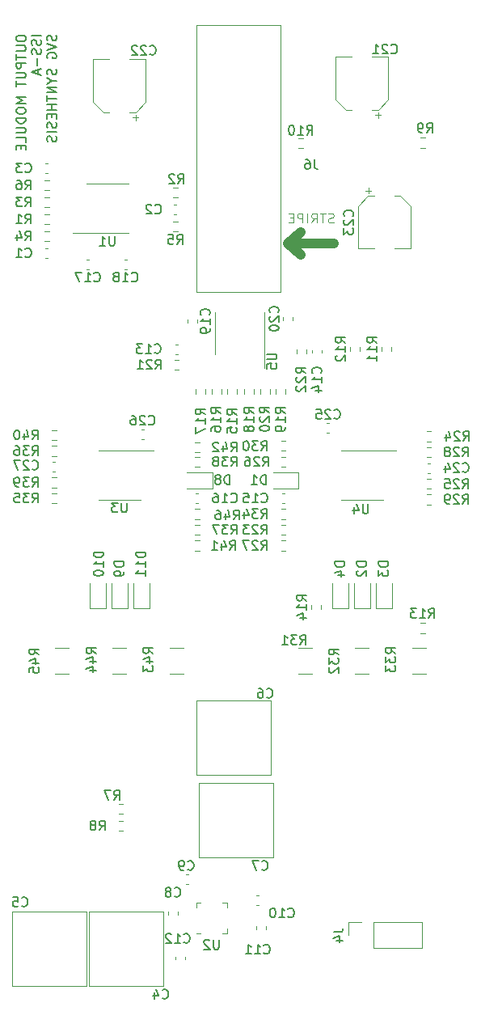
<source format=gbr>
%TF.GenerationSoftware,KiCad,Pcbnew,8.0.7*%
%TF.CreationDate,2025-01-10T16:02:57-05:00*%
%TF.ProjectId,output module,6f757470-7574-4206-9d6f-64756c652e6b,B*%
%TF.SameCoordinates,Original*%
%TF.FileFunction,Legend,Bot*%
%TF.FilePolarity,Positive*%
%FSLAX46Y46*%
G04 Gerber Fmt 4.6, Leading zero omitted, Abs format (unit mm)*
G04 Created by KiCad (PCBNEW 8.0.7) date 2025-01-10 16:02:57*
%MOMM*%
%LPD*%
G01*
G04 APERTURE LIST*
%ADD10C,0.150000*%
%ADD11C,0.100000*%
%ADD12C,0.120000*%
%ADD13C,1.000000*%
G04 APERTURE END LIST*
D10*
X73246931Y-53994255D02*
X73246931Y-54184731D01*
X73246931Y-54184731D02*
X73294550Y-54279969D01*
X73294550Y-54279969D02*
X73389788Y-54375207D01*
X73389788Y-54375207D02*
X73580264Y-54422826D01*
X73580264Y-54422826D02*
X73913597Y-54422826D01*
X73913597Y-54422826D02*
X74104073Y-54375207D01*
X74104073Y-54375207D02*
X74199312Y-54279969D01*
X74199312Y-54279969D02*
X74246931Y-54184731D01*
X74246931Y-54184731D02*
X74246931Y-53994255D01*
X74246931Y-53994255D02*
X74199312Y-53899017D01*
X74199312Y-53899017D02*
X74104073Y-53803779D01*
X74104073Y-53803779D02*
X73913597Y-53756160D01*
X73913597Y-53756160D02*
X73580264Y-53756160D01*
X73580264Y-53756160D02*
X73389788Y-53803779D01*
X73389788Y-53803779D02*
X73294550Y-53899017D01*
X73294550Y-53899017D02*
X73246931Y-53994255D01*
X73246931Y-54851398D02*
X74056454Y-54851398D01*
X74056454Y-54851398D02*
X74151692Y-54899017D01*
X74151692Y-54899017D02*
X74199312Y-54946636D01*
X74199312Y-54946636D02*
X74246931Y-55041874D01*
X74246931Y-55041874D02*
X74246931Y-55232350D01*
X74246931Y-55232350D02*
X74199312Y-55327588D01*
X74199312Y-55327588D02*
X74151692Y-55375207D01*
X74151692Y-55375207D02*
X74056454Y-55422826D01*
X74056454Y-55422826D02*
X73246931Y-55422826D01*
X73246931Y-55756160D02*
X73246931Y-56327588D01*
X74246931Y-56041874D02*
X73246931Y-56041874D01*
X74246931Y-56660922D02*
X73246931Y-56660922D01*
X73246931Y-56660922D02*
X73246931Y-57041874D01*
X73246931Y-57041874D02*
X73294550Y-57137112D01*
X73294550Y-57137112D02*
X73342169Y-57184731D01*
X73342169Y-57184731D02*
X73437407Y-57232350D01*
X73437407Y-57232350D02*
X73580264Y-57232350D01*
X73580264Y-57232350D02*
X73675502Y-57184731D01*
X73675502Y-57184731D02*
X73723121Y-57137112D01*
X73723121Y-57137112D02*
X73770740Y-57041874D01*
X73770740Y-57041874D02*
X73770740Y-56660922D01*
X73246931Y-57660922D02*
X74056454Y-57660922D01*
X74056454Y-57660922D02*
X74151692Y-57708541D01*
X74151692Y-57708541D02*
X74199312Y-57756160D01*
X74199312Y-57756160D02*
X74246931Y-57851398D01*
X74246931Y-57851398D02*
X74246931Y-58041874D01*
X74246931Y-58041874D02*
X74199312Y-58137112D01*
X74199312Y-58137112D02*
X74151692Y-58184731D01*
X74151692Y-58184731D02*
X74056454Y-58232350D01*
X74056454Y-58232350D02*
X73246931Y-58232350D01*
X73246931Y-58565684D02*
X73246931Y-59137112D01*
X74246931Y-58851398D02*
X73246931Y-58851398D01*
X74246931Y-60232351D02*
X73246931Y-60232351D01*
X73246931Y-60232351D02*
X73961216Y-60565684D01*
X73961216Y-60565684D02*
X73246931Y-60899017D01*
X73246931Y-60899017D02*
X74246931Y-60899017D01*
X73246931Y-61565684D02*
X73246931Y-61756160D01*
X73246931Y-61756160D02*
X73294550Y-61851398D01*
X73294550Y-61851398D02*
X73389788Y-61946636D01*
X73389788Y-61946636D02*
X73580264Y-61994255D01*
X73580264Y-61994255D02*
X73913597Y-61994255D01*
X73913597Y-61994255D02*
X74104073Y-61946636D01*
X74104073Y-61946636D02*
X74199312Y-61851398D01*
X74199312Y-61851398D02*
X74246931Y-61756160D01*
X74246931Y-61756160D02*
X74246931Y-61565684D01*
X74246931Y-61565684D02*
X74199312Y-61470446D01*
X74199312Y-61470446D02*
X74104073Y-61375208D01*
X74104073Y-61375208D02*
X73913597Y-61327589D01*
X73913597Y-61327589D02*
X73580264Y-61327589D01*
X73580264Y-61327589D02*
X73389788Y-61375208D01*
X73389788Y-61375208D02*
X73294550Y-61470446D01*
X73294550Y-61470446D02*
X73246931Y-61565684D01*
X74246931Y-62422827D02*
X73246931Y-62422827D01*
X73246931Y-62422827D02*
X73246931Y-62660922D01*
X73246931Y-62660922D02*
X73294550Y-62803779D01*
X73294550Y-62803779D02*
X73389788Y-62899017D01*
X73389788Y-62899017D02*
X73485026Y-62946636D01*
X73485026Y-62946636D02*
X73675502Y-62994255D01*
X73675502Y-62994255D02*
X73818359Y-62994255D01*
X73818359Y-62994255D02*
X74008835Y-62946636D01*
X74008835Y-62946636D02*
X74104073Y-62899017D01*
X74104073Y-62899017D02*
X74199312Y-62803779D01*
X74199312Y-62803779D02*
X74246931Y-62660922D01*
X74246931Y-62660922D02*
X74246931Y-62422827D01*
X73246931Y-63422827D02*
X74056454Y-63422827D01*
X74056454Y-63422827D02*
X74151692Y-63470446D01*
X74151692Y-63470446D02*
X74199312Y-63518065D01*
X74199312Y-63518065D02*
X74246931Y-63613303D01*
X74246931Y-63613303D02*
X74246931Y-63803779D01*
X74246931Y-63803779D02*
X74199312Y-63899017D01*
X74199312Y-63899017D02*
X74151692Y-63946636D01*
X74151692Y-63946636D02*
X74056454Y-63994255D01*
X74056454Y-63994255D02*
X73246931Y-63994255D01*
X74246931Y-64946636D02*
X74246931Y-64470446D01*
X74246931Y-64470446D02*
X73246931Y-64470446D01*
X73723121Y-65279970D02*
X73723121Y-65613303D01*
X74246931Y-65756160D02*
X74246931Y-65279970D01*
X74246931Y-65279970D02*
X73246931Y-65279970D01*
X73246931Y-65279970D02*
X73246931Y-65756160D01*
X75856875Y-53803779D02*
X74856875Y-53803779D01*
X75809256Y-54232350D02*
X75856875Y-54375207D01*
X75856875Y-54375207D02*
X75856875Y-54613302D01*
X75856875Y-54613302D02*
X75809256Y-54708540D01*
X75809256Y-54708540D02*
X75761636Y-54756159D01*
X75761636Y-54756159D02*
X75666398Y-54803778D01*
X75666398Y-54803778D02*
X75571160Y-54803778D01*
X75571160Y-54803778D02*
X75475922Y-54756159D01*
X75475922Y-54756159D02*
X75428303Y-54708540D01*
X75428303Y-54708540D02*
X75380684Y-54613302D01*
X75380684Y-54613302D02*
X75333065Y-54422826D01*
X75333065Y-54422826D02*
X75285446Y-54327588D01*
X75285446Y-54327588D02*
X75237827Y-54279969D01*
X75237827Y-54279969D02*
X75142589Y-54232350D01*
X75142589Y-54232350D02*
X75047351Y-54232350D01*
X75047351Y-54232350D02*
X74952113Y-54279969D01*
X74952113Y-54279969D02*
X74904494Y-54327588D01*
X74904494Y-54327588D02*
X74856875Y-54422826D01*
X74856875Y-54422826D02*
X74856875Y-54660921D01*
X74856875Y-54660921D02*
X74904494Y-54803778D01*
X75809256Y-55184731D02*
X75856875Y-55327588D01*
X75856875Y-55327588D02*
X75856875Y-55565683D01*
X75856875Y-55565683D02*
X75809256Y-55660921D01*
X75809256Y-55660921D02*
X75761636Y-55708540D01*
X75761636Y-55708540D02*
X75666398Y-55756159D01*
X75666398Y-55756159D02*
X75571160Y-55756159D01*
X75571160Y-55756159D02*
X75475922Y-55708540D01*
X75475922Y-55708540D02*
X75428303Y-55660921D01*
X75428303Y-55660921D02*
X75380684Y-55565683D01*
X75380684Y-55565683D02*
X75333065Y-55375207D01*
X75333065Y-55375207D02*
X75285446Y-55279969D01*
X75285446Y-55279969D02*
X75237827Y-55232350D01*
X75237827Y-55232350D02*
X75142589Y-55184731D01*
X75142589Y-55184731D02*
X75047351Y-55184731D01*
X75047351Y-55184731D02*
X74952113Y-55232350D01*
X74952113Y-55232350D02*
X74904494Y-55279969D01*
X74904494Y-55279969D02*
X74856875Y-55375207D01*
X74856875Y-55375207D02*
X74856875Y-55613302D01*
X74856875Y-55613302D02*
X74904494Y-55756159D01*
X75475922Y-56184731D02*
X75475922Y-56946636D01*
X75571160Y-57375207D02*
X75571160Y-57851397D01*
X75856875Y-57279969D02*
X74856875Y-57613302D01*
X74856875Y-57613302D02*
X75856875Y-57946635D01*
X77419200Y-53756160D02*
X77466819Y-53899017D01*
X77466819Y-53899017D02*
X77466819Y-54137112D01*
X77466819Y-54137112D02*
X77419200Y-54232350D01*
X77419200Y-54232350D02*
X77371580Y-54279969D01*
X77371580Y-54279969D02*
X77276342Y-54327588D01*
X77276342Y-54327588D02*
X77181104Y-54327588D01*
X77181104Y-54327588D02*
X77085866Y-54279969D01*
X77085866Y-54279969D02*
X77038247Y-54232350D01*
X77038247Y-54232350D02*
X76990628Y-54137112D01*
X76990628Y-54137112D02*
X76943009Y-53946636D01*
X76943009Y-53946636D02*
X76895390Y-53851398D01*
X76895390Y-53851398D02*
X76847771Y-53803779D01*
X76847771Y-53803779D02*
X76752533Y-53756160D01*
X76752533Y-53756160D02*
X76657295Y-53756160D01*
X76657295Y-53756160D02*
X76562057Y-53803779D01*
X76562057Y-53803779D02*
X76514438Y-53851398D01*
X76514438Y-53851398D02*
X76466819Y-53946636D01*
X76466819Y-53946636D02*
X76466819Y-54184731D01*
X76466819Y-54184731D02*
X76514438Y-54327588D01*
X76466819Y-54613303D02*
X77466819Y-54946636D01*
X77466819Y-54946636D02*
X76466819Y-55279969D01*
X76514438Y-56137112D02*
X76466819Y-56041874D01*
X76466819Y-56041874D02*
X76466819Y-55899017D01*
X76466819Y-55899017D02*
X76514438Y-55756160D01*
X76514438Y-55756160D02*
X76609676Y-55660922D01*
X76609676Y-55660922D02*
X76704914Y-55613303D01*
X76704914Y-55613303D02*
X76895390Y-55565684D01*
X76895390Y-55565684D02*
X77038247Y-55565684D01*
X77038247Y-55565684D02*
X77228723Y-55613303D01*
X77228723Y-55613303D02*
X77323961Y-55660922D01*
X77323961Y-55660922D02*
X77419200Y-55756160D01*
X77419200Y-55756160D02*
X77466819Y-55899017D01*
X77466819Y-55899017D02*
X77466819Y-55994255D01*
X77466819Y-55994255D02*
X77419200Y-56137112D01*
X77419200Y-56137112D02*
X77371580Y-56184731D01*
X77371580Y-56184731D02*
X77038247Y-56184731D01*
X77038247Y-56184731D02*
X77038247Y-55994255D01*
X77419200Y-57327589D02*
X77466819Y-57470446D01*
X77466819Y-57470446D02*
X77466819Y-57708541D01*
X77466819Y-57708541D02*
X77419200Y-57803779D01*
X77419200Y-57803779D02*
X77371580Y-57851398D01*
X77371580Y-57851398D02*
X77276342Y-57899017D01*
X77276342Y-57899017D02*
X77181104Y-57899017D01*
X77181104Y-57899017D02*
X77085866Y-57851398D01*
X77085866Y-57851398D02*
X77038247Y-57803779D01*
X77038247Y-57803779D02*
X76990628Y-57708541D01*
X76990628Y-57708541D02*
X76943009Y-57518065D01*
X76943009Y-57518065D02*
X76895390Y-57422827D01*
X76895390Y-57422827D02*
X76847771Y-57375208D01*
X76847771Y-57375208D02*
X76752533Y-57327589D01*
X76752533Y-57327589D02*
X76657295Y-57327589D01*
X76657295Y-57327589D02*
X76562057Y-57375208D01*
X76562057Y-57375208D02*
X76514438Y-57422827D01*
X76514438Y-57422827D02*
X76466819Y-57518065D01*
X76466819Y-57518065D02*
X76466819Y-57756160D01*
X76466819Y-57756160D02*
X76514438Y-57899017D01*
X76990628Y-58518065D02*
X77466819Y-58518065D01*
X76466819Y-58184732D02*
X76990628Y-58518065D01*
X76990628Y-58518065D02*
X76466819Y-58851398D01*
X77466819Y-59184732D02*
X76466819Y-59184732D01*
X76466819Y-59184732D02*
X77466819Y-59756160D01*
X77466819Y-59756160D02*
X76466819Y-59756160D01*
X76466819Y-60089494D02*
X76466819Y-60660922D01*
X77466819Y-60375208D02*
X76466819Y-60375208D01*
X77466819Y-60994256D02*
X76466819Y-60994256D01*
X76943009Y-60994256D02*
X76943009Y-61565684D01*
X77466819Y-61565684D02*
X76466819Y-61565684D01*
X76943009Y-62041875D02*
X76943009Y-62375208D01*
X77466819Y-62518065D02*
X77466819Y-62041875D01*
X77466819Y-62041875D02*
X76466819Y-62041875D01*
X76466819Y-62041875D02*
X76466819Y-62518065D01*
X77419200Y-62899018D02*
X77466819Y-63041875D01*
X77466819Y-63041875D02*
X77466819Y-63279970D01*
X77466819Y-63279970D02*
X77419200Y-63375208D01*
X77419200Y-63375208D02*
X77371580Y-63422827D01*
X77371580Y-63422827D02*
X77276342Y-63470446D01*
X77276342Y-63470446D02*
X77181104Y-63470446D01*
X77181104Y-63470446D02*
X77085866Y-63422827D01*
X77085866Y-63422827D02*
X77038247Y-63375208D01*
X77038247Y-63375208D02*
X76990628Y-63279970D01*
X76990628Y-63279970D02*
X76943009Y-63089494D01*
X76943009Y-63089494D02*
X76895390Y-62994256D01*
X76895390Y-62994256D02*
X76847771Y-62946637D01*
X76847771Y-62946637D02*
X76752533Y-62899018D01*
X76752533Y-62899018D02*
X76657295Y-62899018D01*
X76657295Y-62899018D02*
X76562057Y-62946637D01*
X76562057Y-62946637D02*
X76514438Y-62994256D01*
X76514438Y-62994256D02*
X76466819Y-63089494D01*
X76466819Y-63089494D02*
X76466819Y-63327589D01*
X76466819Y-63327589D02*
X76514438Y-63470446D01*
X77466819Y-63899018D02*
X76466819Y-63899018D01*
X77419200Y-64327589D02*
X77466819Y-64470446D01*
X77466819Y-64470446D02*
X77466819Y-64708541D01*
X77466819Y-64708541D02*
X77419200Y-64803779D01*
X77419200Y-64803779D02*
X77371580Y-64851398D01*
X77371580Y-64851398D02*
X77276342Y-64899017D01*
X77276342Y-64899017D02*
X77181104Y-64899017D01*
X77181104Y-64899017D02*
X77085866Y-64851398D01*
X77085866Y-64851398D02*
X77038247Y-64803779D01*
X77038247Y-64803779D02*
X76990628Y-64708541D01*
X76990628Y-64708541D02*
X76943009Y-64518065D01*
X76943009Y-64518065D02*
X76895390Y-64422827D01*
X76895390Y-64422827D02*
X76847771Y-64375208D01*
X76847771Y-64375208D02*
X76752533Y-64327589D01*
X76752533Y-64327589D02*
X76657295Y-64327589D01*
X76657295Y-64327589D02*
X76562057Y-64375208D01*
X76562057Y-64375208D02*
X76514438Y-64422827D01*
X76514438Y-64422827D02*
X76466819Y-64518065D01*
X76466819Y-64518065D02*
X76466819Y-64756160D01*
X76466819Y-64756160D02*
X76514438Y-64899017D01*
X98972666Y-141075580D02*
X99020285Y-141123200D01*
X99020285Y-141123200D02*
X99163142Y-141170819D01*
X99163142Y-141170819D02*
X99258380Y-141170819D01*
X99258380Y-141170819D02*
X99401237Y-141123200D01*
X99401237Y-141123200D02*
X99496475Y-141027961D01*
X99496475Y-141027961D02*
X99544094Y-140932723D01*
X99544094Y-140932723D02*
X99591713Y-140742247D01*
X99591713Y-140742247D02*
X99591713Y-140599390D01*
X99591713Y-140599390D02*
X99544094Y-140408914D01*
X99544094Y-140408914D02*
X99496475Y-140313676D01*
X99496475Y-140313676D02*
X99401237Y-140218438D01*
X99401237Y-140218438D02*
X99258380Y-140170819D01*
X99258380Y-140170819D02*
X99163142Y-140170819D01*
X99163142Y-140170819D02*
X99020285Y-140218438D01*
X99020285Y-140218438D02*
X98972666Y-140266057D01*
X98639332Y-140170819D02*
X97972666Y-140170819D01*
X97972666Y-140170819D02*
X98401237Y-141170819D01*
X99480666Y-123041580D02*
X99528285Y-123089200D01*
X99528285Y-123089200D02*
X99671142Y-123136819D01*
X99671142Y-123136819D02*
X99766380Y-123136819D01*
X99766380Y-123136819D02*
X99909237Y-123089200D01*
X99909237Y-123089200D02*
X100004475Y-122993961D01*
X100004475Y-122993961D02*
X100052094Y-122898723D01*
X100052094Y-122898723D02*
X100099713Y-122708247D01*
X100099713Y-122708247D02*
X100099713Y-122565390D01*
X100099713Y-122565390D02*
X100052094Y-122374914D01*
X100052094Y-122374914D02*
X100004475Y-122279676D01*
X100004475Y-122279676D02*
X99909237Y-122184438D01*
X99909237Y-122184438D02*
X99766380Y-122136819D01*
X99766380Y-122136819D02*
X99671142Y-122136819D01*
X99671142Y-122136819D02*
X99528285Y-122184438D01*
X99528285Y-122184438D02*
X99480666Y-122232057D01*
X98623523Y-122136819D02*
X98813999Y-122136819D01*
X98813999Y-122136819D02*
X98909237Y-122184438D01*
X98909237Y-122184438D02*
X98956856Y-122232057D01*
X98956856Y-122232057D02*
X99052094Y-122374914D01*
X99052094Y-122374914D02*
X99099713Y-122565390D01*
X99099713Y-122565390D02*
X99099713Y-122946342D01*
X99099713Y-122946342D02*
X99052094Y-123041580D01*
X99052094Y-123041580D02*
X99004475Y-123089200D01*
X99004475Y-123089200D02*
X98909237Y-123136819D01*
X98909237Y-123136819D02*
X98718761Y-123136819D01*
X98718761Y-123136819D02*
X98623523Y-123089200D01*
X98623523Y-123089200D02*
X98575904Y-123041580D01*
X98575904Y-123041580D02*
X98528285Y-122946342D01*
X98528285Y-122946342D02*
X98528285Y-122708247D01*
X98528285Y-122708247D02*
X98575904Y-122613009D01*
X98575904Y-122613009D02*
X98623523Y-122565390D01*
X98623523Y-122565390D02*
X98718761Y-122517771D01*
X98718761Y-122517771D02*
X98909237Y-122517771D01*
X98909237Y-122517771D02*
X99004475Y-122565390D01*
X99004475Y-122565390D02*
X99052094Y-122613009D01*
X99052094Y-122613009D02*
X99099713Y-122708247D01*
X73826666Y-144885580D02*
X73874285Y-144933200D01*
X73874285Y-144933200D02*
X74017142Y-144980819D01*
X74017142Y-144980819D02*
X74112380Y-144980819D01*
X74112380Y-144980819D02*
X74255237Y-144933200D01*
X74255237Y-144933200D02*
X74350475Y-144837961D01*
X74350475Y-144837961D02*
X74398094Y-144742723D01*
X74398094Y-144742723D02*
X74445713Y-144552247D01*
X74445713Y-144552247D02*
X74445713Y-144409390D01*
X74445713Y-144409390D02*
X74398094Y-144218914D01*
X74398094Y-144218914D02*
X74350475Y-144123676D01*
X74350475Y-144123676D02*
X74255237Y-144028438D01*
X74255237Y-144028438D02*
X74112380Y-143980819D01*
X74112380Y-143980819D02*
X74017142Y-143980819D01*
X74017142Y-143980819D02*
X73874285Y-144028438D01*
X73874285Y-144028438D02*
X73826666Y-144076057D01*
X72921904Y-143980819D02*
X73398094Y-143980819D01*
X73398094Y-143980819D02*
X73445713Y-144457009D01*
X73445713Y-144457009D02*
X73398094Y-144409390D01*
X73398094Y-144409390D02*
X73302856Y-144361771D01*
X73302856Y-144361771D02*
X73064761Y-144361771D01*
X73064761Y-144361771D02*
X72969523Y-144409390D01*
X72969523Y-144409390D02*
X72921904Y-144457009D01*
X72921904Y-144457009D02*
X72874285Y-144552247D01*
X72874285Y-144552247D02*
X72874285Y-144790342D01*
X72874285Y-144790342D02*
X72921904Y-144885580D01*
X72921904Y-144885580D02*
X72969523Y-144933200D01*
X72969523Y-144933200D02*
X73064761Y-144980819D01*
X73064761Y-144980819D02*
X73302856Y-144980819D01*
X73302856Y-144980819D02*
X73398094Y-144933200D01*
X73398094Y-144933200D02*
X73445713Y-144885580D01*
X98940857Y-107642819D02*
X99274190Y-107166628D01*
X99512285Y-107642819D02*
X99512285Y-106642819D01*
X99512285Y-106642819D02*
X99131333Y-106642819D01*
X99131333Y-106642819D02*
X99036095Y-106690438D01*
X99036095Y-106690438D02*
X98988476Y-106738057D01*
X98988476Y-106738057D02*
X98940857Y-106833295D01*
X98940857Y-106833295D02*
X98940857Y-106976152D01*
X98940857Y-106976152D02*
X98988476Y-107071390D01*
X98988476Y-107071390D02*
X99036095Y-107119009D01*
X99036095Y-107119009D02*
X99131333Y-107166628D01*
X99131333Y-107166628D02*
X99512285Y-107166628D01*
X98559904Y-106738057D02*
X98512285Y-106690438D01*
X98512285Y-106690438D02*
X98417047Y-106642819D01*
X98417047Y-106642819D02*
X98178952Y-106642819D01*
X98178952Y-106642819D02*
X98083714Y-106690438D01*
X98083714Y-106690438D02*
X98036095Y-106738057D01*
X98036095Y-106738057D02*
X97988476Y-106833295D01*
X97988476Y-106833295D02*
X97988476Y-106928533D01*
X97988476Y-106928533D02*
X98036095Y-107071390D01*
X98036095Y-107071390D02*
X98607523Y-107642819D01*
X98607523Y-107642819D02*
X97988476Y-107642819D01*
X97655142Y-106642819D02*
X96988476Y-106642819D01*
X96988476Y-106642819D02*
X97417047Y-107642819D01*
X106486819Y-147621666D02*
X107201104Y-147621666D01*
X107201104Y-147621666D02*
X107343961Y-147574047D01*
X107343961Y-147574047D02*
X107439200Y-147478809D01*
X107439200Y-147478809D02*
X107486819Y-147335952D01*
X107486819Y-147335952D02*
X107486819Y-147240714D01*
X106820152Y-148526428D02*
X107486819Y-148526428D01*
X106439200Y-148288333D02*
X107153485Y-148050238D01*
X107153485Y-148050238D02*
X107153485Y-148669285D01*
X99093257Y-98879819D02*
X99426590Y-98403628D01*
X99664685Y-98879819D02*
X99664685Y-97879819D01*
X99664685Y-97879819D02*
X99283733Y-97879819D01*
X99283733Y-97879819D02*
X99188495Y-97927438D01*
X99188495Y-97927438D02*
X99140876Y-97975057D01*
X99140876Y-97975057D02*
X99093257Y-98070295D01*
X99093257Y-98070295D02*
X99093257Y-98213152D01*
X99093257Y-98213152D02*
X99140876Y-98308390D01*
X99140876Y-98308390D02*
X99188495Y-98356009D01*
X99188495Y-98356009D02*
X99283733Y-98403628D01*
X99283733Y-98403628D02*
X99664685Y-98403628D01*
X98712304Y-97975057D02*
X98664685Y-97927438D01*
X98664685Y-97927438D02*
X98569447Y-97879819D01*
X98569447Y-97879819D02*
X98331352Y-97879819D01*
X98331352Y-97879819D02*
X98236114Y-97927438D01*
X98236114Y-97927438D02*
X98188495Y-97975057D01*
X98188495Y-97975057D02*
X98140876Y-98070295D01*
X98140876Y-98070295D02*
X98140876Y-98165533D01*
X98140876Y-98165533D02*
X98188495Y-98308390D01*
X98188495Y-98308390D02*
X98759923Y-98879819D01*
X98759923Y-98879819D02*
X98140876Y-98879819D01*
X97283733Y-97879819D02*
X97474209Y-97879819D01*
X97474209Y-97879819D02*
X97569447Y-97927438D01*
X97569447Y-97927438D02*
X97617066Y-97975057D01*
X97617066Y-97975057D02*
X97712304Y-98117914D01*
X97712304Y-98117914D02*
X97759923Y-98308390D01*
X97759923Y-98308390D02*
X97759923Y-98689342D01*
X97759923Y-98689342D02*
X97712304Y-98784580D01*
X97712304Y-98784580D02*
X97664685Y-98832200D01*
X97664685Y-98832200D02*
X97569447Y-98879819D01*
X97569447Y-98879819D02*
X97378971Y-98879819D01*
X97378971Y-98879819D02*
X97283733Y-98832200D01*
X97283733Y-98832200D02*
X97236114Y-98784580D01*
X97236114Y-98784580D02*
X97188495Y-98689342D01*
X97188495Y-98689342D02*
X97188495Y-98451247D01*
X97188495Y-98451247D02*
X97236114Y-98356009D01*
X97236114Y-98356009D02*
X97283733Y-98308390D01*
X97283733Y-98308390D02*
X97378971Y-98260771D01*
X97378971Y-98260771D02*
X97569447Y-98260771D01*
X97569447Y-98260771D02*
X97664685Y-98308390D01*
X97664685Y-98308390D02*
X97712304Y-98356009D01*
X97712304Y-98356009D02*
X97759923Y-98451247D01*
X94658819Y-93349142D02*
X94182628Y-93015809D01*
X94658819Y-92777714D02*
X93658819Y-92777714D01*
X93658819Y-92777714D02*
X93658819Y-93158666D01*
X93658819Y-93158666D02*
X93706438Y-93253904D01*
X93706438Y-93253904D02*
X93754057Y-93301523D01*
X93754057Y-93301523D02*
X93849295Y-93349142D01*
X93849295Y-93349142D02*
X93992152Y-93349142D01*
X93992152Y-93349142D02*
X94087390Y-93301523D01*
X94087390Y-93301523D02*
X94135009Y-93253904D01*
X94135009Y-93253904D02*
X94182628Y-93158666D01*
X94182628Y-93158666D02*
X94182628Y-92777714D01*
X94658819Y-94301523D02*
X94658819Y-93730095D01*
X94658819Y-94015809D02*
X93658819Y-94015809D01*
X93658819Y-94015809D02*
X93801676Y-93920571D01*
X93801676Y-93920571D02*
X93896914Y-93825333D01*
X93896914Y-93825333D02*
X93944533Y-93730095D01*
X93658819Y-95158666D02*
X93658819Y-94968190D01*
X93658819Y-94968190D02*
X93706438Y-94872952D01*
X93706438Y-94872952D02*
X93754057Y-94825333D01*
X93754057Y-94825333D02*
X93896914Y-94730095D01*
X93896914Y-94730095D02*
X94087390Y-94682476D01*
X94087390Y-94682476D02*
X94468342Y-94682476D01*
X94468342Y-94682476D02*
X94563580Y-94730095D01*
X94563580Y-94730095D02*
X94611200Y-94777714D01*
X94611200Y-94777714D02*
X94658819Y-94872952D01*
X94658819Y-94872952D02*
X94658819Y-95063428D01*
X94658819Y-95063428D02*
X94611200Y-95158666D01*
X94611200Y-95158666D02*
X94563580Y-95206285D01*
X94563580Y-95206285D02*
X94468342Y-95253904D01*
X94468342Y-95253904D02*
X94230247Y-95253904D01*
X94230247Y-95253904D02*
X94135009Y-95206285D01*
X94135009Y-95206285D02*
X94087390Y-95158666D01*
X94087390Y-95158666D02*
X94039771Y-95063428D01*
X94039771Y-95063428D02*
X94039771Y-94872952D01*
X94039771Y-94872952D02*
X94087390Y-94777714D01*
X94087390Y-94777714D02*
X94135009Y-94730095D01*
X94135009Y-94730095D02*
X94230247Y-94682476D01*
X101419819Y-93337142D02*
X100943628Y-93003809D01*
X101419819Y-92765714D02*
X100419819Y-92765714D01*
X100419819Y-92765714D02*
X100419819Y-93146666D01*
X100419819Y-93146666D02*
X100467438Y-93241904D01*
X100467438Y-93241904D02*
X100515057Y-93289523D01*
X100515057Y-93289523D02*
X100610295Y-93337142D01*
X100610295Y-93337142D02*
X100753152Y-93337142D01*
X100753152Y-93337142D02*
X100848390Y-93289523D01*
X100848390Y-93289523D02*
X100896009Y-93241904D01*
X100896009Y-93241904D02*
X100943628Y-93146666D01*
X100943628Y-93146666D02*
X100943628Y-92765714D01*
X101419819Y-94289523D02*
X101419819Y-93718095D01*
X101419819Y-94003809D02*
X100419819Y-94003809D01*
X100419819Y-94003809D02*
X100562676Y-93908571D01*
X100562676Y-93908571D02*
X100657914Y-93813333D01*
X100657914Y-93813333D02*
X100705533Y-93718095D01*
X101419819Y-94765714D02*
X101419819Y-94956190D01*
X101419819Y-94956190D02*
X101372200Y-95051428D01*
X101372200Y-95051428D02*
X101324580Y-95099047D01*
X101324580Y-95099047D02*
X101181723Y-95194285D01*
X101181723Y-95194285D02*
X100991247Y-95241904D01*
X100991247Y-95241904D02*
X100610295Y-95241904D01*
X100610295Y-95241904D02*
X100515057Y-95194285D01*
X100515057Y-95194285D02*
X100467438Y-95146666D01*
X100467438Y-95146666D02*
X100419819Y-95051428D01*
X100419819Y-95051428D02*
X100419819Y-94860952D01*
X100419819Y-94860952D02*
X100467438Y-94765714D01*
X100467438Y-94765714D02*
X100515057Y-94718095D01*
X100515057Y-94718095D02*
X100610295Y-94670476D01*
X100610295Y-94670476D02*
X100848390Y-94670476D01*
X100848390Y-94670476D02*
X100943628Y-94718095D01*
X100943628Y-94718095D02*
X100991247Y-94765714D01*
X100991247Y-94765714D02*
X101038866Y-94860952D01*
X101038866Y-94860952D02*
X101038866Y-95051428D01*
X101038866Y-95051428D02*
X100991247Y-95146666D01*
X100991247Y-95146666D02*
X100943628Y-95194285D01*
X100943628Y-95194285D02*
X100848390Y-95241904D01*
X74937857Y-101038819D02*
X75271190Y-100562628D01*
X75509285Y-101038819D02*
X75509285Y-100038819D01*
X75509285Y-100038819D02*
X75128333Y-100038819D01*
X75128333Y-100038819D02*
X75033095Y-100086438D01*
X75033095Y-100086438D02*
X74985476Y-100134057D01*
X74985476Y-100134057D02*
X74937857Y-100229295D01*
X74937857Y-100229295D02*
X74937857Y-100372152D01*
X74937857Y-100372152D02*
X74985476Y-100467390D01*
X74985476Y-100467390D02*
X75033095Y-100515009D01*
X75033095Y-100515009D02*
X75128333Y-100562628D01*
X75128333Y-100562628D02*
X75509285Y-100562628D01*
X74604523Y-100038819D02*
X73985476Y-100038819D01*
X73985476Y-100038819D02*
X74318809Y-100419771D01*
X74318809Y-100419771D02*
X74175952Y-100419771D01*
X74175952Y-100419771D02*
X74080714Y-100467390D01*
X74080714Y-100467390D02*
X74033095Y-100515009D01*
X74033095Y-100515009D02*
X73985476Y-100610247D01*
X73985476Y-100610247D02*
X73985476Y-100848342D01*
X73985476Y-100848342D02*
X74033095Y-100943580D01*
X74033095Y-100943580D02*
X74080714Y-100991200D01*
X74080714Y-100991200D02*
X74175952Y-101038819D01*
X74175952Y-101038819D02*
X74461666Y-101038819D01*
X74461666Y-101038819D02*
X74556904Y-100991200D01*
X74556904Y-100991200D02*
X74604523Y-100943580D01*
X73509285Y-101038819D02*
X73318809Y-101038819D01*
X73318809Y-101038819D02*
X73223571Y-100991200D01*
X73223571Y-100991200D02*
X73175952Y-100943580D01*
X73175952Y-100943580D02*
X73080714Y-100800723D01*
X73080714Y-100800723D02*
X73033095Y-100610247D01*
X73033095Y-100610247D02*
X73033095Y-100229295D01*
X73033095Y-100229295D02*
X73080714Y-100134057D01*
X73080714Y-100134057D02*
X73128333Y-100086438D01*
X73128333Y-100086438D02*
X73223571Y-100038819D01*
X73223571Y-100038819D02*
X73414047Y-100038819D01*
X73414047Y-100038819D02*
X73509285Y-100086438D01*
X73509285Y-100086438D02*
X73556904Y-100134057D01*
X73556904Y-100134057D02*
X73604523Y-100229295D01*
X73604523Y-100229295D02*
X73604523Y-100467390D01*
X73604523Y-100467390D02*
X73556904Y-100562628D01*
X73556904Y-100562628D02*
X73509285Y-100610247D01*
X73509285Y-100610247D02*
X73414047Y-100657866D01*
X73414047Y-100657866D02*
X73223571Y-100657866D01*
X73223571Y-100657866D02*
X73128333Y-100610247D01*
X73128333Y-100610247D02*
X73080714Y-100562628D01*
X73080714Y-100562628D02*
X73033095Y-100467390D01*
X107642819Y-108862905D02*
X106642819Y-108862905D01*
X106642819Y-108862905D02*
X106642819Y-109101000D01*
X106642819Y-109101000D02*
X106690438Y-109243857D01*
X106690438Y-109243857D02*
X106785676Y-109339095D01*
X106785676Y-109339095D02*
X106880914Y-109386714D01*
X106880914Y-109386714D02*
X107071390Y-109434333D01*
X107071390Y-109434333D02*
X107214247Y-109434333D01*
X107214247Y-109434333D02*
X107404723Y-109386714D01*
X107404723Y-109386714D02*
X107499961Y-109339095D01*
X107499961Y-109339095D02*
X107595200Y-109243857D01*
X107595200Y-109243857D02*
X107642819Y-109101000D01*
X107642819Y-109101000D02*
X107642819Y-108862905D01*
X106976152Y-110291476D02*
X107642819Y-110291476D01*
X106595200Y-110053381D02*
X107309485Y-109815286D01*
X107309485Y-109815286D02*
X107309485Y-110434333D01*
X104473333Y-66764819D02*
X104473333Y-67479104D01*
X104473333Y-67479104D02*
X104520952Y-67621961D01*
X104520952Y-67621961D02*
X104616190Y-67717200D01*
X104616190Y-67717200D02*
X104759047Y-67764819D01*
X104759047Y-67764819D02*
X104854285Y-67764819D01*
X103568571Y-66764819D02*
X103759047Y-66764819D01*
X103759047Y-66764819D02*
X103854285Y-66812438D01*
X103854285Y-66812438D02*
X103901904Y-66860057D01*
X103901904Y-66860057D02*
X103997142Y-67002914D01*
X103997142Y-67002914D02*
X104044761Y-67193390D01*
X104044761Y-67193390D02*
X104044761Y-67574342D01*
X104044761Y-67574342D02*
X103997142Y-67669580D01*
X103997142Y-67669580D02*
X103949523Y-67717200D01*
X103949523Y-67717200D02*
X103854285Y-67764819D01*
X103854285Y-67764819D02*
X103663809Y-67764819D01*
X103663809Y-67764819D02*
X103568571Y-67717200D01*
X103568571Y-67717200D02*
X103520952Y-67669580D01*
X103520952Y-67669580D02*
X103473333Y-67574342D01*
X103473333Y-67574342D02*
X103473333Y-67336247D01*
X103473333Y-67336247D02*
X103520952Y-67241009D01*
X103520952Y-67241009D02*
X103568571Y-67193390D01*
X103568571Y-67193390D02*
X103663809Y-67145771D01*
X103663809Y-67145771D02*
X103854285Y-67145771D01*
X103854285Y-67145771D02*
X103949523Y-67193390D01*
X103949523Y-67193390D02*
X103997142Y-67241009D01*
X103997142Y-67241009D02*
X104044761Y-67336247D01*
D11*
X106493734Y-73349800D02*
X106350877Y-73397419D01*
X106350877Y-73397419D02*
X106112782Y-73397419D01*
X106112782Y-73397419D02*
X106017544Y-73349800D01*
X106017544Y-73349800D02*
X105969925Y-73302180D01*
X105969925Y-73302180D02*
X105922306Y-73206942D01*
X105922306Y-73206942D02*
X105922306Y-73111704D01*
X105922306Y-73111704D02*
X105969925Y-73016466D01*
X105969925Y-73016466D02*
X106017544Y-72968847D01*
X106017544Y-72968847D02*
X106112782Y-72921228D01*
X106112782Y-72921228D02*
X106303258Y-72873609D01*
X106303258Y-72873609D02*
X106398496Y-72825990D01*
X106398496Y-72825990D02*
X106446115Y-72778371D01*
X106446115Y-72778371D02*
X106493734Y-72683133D01*
X106493734Y-72683133D02*
X106493734Y-72587895D01*
X106493734Y-72587895D02*
X106446115Y-72492657D01*
X106446115Y-72492657D02*
X106398496Y-72445038D01*
X106398496Y-72445038D02*
X106303258Y-72397419D01*
X106303258Y-72397419D02*
X106065163Y-72397419D01*
X106065163Y-72397419D02*
X105922306Y-72445038D01*
X105636591Y-72397419D02*
X105065163Y-72397419D01*
X105350877Y-73397419D02*
X105350877Y-72397419D01*
X104160401Y-73397419D02*
X104493734Y-72921228D01*
X104731829Y-73397419D02*
X104731829Y-72397419D01*
X104731829Y-72397419D02*
X104350877Y-72397419D01*
X104350877Y-72397419D02*
X104255639Y-72445038D01*
X104255639Y-72445038D02*
X104208020Y-72492657D01*
X104208020Y-72492657D02*
X104160401Y-72587895D01*
X104160401Y-72587895D02*
X104160401Y-72730752D01*
X104160401Y-72730752D02*
X104208020Y-72825990D01*
X104208020Y-72825990D02*
X104255639Y-72873609D01*
X104255639Y-72873609D02*
X104350877Y-72921228D01*
X104350877Y-72921228D02*
X104731829Y-72921228D01*
X103731829Y-73397419D02*
X103731829Y-72397419D01*
X103255639Y-73397419D02*
X103255639Y-72397419D01*
X103255639Y-72397419D02*
X102874687Y-72397419D01*
X102874687Y-72397419D02*
X102779449Y-72445038D01*
X102779449Y-72445038D02*
X102731830Y-72492657D01*
X102731830Y-72492657D02*
X102684211Y-72587895D01*
X102684211Y-72587895D02*
X102684211Y-72730752D01*
X102684211Y-72730752D02*
X102731830Y-72825990D01*
X102731830Y-72825990D02*
X102779449Y-72873609D01*
X102779449Y-72873609D02*
X102874687Y-72921228D01*
X102874687Y-72921228D02*
X103255639Y-72921228D01*
X102255639Y-72873609D02*
X101922306Y-72873609D01*
X101779449Y-73397419D02*
X102255639Y-73397419D01*
X102255639Y-73397419D02*
X102255639Y-72397419D01*
X102255639Y-72397419D02*
X101779449Y-72397419D01*
D10*
X96019857Y-104467819D02*
X96353190Y-103991628D01*
X96591285Y-104467819D02*
X96591285Y-103467819D01*
X96591285Y-103467819D02*
X96210333Y-103467819D01*
X96210333Y-103467819D02*
X96115095Y-103515438D01*
X96115095Y-103515438D02*
X96067476Y-103563057D01*
X96067476Y-103563057D02*
X96019857Y-103658295D01*
X96019857Y-103658295D02*
X96019857Y-103801152D01*
X96019857Y-103801152D02*
X96067476Y-103896390D01*
X96067476Y-103896390D02*
X96115095Y-103944009D01*
X96115095Y-103944009D02*
X96210333Y-103991628D01*
X96210333Y-103991628D02*
X96591285Y-103991628D01*
X95162714Y-103801152D02*
X95162714Y-104467819D01*
X95400809Y-103420200D02*
X95638904Y-104134485D01*
X95638904Y-104134485D02*
X95019857Y-104134485D01*
X94210333Y-103467819D02*
X94400809Y-103467819D01*
X94400809Y-103467819D02*
X94496047Y-103515438D01*
X94496047Y-103515438D02*
X94543666Y-103563057D01*
X94543666Y-103563057D02*
X94638904Y-103705914D01*
X94638904Y-103705914D02*
X94686523Y-103896390D01*
X94686523Y-103896390D02*
X94686523Y-104277342D01*
X94686523Y-104277342D02*
X94638904Y-104372580D01*
X94638904Y-104372580D02*
X94591285Y-104420200D01*
X94591285Y-104420200D02*
X94496047Y-104467819D01*
X94496047Y-104467819D02*
X94305571Y-104467819D01*
X94305571Y-104467819D02*
X94210333Y-104420200D01*
X94210333Y-104420200D02*
X94162714Y-104372580D01*
X94162714Y-104372580D02*
X94115095Y-104277342D01*
X94115095Y-104277342D02*
X94115095Y-104039247D01*
X94115095Y-104039247D02*
X94162714Y-103944009D01*
X94162714Y-103944009D02*
X94210333Y-103896390D01*
X94210333Y-103896390D02*
X94305571Y-103848771D01*
X94305571Y-103848771D02*
X94496047Y-103848771D01*
X94496047Y-103848771D02*
X94591285Y-103896390D01*
X94591285Y-103896390D02*
X94638904Y-103944009D01*
X94638904Y-103944009D02*
X94686523Y-104039247D01*
X99530819Y-87122095D02*
X100340342Y-87122095D01*
X100340342Y-87122095D02*
X100435580Y-87169714D01*
X100435580Y-87169714D02*
X100483200Y-87217333D01*
X100483200Y-87217333D02*
X100530819Y-87312571D01*
X100530819Y-87312571D02*
X100530819Y-87503047D01*
X100530819Y-87503047D02*
X100483200Y-87598285D01*
X100483200Y-87598285D02*
X100435580Y-87645904D01*
X100435580Y-87645904D02*
X100340342Y-87693523D01*
X100340342Y-87693523D02*
X99530819Y-87693523D01*
X99530819Y-88645904D02*
X99530819Y-88169714D01*
X99530819Y-88169714D02*
X100007009Y-88122095D01*
X100007009Y-88122095D02*
X99959390Y-88169714D01*
X99959390Y-88169714D02*
X99911771Y-88264952D01*
X99911771Y-88264952D02*
X99911771Y-88503047D01*
X99911771Y-88503047D02*
X99959390Y-88598285D01*
X99959390Y-88598285D02*
X100007009Y-88645904D01*
X100007009Y-88645904D02*
X100102247Y-88693523D01*
X100102247Y-88693523D02*
X100340342Y-88693523D01*
X100340342Y-88693523D02*
X100435580Y-88645904D01*
X100435580Y-88645904D02*
X100483200Y-88598285D01*
X100483200Y-88598285D02*
X100530819Y-88503047D01*
X100530819Y-88503047D02*
X100530819Y-88264952D01*
X100530819Y-88264952D02*
X100483200Y-88169714D01*
X100483200Y-88169714D02*
X100435580Y-88122095D01*
X112976819Y-118483142D02*
X112500628Y-118149809D01*
X112976819Y-117911714D02*
X111976819Y-117911714D01*
X111976819Y-117911714D02*
X111976819Y-118292666D01*
X111976819Y-118292666D02*
X112024438Y-118387904D01*
X112024438Y-118387904D02*
X112072057Y-118435523D01*
X112072057Y-118435523D02*
X112167295Y-118483142D01*
X112167295Y-118483142D02*
X112310152Y-118483142D01*
X112310152Y-118483142D02*
X112405390Y-118435523D01*
X112405390Y-118435523D02*
X112453009Y-118387904D01*
X112453009Y-118387904D02*
X112500628Y-118292666D01*
X112500628Y-118292666D02*
X112500628Y-117911714D01*
X111976819Y-118816476D02*
X111976819Y-119435523D01*
X111976819Y-119435523D02*
X112357771Y-119102190D01*
X112357771Y-119102190D02*
X112357771Y-119245047D01*
X112357771Y-119245047D02*
X112405390Y-119340285D01*
X112405390Y-119340285D02*
X112453009Y-119387904D01*
X112453009Y-119387904D02*
X112548247Y-119435523D01*
X112548247Y-119435523D02*
X112786342Y-119435523D01*
X112786342Y-119435523D02*
X112881580Y-119387904D01*
X112881580Y-119387904D02*
X112929200Y-119340285D01*
X112929200Y-119340285D02*
X112976819Y-119245047D01*
X112976819Y-119245047D02*
X112976819Y-118959333D01*
X112976819Y-118959333D02*
X112929200Y-118864095D01*
X112929200Y-118864095D02*
X112881580Y-118816476D01*
X111976819Y-119768857D02*
X111976819Y-120387904D01*
X111976819Y-120387904D02*
X112357771Y-120054571D01*
X112357771Y-120054571D02*
X112357771Y-120197428D01*
X112357771Y-120197428D02*
X112405390Y-120292666D01*
X112405390Y-120292666D02*
X112453009Y-120340285D01*
X112453009Y-120340285D02*
X112548247Y-120387904D01*
X112548247Y-120387904D02*
X112786342Y-120387904D01*
X112786342Y-120387904D02*
X112881580Y-120340285D01*
X112881580Y-120340285D02*
X112929200Y-120292666D01*
X112929200Y-120292666D02*
X112976819Y-120197428D01*
X112976819Y-120197428D02*
X112976819Y-119911714D01*
X112976819Y-119911714D02*
X112929200Y-119816476D01*
X112929200Y-119816476D02*
X112881580Y-119768857D01*
X111038819Y-85971142D02*
X110562628Y-85637809D01*
X111038819Y-85399714D02*
X110038819Y-85399714D01*
X110038819Y-85399714D02*
X110038819Y-85780666D01*
X110038819Y-85780666D02*
X110086438Y-85875904D01*
X110086438Y-85875904D02*
X110134057Y-85923523D01*
X110134057Y-85923523D02*
X110229295Y-85971142D01*
X110229295Y-85971142D02*
X110372152Y-85971142D01*
X110372152Y-85971142D02*
X110467390Y-85923523D01*
X110467390Y-85923523D02*
X110515009Y-85875904D01*
X110515009Y-85875904D02*
X110562628Y-85780666D01*
X110562628Y-85780666D02*
X110562628Y-85399714D01*
X111038819Y-86923523D02*
X111038819Y-86352095D01*
X111038819Y-86637809D02*
X110038819Y-86637809D01*
X110038819Y-86637809D02*
X110181676Y-86542571D01*
X110181676Y-86542571D02*
X110276914Y-86447333D01*
X110276914Y-86447333D02*
X110324533Y-86352095D01*
X111038819Y-87875904D02*
X111038819Y-87304476D01*
X111038819Y-87590190D02*
X110038819Y-87590190D01*
X110038819Y-87590190D02*
X110181676Y-87494952D01*
X110181676Y-87494952D02*
X110276914Y-87399714D01*
X110276914Y-87399714D02*
X110324533Y-87304476D01*
X87796666Y-72368580D02*
X87844285Y-72416200D01*
X87844285Y-72416200D02*
X87987142Y-72463819D01*
X87987142Y-72463819D02*
X88082380Y-72463819D01*
X88082380Y-72463819D02*
X88225237Y-72416200D01*
X88225237Y-72416200D02*
X88320475Y-72320961D01*
X88320475Y-72320961D02*
X88368094Y-72225723D01*
X88368094Y-72225723D02*
X88415713Y-72035247D01*
X88415713Y-72035247D02*
X88415713Y-71892390D01*
X88415713Y-71892390D02*
X88368094Y-71701914D01*
X88368094Y-71701914D02*
X88320475Y-71606676D01*
X88320475Y-71606676D02*
X88225237Y-71511438D01*
X88225237Y-71511438D02*
X88082380Y-71463819D01*
X88082380Y-71463819D02*
X87987142Y-71463819D01*
X87987142Y-71463819D02*
X87844285Y-71511438D01*
X87844285Y-71511438D02*
X87796666Y-71559057D01*
X87415713Y-71559057D02*
X87368094Y-71511438D01*
X87368094Y-71511438D02*
X87272856Y-71463819D01*
X87272856Y-71463819D02*
X87034761Y-71463819D01*
X87034761Y-71463819D02*
X86939523Y-71511438D01*
X86939523Y-71511438D02*
X86891904Y-71559057D01*
X86891904Y-71559057D02*
X86844285Y-71654295D01*
X86844285Y-71654295D02*
X86844285Y-71749533D01*
X86844285Y-71749533D02*
X86891904Y-71892390D01*
X86891904Y-71892390D02*
X87463332Y-72463819D01*
X87463332Y-72463819D02*
X86844285Y-72463819D01*
X103004857Y-117548819D02*
X103338190Y-117072628D01*
X103576285Y-117548819D02*
X103576285Y-116548819D01*
X103576285Y-116548819D02*
X103195333Y-116548819D01*
X103195333Y-116548819D02*
X103100095Y-116596438D01*
X103100095Y-116596438D02*
X103052476Y-116644057D01*
X103052476Y-116644057D02*
X103004857Y-116739295D01*
X103004857Y-116739295D02*
X103004857Y-116882152D01*
X103004857Y-116882152D02*
X103052476Y-116977390D01*
X103052476Y-116977390D02*
X103100095Y-117025009D01*
X103100095Y-117025009D02*
X103195333Y-117072628D01*
X103195333Y-117072628D02*
X103576285Y-117072628D01*
X102671523Y-116548819D02*
X102052476Y-116548819D01*
X102052476Y-116548819D02*
X102385809Y-116929771D01*
X102385809Y-116929771D02*
X102242952Y-116929771D01*
X102242952Y-116929771D02*
X102147714Y-116977390D01*
X102147714Y-116977390D02*
X102100095Y-117025009D01*
X102100095Y-117025009D02*
X102052476Y-117120247D01*
X102052476Y-117120247D02*
X102052476Y-117358342D01*
X102052476Y-117358342D02*
X102100095Y-117453580D01*
X102100095Y-117453580D02*
X102147714Y-117501200D01*
X102147714Y-117501200D02*
X102242952Y-117548819D01*
X102242952Y-117548819D02*
X102528666Y-117548819D01*
X102528666Y-117548819D02*
X102623904Y-117501200D01*
X102623904Y-117501200D02*
X102671523Y-117453580D01*
X101100095Y-117548819D02*
X101671523Y-117548819D01*
X101385809Y-117548819D02*
X101385809Y-116548819D01*
X101385809Y-116548819D02*
X101481047Y-116691676D01*
X101481047Y-116691676D02*
X101576285Y-116786914D01*
X101576285Y-116786914D02*
X101671523Y-116834533D01*
X108470380Y-72686942D02*
X108518000Y-72639323D01*
X108518000Y-72639323D02*
X108565619Y-72496466D01*
X108565619Y-72496466D02*
X108565619Y-72401228D01*
X108565619Y-72401228D02*
X108518000Y-72258371D01*
X108518000Y-72258371D02*
X108422761Y-72163133D01*
X108422761Y-72163133D02*
X108327523Y-72115514D01*
X108327523Y-72115514D02*
X108137047Y-72067895D01*
X108137047Y-72067895D02*
X107994190Y-72067895D01*
X107994190Y-72067895D02*
X107803714Y-72115514D01*
X107803714Y-72115514D02*
X107708476Y-72163133D01*
X107708476Y-72163133D02*
X107613238Y-72258371D01*
X107613238Y-72258371D02*
X107565619Y-72401228D01*
X107565619Y-72401228D02*
X107565619Y-72496466D01*
X107565619Y-72496466D02*
X107613238Y-72639323D01*
X107613238Y-72639323D02*
X107660857Y-72686942D01*
X107660857Y-73067895D02*
X107613238Y-73115514D01*
X107613238Y-73115514D02*
X107565619Y-73210752D01*
X107565619Y-73210752D02*
X107565619Y-73448847D01*
X107565619Y-73448847D02*
X107613238Y-73544085D01*
X107613238Y-73544085D02*
X107660857Y-73591704D01*
X107660857Y-73591704D02*
X107756095Y-73639323D01*
X107756095Y-73639323D02*
X107851333Y-73639323D01*
X107851333Y-73639323D02*
X107994190Y-73591704D01*
X107994190Y-73591704D02*
X108565619Y-73020276D01*
X108565619Y-73020276D02*
X108565619Y-73639323D01*
X107565619Y-73972657D02*
X107565619Y-74591704D01*
X107565619Y-74591704D02*
X107946571Y-74258371D01*
X107946571Y-74258371D02*
X107946571Y-74401228D01*
X107946571Y-74401228D02*
X107994190Y-74496466D01*
X107994190Y-74496466D02*
X108041809Y-74544085D01*
X108041809Y-74544085D02*
X108137047Y-74591704D01*
X108137047Y-74591704D02*
X108375142Y-74591704D01*
X108375142Y-74591704D02*
X108470380Y-74544085D01*
X108470380Y-74544085D02*
X108518000Y-74496466D01*
X108518000Y-74496466D02*
X108565619Y-74401228D01*
X108565619Y-74401228D02*
X108565619Y-74115514D01*
X108565619Y-74115514D02*
X108518000Y-74020276D01*
X108518000Y-74020276D02*
X108470380Y-73972657D01*
X103672819Y-112958142D02*
X103196628Y-112624809D01*
X103672819Y-112386714D02*
X102672819Y-112386714D01*
X102672819Y-112386714D02*
X102672819Y-112767666D01*
X102672819Y-112767666D02*
X102720438Y-112862904D01*
X102720438Y-112862904D02*
X102768057Y-112910523D01*
X102768057Y-112910523D02*
X102863295Y-112958142D01*
X102863295Y-112958142D02*
X103006152Y-112958142D01*
X103006152Y-112958142D02*
X103101390Y-112910523D01*
X103101390Y-112910523D02*
X103149009Y-112862904D01*
X103149009Y-112862904D02*
X103196628Y-112767666D01*
X103196628Y-112767666D02*
X103196628Y-112386714D01*
X103672819Y-113910523D02*
X103672819Y-113339095D01*
X103672819Y-113624809D02*
X102672819Y-113624809D01*
X102672819Y-113624809D02*
X102815676Y-113529571D01*
X102815676Y-113529571D02*
X102910914Y-113434333D01*
X102910914Y-113434333D02*
X102958533Y-113339095D01*
X103006152Y-114767666D02*
X103672819Y-114767666D01*
X102625200Y-114529571D02*
X103339485Y-114291476D01*
X103339485Y-114291476D02*
X103339485Y-114910523D01*
X84528819Y-108862905D02*
X83528819Y-108862905D01*
X83528819Y-108862905D02*
X83528819Y-109101000D01*
X83528819Y-109101000D02*
X83576438Y-109243857D01*
X83576438Y-109243857D02*
X83671676Y-109339095D01*
X83671676Y-109339095D02*
X83766914Y-109386714D01*
X83766914Y-109386714D02*
X83957390Y-109434333D01*
X83957390Y-109434333D02*
X84100247Y-109434333D01*
X84100247Y-109434333D02*
X84290723Y-109386714D01*
X84290723Y-109386714D02*
X84385961Y-109339095D01*
X84385961Y-109339095D02*
X84481200Y-109243857D01*
X84481200Y-109243857D02*
X84528819Y-109101000D01*
X84528819Y-109101000D02*
X84528819Y-108862905D01*
X84528819Y-109910524D02*
X84528819Y-110101000D01*
X84528819Y-110101000D02*
X84481200Y-110196238D01*
X84481200Y-110196238D02*
X84433580Y-110243857D01*
X84433580Y-110243857D02*
X84290723Y-110339095D01*
X84290723Y-110339095D02*
X84100247Y-110386714D01*
X84100247Y-110386714D02*
X83719295Y-110386714D01*
X83719295Y-110386714D02*
X83624057Y-110339095D01*
X83624057Y-110339095D02*
X83576438Y-110291476D01*
X83576438Y-110291476D02*
X83528819Y-110196238D01*
X83528819Y-110196238D02*
X83528819Y-110005762D01*
X83528819Y-110005762D02*
X83576438Y-109910524D01*
X83576438Y-109910524D02*
X83624057Y-109862905D01*
X83624057Y-109862905D02*
X83719295Y-109815286D01*
X83719295Y-109815286D02*
X83957390Y-109815286D01*
X83957390Y-109815286D02*
X84052628Y-109862905D01*
X84052628Y-109862905D02*
X84100247Y-109910524D01*
X84100247Y-109910524D02*
X84147866Y-110005762D01*
X84147866Y-110005762D02*
X84147866Y-110196238D01*
X84147866Y-110196238D02*
X84100247Y-110291476D01*
X84100247Y-110291476D02*
X84052628Y-110339095D01*
X84052628Y-110339095D02*
X83957390Y-110386714D01*
X81954666Y-136979819D02*
X82287999Y-136503628D01*
X82526094Y-136979819D02*
X82526094Y-135979819D01*
X82526094Y-135979819D02*
X82145142Y-135979819D01*
X82145142Y-135979819D02*
X82049904Y-136027438D01*
X82049904Y-136027438D02*
X82002285Y-136075057D01*
X82002285Y-136075057D02*
X81954666Y-136170295D01*
X81954666Y-136170295D02*
X81954666Y-136313152D01*
X81954666Y-136313152D02*
X82002285Y-136408390D01*
X82002285Y-136408390D02*
X82049904Y-136456009D01*
X82049904Y-136456009D02*
X82145142Y-136503628D01*
X82145142Y-136503628D02*
X82526094Y-136503628D01*
X81383237Y-136408390D02*
X81478475Y-136360771D01*
X81478475Y-136360771D02*
X81526094Y-136313152D01*
X81526094Y-136313152D02*
X81573713Y-136217914D01*
X81573713Y-136217914D02*
X81573713Y-136170295D01*
X81573713Y-136170295D02*
X81526094Y-136075057D01*
X81526094Y-136075057D02*
X81478475Y-136027438D01*
X81478475Y-136027438D02*
X81383237Y-135979819D01*
X81383237Y-135979819D02*
X81192761Y-135979819D01*
X81192761Y-135979819D02*
X81097523Y-136027438D01*
X81097523Y-136027438D02*
X81049904Y-136075057D01*
X81049904Y-136075057D02*
X81002285Y-136170295D01*
X81002285Y-136170295D02*
X81002285Y-136217914D01*
X81002285Y-136217914D02*
X81049904Y-136313152D01*
X81049904Y-136313152D02*
X81097523Y-136360771D01*
X81097523Y-136360771D02*
X81192761Y-136408390D01*
X81192761Y-136408390D02*
X81383237Y-136408390D01*
X81383237Y-136408390D02*
X81478475Y-136456009D01*
X81478475Y-136456009D02*
X81526094Y-136503628D01*
X81526094Y-136503628D02*
X81573713Y-136598866D01*
X81573713Y-136598866D02*
X81573713Y-136789342D01*
X81573713Y-136789342D02*
X81526094Y-136884580D01*
X81526094Y-136884580D02*
X81478475Y-136932200D01*
X81478475Y-136932200D02*
X81383237Y-136979819D01*
X81383237Y-136979819D02*
X81192761Y-136979819D01*
X81192761Y-136979819D02*
X81097523Y-136932200D01*
X81097523Y-136932200D02*
X81049904Y-136884580D01*
X81049904Y-136884580D02*
X81002285Y-136789342D01*
X81002285Y-136789342D02*
X81002285Y-136598866D01*
X81002285Y-136598866D02*
X81049904Y-136503628D01*
X81049904Y-136503628D02*
X81097523Y-136456009D01*
X81097523Y-136456009D02*
X81192761Y-136408390D01*
X103578819Y-89146142D02*
X103102628Y-88812809D01*
X103578819Y-88574714D02*
X102578819Y-88574714D01*
X102578819Y-88574714D02*
X102578819Y-88955666D01*
X102578819Y-88955666D02*
X102626438Y-89050904D01*
X102626438Y-89050904D02*
X102674057Y-89098523D01*
X102674057Y-89098523D02*
X102769295Y-89146142D01*
X102769295Y-89146142D02*
X102912152Y-89146142D01*
X102912152Y-89146142D02*
X103007390Y-89098523D01*
X103007390Y-89098523D02*
X103055009Y-89050904D01*
X103055009Y-89050904D02*
X103102628Y-88955666D01*
X103102628Y-88955666D02*
X103102628Y-88574714D01*
X102674057Y-89527095D02*
X102626438Y-89574714D01*
X102626438Y-89574714D02*
X102578819Y-89669952D01*
X102578819Y-89669952D02*
X102578819Y-89908047D01*
X102578819Y-89908047D02*
X102626438Y-90003285D01*
X102626438Y-90003285D02*
X102674057Y-90050904D01*
X102674057Y-90050904D02*
X102769295Y-90098523D01*
X102769295Y-90098523D02*
X102864533Y-90098523D01*
X102864533Y-90098523D02*
X103007390Y-90050904D01*
X103007390Y-90050904D02*
X103578819Y-89479476D01*
X103578819Y-89479476D02*
X103578819Y-90098523D01*
X102674057Y-90479476D02*
X102626438Y-90527095D01*
X102626438Y-90527095D02*
X102578819Y-90622333D01*
X102578819Y-90622333D02*
X102578819Y-90860428D01*
X102578819Y-90860428D02*
X102626438Y-90955666D01*
X102626438Y-90955666D02*
X102674057Y-91003285D01*
X102674057Y-91003285D02*
X102769295Y-91050904D01*
X102769295Y-91050904D02*
X102864533Y-91050904D01*
X102864533Y-91050904D02*
X103007390Y-91003285D01*
X103007390Y-91003285D02*
X103578819Y-90431857D01*
X103578819Y-90431857D02*
X103578819Y-91050904D01*
X83478666Y-133804819D02*
X83811999Y-133328628D01*
X84050094Y-133804819D02*
X84050094Y-132804819D01*
X84050094Y-132804819D02*
X83669142Y-132804819D01*
X83669142Y-132804819D02*
X83573904Y-132852438D01*
X83573904Y-132852438D02*
X83526285Y-132900057D01*
X83526285Y-132900057D02*
X83478666Y-132995295D01*
X83478666Y-132995295D02*
X83478666Y-133138152D01*
X83478666Y-133138152D02*
X83526285Y-133233390D01*
X83526285Y-133233390D02*
X83573904Y-133281009D01*
X83573904Y-133281009D02*
X83669142Y-133328628D01*
X83669142Y-133328628D02*
X84050094Y-133328628D01*
X83145332Y-132804819D02*
X82478666Y-132804819D01*
X82478666Y-132804819D02*
X82907237Y-133804819D01*
X74937857Y-102689819D02*
X75271190Y-102213628D01*
X75509285Y-102689819D02*
X75509285Y-101689819D01*
X75509285Y-101689819D02*
X75128333Y-101689819D01*
X75128333Y-101689819D02*
X75033095Y-101737438D01*
X75033095Y-101737438D02*
X74985476Y-101785057D01*
X74985476Y-101785057D02*
X74937857Y-101880295D01*
X74937857Y-101880295D02*
X74937857Y-102023152D01*
X74937857Y-102023152D02*
X74985476Y-102118390D01*
X74985476Y-102118390D02*
X75033095Y-102166009D01*
X75033095Y-102166009D02*
X75128333Y-102213628D01*
X75128333Y-102213628D02*
X75509285Y-102213628D01*
X74604523Y-101689819D02*
X73985476Y-101689819D01*
X73985476Y-101689819D02*
X74318809Y-102070771D01*
X74318809Y-102070771D02*
X74175952Y-102070771D01*
X74175952Y-102070771D02*
X74080714Y-102118390D01*
X74080714Y-102118390D02*
X74033095Y-102166009D01*
X74033095Y-102166009D02*
X73985476Y-102261247D01*
X73985476Y-102261247D02*
X73985476Y-102499342D01*
X73985476Y-102499342D02*
X74033095Y-102594580D01*
X74033095Y-102594580D02*
X74080714Y-102642200D01*
X74080714Y-102642200D02*
X74175952Y-102689819D01*
X74175952Y-102689819D02*
X74461666Y-102689819D01*
X74461666Y-102689819D02*
X74556904Y-102642200D01*
X74556904Y-102642200D02*
X74604523Y-102594580D01*
X73080714Y-101689819D02*
X73556904Y-101689819D01*
X73556904Y-101689819D02*
X73604523Y-102166009D01*
X73604523Y-102166009D02*
X73556904Y-102118390D01*
X73556904Y-102118390D02*
X73461666Y-102070771D01*
X73461666Y-102070771D02*
X73223571Y-102070771D01*
X73223571Y-102070771D02*
X73128333Y-102118390D01*
X73128333Y-102118390D02*
X73080714Y-102166009D01*
X73080714Y-102166009D02*
X73033095Y-102261247D01*
X73033095Y-102261247D02*
X73033095Y-102499342D01*
X73033095Y-102499342D02*
X73080714Y-102594580D01*
X73080714Y-102594580D02*
X73128333Y-102642200D01*
X73128333Y-102642200D02*
X73223571Y-102689819D01*
X73223571Y-102689819D02*
X73461666Y-102689819D01*
X73461666Y-102689819D02*
X73556904Y-102642200D01*
X73556904Y-102642200D02*
X73604523Y-102594580D01*
X74937857Y-96085819D02*
X75271190Y-95609628D01*
X75509285Y-96085819D02*
X75509285Y-95085819D01*
X75509285Y-95085819D02*
X75128333Y-95085819D01*
X75128333Y-95085819D02*
X75033095Y-95133438D01*
X75033095Y-95133438D02*
X74985476Y-95181057D01*
X74985476Y-95181057D02*
X74937857Y-95276295D01*
X74937857Y-95276295D02*
X74937857Y-95419152D01*
X74937857Y-95419152D02*
X74985476Y-95514390D01*
X74985476Y-95514390D02*
X75033095Y-95562009D01*
X75033095Y-95562009D02*
X75128333Y-95609628D01*
X75128333Y-95609628D02*
X75509285Y-95609628D01*
X74080714Y-95419152D02*
X74080714Y-96085819D01*
X74318809Y-95038200D02*
X74556904Y-95752485D01*
X74556904Y-95752485D02*
X73937857Y-95752485D01*
X73366428Y-95085819D02*
X73271190Y-95085819D01*
X73271190Y-95085819D02*
X73175952Y-95133438D01*
X73175952Y-95133438D02*
X73128333Y-95181057D01*
X73128333Y-95181057D02*
X73080714Y-95276295D01*
X73080714Y-95276295D02*
X73033095Y-95466771D01*
X73033095Y-95466771D02*
X73033095Y-95704866D01*
X73033095Y-95704866D02*
X73080714Y-95895342D01*
X73080714Y-95895342D02*
X73128333Y-95990580D01*
X73128333Y-95990580D02*
X73175952Y-96038200D01*
X73175952Y-96038200D02*
X73271190Y-96085819D01*
X73271190Y-96085819D02*
X73366428Y-96085819D01*
X73366428Y-96085819D02*
X73461666Y-96038200D01*
X73461666Y-96038200D02*
X73509285Y-95990580D01*
X73509285Y-95990580D02*
X73556904Y-95895342D01*
X73556904Y-95895342D02*
X73604523Y-95704866D01*
X73604523Y-95704866D02*
X73604523Y-95466771D01*
X73604523Y-95466771D02*
X73556904Y-95276295D01*
X73556904Y-95276295D02*
X73509285Y-95181057D01*
X73509285Y-95181057D02*
X73461666Y-95133438D01*
X73461666Y-95133438D02*
X73366428Y-95085819D01*
X105134580Y-89146142D02*
X105182200Y-89098523D01*
X105182200Y-89098523D02*
X105229819Y-88955666D01*
X105229819Y-88955666D02*
X105229819Y-88860428D01*
X105229819Y-88860428D02*
X105182200Y-88717571D01*
X105182200Y-88717571D02*
X105086961Y-88622333D01*
X105086961Y-88622333D02*
X104991723Y-88574714D01*
X104991723Y-88574714D02*
X104801247Y-88527095D01*
X104801247Y-88527095D02*
X104658390Y-88527095D01*
X104658390Y-88527095D02*
X104467914Y-88574714D01*
X104467914Y-88574714D02*
X104372676Y-88622333D01*
X104372676Y-88622333D02*
X104277438Y-88717571D01*
X104277438Y-88717571D02*
X104229819Y-88860428D01*
X104229819Y-88860428D02*
X104229819Y-88955666D01*
X104229819Y-88955666D02*
X104277438Y-89098523D01*
X104277438Y-89098523D02*
X104325057Y-89146142D01*
X105229819Y-90098523D02*
X105229819Y-89527095D01*
X105229819Y-89812809D02*
X104229819Y-89812809D01*
X104229819Y-89812809D02*
X104372676Y-89717571D01*
X104372676Y-89717571D02*
X104467914Y-89622333D01*
X104467914Y-89622333D02*
X104515533Y-89527095D01*
X104563152Y-90955666D02*
X105229819Y-90955666D01*
X104182200Y-90717571D02*
X104896485Y-90479476D01*
X104896485Y-90479476D02*
X104896485Y-91098523D01*
X99761819Y-93283142D02*
X99285628Y-92949809D01*
X99761819Y-92711714D02*
X98761819Y-92711714D01*
X98761819Y-92711714D02*
X98761819Y-93092666D01*
X98761819Y-93092666D02*
X98809438Y-93187904D01*
X98809438Y-93187904D02*
X98857057Y-93235523D01*
X98857057Y-93235523D02*
X98952295Y-93283142D01*
X98952295Y-93283142D02*
X99095152Y-93283142D01*
X99095152Y-93283142D02*
X99190390Y-93235523D01*
X99190390Y-93235523D02*
X99238009Y-93187904D01*
X99238009Y-93187904D02*
X99285628Y-93092666D01*
X99285628Y-93092666D02*
X99285628Y-92711714D01*
X98857057Y-93664095D02*
X98809438Y-93711714D01*
X98809438Y-93711714D02*
X98761819Y-93806952D01*
X98761819Y-93806952D02*
X98761819Y-94045047D01*
X98761819Y-94045047D02*
X98809438Y-94140285D01*
X98809438Y-94140285D02*
X98857057Y-94187904D01*
X98857057Y-94187904D02*
X98952295Y-94235523D01*
X98952295Y-94235523D02*
X99047533Y-94235523D01*
X99047533Y-94235523D02*
X99190390Y-94187904D01*
X99190390Y-94187904D02*
X99761819Y-93616476D01*
X99761819Y-93616476D02*
X99761819Y-94235523D01*
X98761819Y-94854571D02*
X98761819Y-94949809D01*
X98761819Y-94949809D02*
X98809438Y-95045047D01*
X98809438Y-95045047D02*
X98857057Y-95092666D01*
X98857057Y-95092666D02*
X98952295Y-95140285D01*
X98952295Y-95140285D02*
X99142771Y-95187904D01*
X99142771Y-95187904D02*
X99380866Y-95187904D01*
X99380866Y-95187904D02*
X99571342Y-95140285D01*
X99571342Y-95140285D02*
X99666580Y-95092666D01*
X99666580Y-95092666D02*
X99714200Y-95045047D01*
X99714200Y-95045047D02*
X99761819Y-94949809D01*
X99761819Y-94949809D02*
X99761819Y-94854571D01*
X99761819Y-94854571D02*
X99714200Y-94759333D01*
X99714200Y-94759333D02*
X99666580Y-94711714D01*
X99666580Y-94711714D02*
X99571342Y-94664095D01*
X99571342Y-94664095D02*
X99380866Y-94616476D01*
X99380866Y-94616476D02*
X99142771Y-94616476D01*
X99142771Y-94616476D02*
X98952295Y-94664095D01*
X98952295Y-94664095D02*
X98857057Y-94711714D01*
X98857057Y-94711714D02*
X98809438Y-94759333D01*
X98809438Y-94759333D02*
X98761819Y-94854571D01*
X101734857Y-146028580D02*
X101782476Y-146076200D01*
X101782476Y-146076200D02*
X101925333Y-146123819D01*
X101925333Y-146123819D02*
X102020571Y-146123819D01*
X102020571Y-146123819D02*
X102163428Y-146076200D01*
X102163428Y-146076200D02*
X102258666Y-145980961D01*
X102258666Y-145980961D02*
X102306285Y-145885723D01*
X102306285Y-145885723D02*
X102353904Y-145695247D01*
X102353904Y-145695247D02*
X102353904Y-145552390D01*
X102353904Y-145552390D02*
X102306285Y-145361914D01*
X102306285Y-145361914D02*
X102258666Y-145266676D01*
X102258666Y-145266676D02*
X102163428Y-145171438D01*
X102163428Y-145171438D02*
X102020571Y-145123819D01*
X102020571Y-145123819D02*
X101925333Y-145123819D01*
X101925333Y-145123819D02*
X101782476Y-145171438D01*
X101782476Y-145171438D02*
X101734857Y-145219057D01*
X100782476Y-146123819D02*
X101353904Y-146123819D01*
X101068190Y-146123819D02*
X101068190Y-145123819D01*
X101068190Y-145123819D02*
X101163428Y-145266676D01*
X101163428Y-145266676D02*
X101258666Y-145361914D01*
X101258666Y-145361914D02*
X101353904Y-145409533D01*
X100163428Y-145123819D02*
X100068190Y-145123819D01*
X100068190Y-145123819D02*
X99972952Y-145171438D01*
X99972952Y-145171438D02*
X99925333Y-145219057D01*
X99925333Y-145219057D02*
X99877714Y-145314295D01*
X99877714Y-145314295D02*
X99830095Y-145504771D01*
X99830095Y-145504771D02*
X99830095Y-145742866D01*
X99830095Y-145742866D02*
X99877714Y-145933342D01*
X99877714Y-145933342D02*
X99925333Y-146028580D01*
X99925333Y-146028580D02*
X99972952Y-146076200D01*
X99972952Y-146076200D02*
X100068190Y-146123819D01*
X100068190Y-146123819D02*
X100163428Y-146123819D01*
X100163428Y-146123819D02*
X100258666Y-146076200D01*
X100258666Y-146076200D02*
X100306285Y-146028580D01*
X100306285Y-146028580D02*
X100353904Y-145933342D01*
X100353904Y-145933342D02*
X100401523Y-145742866D01*
X100401523Y-145742866D02*
X100401523Y-145504771D01*
X100401523Y-145504771D02*
X100353904Y-145314295D01*
X100353904Y-145314295D02*
X100306285Y-145219057D01*
X100306285Y-145219057D02*
X100258666Y-145171438D01*
X100258666Y-145171438D02*
X100163428Y-145123819D01*
X98940857Y-105991819D02*
X99274190Y-105515628D01*
X99512285Y-105991819D02*
X99512285Y-104991819D01*
X99512285Y-104991819D02*
X99131333Y-104991819D01*
X99131333Y-104991819D02*
X99036095Y-105039438D01*
X99036095Y-105039438D02*
X98988476Y-105087057D01*
X98988476Y-105087057D02*
X98940857Y-105182295D01*
X98940857Y-105182295D02*
X98940857Y-105325152D01*
X98940857Y-105325152D02*
X98988476Y-105420390D01*
X98988476Y-105420390D02*
X99036095Y-105468009D01*
X99036095Y-105468009D02*
X99131333Y-105515628D01*
X99131333Y-105515628D02*
X99512285Y-105515628D01*
X98559904Y-105087057D02*
X98512285Y-105039438D01*
X98512285Y-105039438D02*
X98417047Y-104991819D01*
X98417047Y-104991819D02*
X98178952Y-104991819D01*
X98178952Y-104991819D02*
X98083714Y-105039438D01*
X98083714Y-105039438D02*
X98036095Y-105087057D01*
X98036095Y-105087057D02*
X97988476Y-105182295D01*
X97988476Y-105182295D02*
X97988476Y-105277533D01*
X97988476Y-105277533D02*
X98036095Y-105420390D01*
X98036095Y-105420390D02*
X98607523Y-105991819D01*
X98607523Y-105991819D02*
X97988476Y-105991819D01*
X97655142Y-104991819D02*
X97036095Y-104991819D01*
X97036095Y-104991819D02*
X97369428Y-105372771D01*
X97369428Y-105372771D02*
X97226571Y-105372771D01*
X97226571Y-105372771D02*
X97131333Y-105420390D01*
X97131333Y-105420390D02*
X97083714Y-105468009D01*
X97083714Y-105468009D02*
X97036095Y-105563247D01*
X97036095Y-105563247D02*
X97036095Y-105801342D01*
X97036095Y-105801342D02*
X97083714Y-105896580D01*
X97083714Y-105896580D02*
X97131333Y-105944200D01*
X97131333Y-105944200D02*
X97226571Y-105991819D01*
X97226571Y-105991819D02*
X97512285Y-105991819D01*
X97512285Y-105991819D02*
X97607523Y-105944200D01*
X97607523Y-105944200D02*
X97655142Y-105896580D01*
X87764857Y-86973580D02*
X87812476Y-87021200D01*
X87812476Y-87021200D02*
X87955333Y-87068819D01*
X87955333Y-87068819D02*
X88050571Y-87068819D01*
X88050571Y-87068819D02*
X88193428Y-87021200D01*
X88193428Y-87021200D02*
X88288666Y-86925961D01*
X88288666Y-86925961D02*
X88336285Y-86830723D01*
X88336285Y-86830723D02*
X88383904Y-86640247D01*
X88383904Y-86640247D02*
X88383904Y-86497390D01*
X88383904Y-86497390D02*
X88336285Y-86306914D01*
X88336285Y-86306914D02*
X88288666Y-86211676D01*
X88288666Y-86211676D02*
X88193428Y-86116438D01*
X88193428Y-86116438D02*
X88050571Y-86068819D01*
X88050571Y-86068819D02*
X87955333Y-86068819D01*
X87955333Y-86068819D02*
X87812476Y-86116438D01*
X87812476Y-86116438D02*
X87764857Y-86164057D01*
X86812476Y-87068819D02*
X87383904Y-87068819D01*
X87098190Y-87068819D02*
X87098190Y-86068819D01*
X87098190Y-86068819D02*
X87193428Y-86211676D01*
X87193428Y-86211676D02*
X87288666Y-86306914D01*
X87288666Y-86306914D02*
X87383904Y-86354533D01*
X86479142Y-86068819D02*
X85860095Y-86068819D01*
X85860095Y-86068819D02*
X86193428Y-86449771D01*
X86193428Y-86449771D02*
X86050571Y-86449771D01*
X86050571Y-86449771D02*
X85955333Y-86497390D01*
X85955333Y-86497390D02*
X85907714Y-86545009D01*
X85907714Y-86545009D02*
X85860095Y-86640247D01*
X85860095Y-86640247D02*
X85860095Y-86878342D01*
X85860095Y-86878342D02*
X85907714Y-86973580D01*
X85907714Y-86973580D02*
X85955333Y-87021200D01*
X85955333Y-87021200D02*
X86050571Y-87068819D01*
X86050571Y-87068819D02*
X86336285Y-87068819D01*
X86336285Y-87068819D02*
X86431523Y-87021200D01*
X86431523Y-87021200D02*
X86479142Y-86973580D01*
X90209666Y-69288819D02*
X90542999Y-68812628D01*
X90781094Y-69288819D02*
X90781094Y-68288819D01*
X90781094Y-68288819D02*
X90400142Y-68288819D01*
X90400142Y-68288819D02*
X90304904Y-68336438D01*
X90304904Y-68336438D02*
X90257285Y-68384057D01*
X90257285Y-68384057D02*
X90209666Y-68479295D01*
X90209666Y-68479295D02*
X90209666Y-68622152D01*
X90209666Y-68622152D02*
X90257285Y-68717390D01*
X90257285Y-68717390D02*
X90304904Y-68765009D01*
X90304904Y-68765009D02*
X90400142Y-68812628D01*
X90400142Y-68812628D02*
X90781094Y-68812628D01*
X89828713Y-68384057D02*
X89781094Y-68336438D01*
X89781094Y-68336438D02*
X89685856Y-68288819D01*
X89685856Y-68288819D02*
X89447761Y-68288819D01*
X89447761Y-68288819D02*
X89352523Y-68336438D01*
X89352523Y-68336438D02*
X89304904Y-68384057D01*
X89304904Y-68384057D02*
X89257285Y-68479295D01*
X89257285Y-68479295D02*
X89257285Y-68574533D01*
X89257285Y-68574533D02*
X89304904Y-68717390D01*
X89304904Y-68717390D02*
X89876332Y-69288819D01*
X89876332Y-69288819D02*
X89257285Y-69288819D01*
X120022857Y-99419580D02*
X120070476Y-99467200D01*
X120070476Y-99467200D02*
X120213333Y-99514819D01*
X120213333Y-99514819D02*
X120308571Y-99514819D01*
X120308571Y-99514819D02*
X120451428Y-99467200D01*
X120451428Y-99467200D02*
X120546666Y-99371961D01*
X120546666Y-99371961D02*
X120594285Y-99276723D01*
X120594285Y-99276723D02*
X120641904Y-99086247D01*
X120641904Y-99086247D02*
X120641904Y-98943390D01*
X120641904Y-98943390D02*
X120594285Y-98752914D01*
X120594285Y-98752914D02*
X120546666Y-98657676D01*
X120546666Y-98657676D02*
X120451428Y-98562438D01*
X120451428Y-98562438D02*
X120308571Y-98514819D01*
X120308571Y-98514819D02*
X120213333Y-98514819D01*
X120213333Y-98514819D02*
X120070476Y-98562438D01*
X120070476Y-98562438D02*
X120022857Y-98610057D01*
X119641904Y-98610057D02*
X119594285Y-98562438D01*
X119594285Y-98562438D02*
X119499047Y-98514819D01*
X119499047Y-98514819D02*
X119260952Y-98514819D01*
X119260952Y-98514819D02*
X119165714Y-98562438D01*
X119165714Y-98562438D02*
X119118095Y-98610057D01*
X119118095Y-98610057D02*
X119070476Y-98705295D01*
X119070476Y-98705295D02*
X119070476Y-98800533D01*
X119070476Y-98800533D02*
X119118095Y-98943390D01*
X119118095Y-98943390D02*
X119689523Y-99514819D01*
X119689523Y-99514819D02*
X119070476Y-99514819D01*
X118213333Y-98848152D02*
X118213333Y-99514819D01*
X118451428Y-98467200D02*
X118689523Y-99181485D01*
X118689523Y-99181485D02*
X118070476Y-99181485D01*
X86814819Y-107878714D02*
X85814819Y-107878714D01*
X85814819Y-107878714D02*
X85814819Y-108116809D01*
X85814819Y-108116809D02*
X85862438Y-108259666D01*
X85862438Y-108259666D02*
X85957676Y-108354904D01*
X85957676Y-108354904D02*
X86052914Y-108402523D01*
X86052914Y-108402523D02*
X86243390Y-108450142D01*
X86243390Y-108450142D02*
X86386247Y-108450142D01*
X86386247Y-108450142D02*
X86576723Y-108402523D01*
X86576723Y-108402523D02*
X86671961Y-108354904D01*
X86671961Y-108354904D02*
X86767200Y-108259666D01*
X86767200Y-108259666D02*
X86814819Y-108116809D01*
X86814819Y-108116809D02*
X86814819Y-107878714D01*
X86814819Y-109402523D02*
X86814819Y-108831095D01*
X86814819Y-109116809D02*
X85814819Y-109116809D01*
X85814819Y-109116809D02*
X85957676Y-109021571D01*
X85957676Y-109021571D02*
X86052914Y-108926333D01*
X86052914Y-108926333D02*
X86100533Y-108831095D01*
X86814819Y-110354904D02*
X86814819Y-109783476D01*
X86814819Y-110069190D02*
X85814819Y-110069190D01*
X85814819Y-110069190D02*
X85957676Y-109973952D01*
X85957676Y-109973952D02*
X86052914Y-109878714D01*
X86052914Y-109878714D02*
X86100533Y-109783476D01*
X87576819Y-118483142D02*
X87100628Y-118149809D01*
X87576819Y-117911714D02*
X86576819Y-117911714D01*
X86576819Y-117911714D02*
X86576819Y-118292666D01*
X86576819Y-118292666D02*
X86624438Y-118387904D01*
X86624438Y-118387904D02*
X86672057Y-118435523D01*
X86672057Y-118435523D02*
X86767295Y-118483142D01*
X86767295Y-118483142D02*
X86910152Y-118483142D01*
X86910152Y-118483142D02*
X87005390Y-118435523D01*
X87005390Y-118435523D02*
X87053009Y-118387904D01*
X87053009Y-118387904D02*
X87100628Y-118292666D01*
X87100628Y-118292666D02*
X87100628Y-117911714D01*
X86910152Y-119340285D02*
X87576819Y-119340285D01*
X86529200Y-119102190D02*
X87243485Y-118864095D01*
X87243485Y-118864095D02*
X87243485Y-119483142D01*
X86576819Y-119768857D02*
X86576819Y-120387904D01*
X86576819Y-120387904D02*
X86957771Y-120054571D01*
X86957771Y-120054571D02*
X86957771Y-120197428D01*
X86957771Y-120197428D02*
X87005390Y-120292666D01*
X87005390Y-120292666D02*
X87053009Y-120340285D01*
X87053009Y-120340285D02*
X87148247Y-120387904D01*
X87148247Y-120387904D02*
X87386342Y-120387904D01*
X87386342Y-120387904D02*
X87481580Y-120340285D01*
X87481580Y-120340285D02*
X87529200Y-120292666D01*
X87529200Y-120292666D02*
X87576819Y-120197428D01*
X87576819Y-120197428D02*
X87576819Y-119911714D01*
X87576819Y-119911714D02*
X87529200Y-119816476D01*
X87529200Y-119816476D02*
X87481580Y-119768857D01*
X98117819Y-93337142D02*
X97641628Y-93003809D01*
X98117819Y-92765714D02*
X97117819Y-92765714D01*
X97117819Y-92765714D02*
X97117819Y-93146666D01*
X97117819Y-93146666D02*
X97165438Y-93241904D01*
X97165438Y-93241904D02*
X97213057Y-93289523D01*
X97213057Y-93289523D02*
X97308295Y-93337142D01*
X97308295Y-93337142D02*
X97451152Y-93337142D01*
X97451152Y-93337142D02*
X97546390Y-93289523D01*
X97546390Y-93289523D02*
X97594009Y-93241904D01*
X97594009Y-93241904D02*
X97641628Y-93146666D01*
X97641628Y-93146666D02*
X97641628Y-92765714D01*
X98117819Y-94289523D02*
X98117819Y-93718095D01*
X98117819Y-94003809D02*
X97117819Y-94003809D01*
X97117819Y-94003809D02*
X97260676Y-93908571D01*
X97260676Y-93908571D02*
X97355914Y-93813333D01*
X97355914Y-93813333D02*
X97403533Y-93718095D01*
X97546390Y-94860952D02*
X97498771Y-94765714D01*
X97498771Y-94765714D02*
X97451152Y-94718095D01*
X97451152Y-94718095D02*
X97355914Y-94670476D01*
X97355914Y-94670476D02*
X97308295Y-94670476D01*
X97308295Y-94670476D02*
X97213057Y-94718095D01*
X97213057Y-94718095D02*
X97165438Y-94765714D01*
X97165438Y-94765714D02*
X97117819Y-94860952D01*
X97117819Y-94860952D02*
X97117819Y-95051428D01*
X97117819Y-95051428D02*
X97165438Y-95146666D01*
X97165438Y-95146666D02*
X97213057Y-95194285D01*
X97213057Y-95194285D02*
X97308295Y-95241904D01*
X97308295Y-95241904D02*
X97355914Y-95241904D01*
X97355914Y-95241904D02*
X97451152Y-95194285D01*
X97451152Y-95194285D02*
X97498771Y-95146666D01*
X97498771Y-95146666D02*
X97546390Y-95051428D01*
X97546390Y-95051428D02*
X97546390Y-94860952D01*
X97546390Y-94860952D02*
X97594009Y-94765714D01*
X97594009Y-94765714D02*
X97641628Y-94718095D01*
X97641628Y-94718095D02*
X97736866Y-94670476D01*
X97736866Y-94670476D02*
X97927342Y-94670476D01*
X97927342Y-94670476D02*
X98022580Y-94718095D01*
X98022580Y-94718095D02*
X98070200Y-94765714D01*
X98070200Y-94765714D02*
X98117819Y-94860952D01*
X98117819Y-94860952D02*
X98117819Y-95051428D01*
X98117819Y-95051428D02*
X98070200Y-95146666D01*
X98070200Y-95146666D02*
X98022580Y-95194285D01*
X98022580Y-95194285D02*
X97927342Y-95241904D01*
X97927342Y-95241904D02*
X97736866Y-95241904D01*
X97736866Y-95241904D02*
X97641628Y-95194285D01*
X97641628Y-95194285D02*
X97594009Y-95146666D01*
X97594009Y-95146666D02*
X97546390Y-95051428D01*
X120022857Y-97863819D02*
X120356190Y-97387628D01*
X120594285Y-97863819D02*
X120594285Y-96863819D01*
X120594285Y-96863819D02*
X120213333Y-96863819D01*
X120213333Y-96863819D02*
X120118095Y-96911438D01*
X120118095Y-96911438D02*
X120070476Y-96959057D01*
X120070476Y-96959057D02*
X120022857Y-97054295D01*
X120022857Y-97054295D02*
X120022857Y-97197152D01*
X120022857Y-97197152D02*
X120070476Y-97292390D01*
X120070476Y-97292390D02*
X120118095Y-97340009D01*
X120118095Y-97340009D02*
X120213333Y-97387628D01*
X120213333Y-97387628D02*
X120594285Y-97387628D01*
X119641904Y-96959057D02*
X119594285Y-96911438D01*
X119594285Y-96911438D02*
X119499047Y-96863819D01*
X119499047Y-96863819D02*
X119260952Y-96863819D01*
X119260952Y-96863819D02*
X119165714Y-96911438D01*
X119165714Y-96911438D02*
X119118095Y-96959057D01*
X119118095Y-96959057D02*
X119070476Y-97054295D01*
X119070476Y-97054295D02*
X119070476Y-97149533D01*
X119070476Y-97149533D02*
X119118095Y-97292390D01*
X119118095Y-97292390D02*
X119689523Y-97863819D01*
X119689523Y-97863819D02*
X119070476Y-97863819D01*
X118499047Y-97292390D02*
X118594285Y-97244771D01*
X118594285Y-97244771D02*
X118641904Y-97197152D01*
X118641904Y-97197152D02*
X118689523Y-97101914D01*
X118689523Y-97101914D02*
X118689523Y-97054295D01*
X118689523Y-97054295D02*
X118641904Y-96959057D01*
X118641904Y-96959057D02*
X118594285Y-96911438D01*
X118594285Y-96911438D02*
X118499047Y-96863819D01*
X118499047Y-96863819D02*
X118308571Y-96863819D01*
X118308571Y-96863819D02*
X118213333Y-96911438D01*
X118213333Y-96911438D02*
X118165714Y-96959057D01*
X118165714Y-96959057D02*
X118118095Y-97054295D01*
X118118095Y-97054295D02*
X118118095Y-97101914D01*
X118118095Y-97101914D02*
X118165714Y-97197152D01*
X118165714Y-97197152D02*
X118213333Y-97244771D01*
X118213333Y-97244771D02*
X118308571Y-97292390D01*
X118308571Y-97292390D02*
X118499047Y-97292390D01*
X118499047Y-97292390D02*
X118594285Y-97340009D01*
X118594285Y-97340009D02*
X118641904Y-97387628D01*
X118641904Y-97387628D02*
X118689523Y-97482866D01*
X118689523Y-97482866D02*
X118689523Y-97673342D01*
X118689523Y-97673342D02*
X118641904Y-97768580D01*
X118641904Y-97768580D02*
X118594285Y-97816200D01*
X118594285Y-97816200D02*
X118499047Y-97863819D01*
X118499047Y-97863819D02*
X118308571Y-97863819D01*
X118308571Y-97863819D02*
X118213333Y-97816200D01*
X118213333Y-97816200D02*
X118165714Y-97768580D01*
X118165714Y-97768580D02*
X118118095Y-97673342D01*
X118118095Y-97673342D02*
X118118095Y-97482866D01*
X118118095Y-97482866D02*
X118165714Y-97387628D01*
X118165714Y-97387628D02*
X118213333Y-97340009D01*
X118213333Y-97340009D02*
X118308571Y-97292390D01*
X116466857Y-114754819D02*
X116800190Y-114278628D01*
X117038285Y-114754819D02*
X117038285Y-113754819D01*
X117038285Y-113754819D02*
X116657333Y-113754819D01*
X116657333Y-113754819D02*
X116562095Y-113802438D01*
X116562095Y-113802438D02*
X116514476Y-113850057D01*
X116514476Y-113850057D02*
X116466857Y-113945295D01*
X116466857Y-113945295D02*
X116466857Y-114088152D01*
X116466857Y-114088152D02*
X116514476Y-114183390D01*
X116514476Y-114183390D02*
X116562095Y-114231009D01*
X116562095Y-114231009D02*
X116657333Y-114278628D01*
X116657333Y-114278628D02*
X117038285Y-114278628D01*
X115514476Y-114754819D02*
X116085904Y-114754819D01*
X115800190Y-114754819D02*
X115800190Y-113754819D01*
X115800190Y-113754819D02*
X115895428Y-113897676D01*
X115895428Y-113897676D02*
X115990666Y-113992914D01*
X115990666Y-113992914D02*
X116085904Y-114040533D01*
X115181142Y-113754819D02*
X114562095Y-113754819D01*
X114562095Y-113754819D02*
X114895428Y-114135771D01*
X114895428Y-114135771D02*
X114752571Y-114135771D01*
X114752571Y-114135771D02*
X114657333Y-114183390D01*
X114657333Y-114183390D02*
X114609714Y-114231009D01*
X114609714Y-114231009D02*
X114562095Y-114326247D01*
X114562095Y-114326247D02*
X114562095Y-114564342D01*
X114562095Y-114564342D02*
X114609714Y-114659580D01*
X114609714Y-114659580D02*
X114657333Y-114707200D01*
X114657333Y-114707200D02*
X114752571Y-114754819D01*
X114752571Y-114754819D02*
X115038285Y-114754819D01*
X115038285Y-114754819D02*
X115133523Y-114707200D01*
X115133523Y-114707200D02*
X115181142Y-114659580D01*
X93037819Y-93464142D02*
X92561628Y-93130809D01*
X93037819Y-92892714D02*
X92037819Y-92892714D01*
X92037819Y-92892714D02*
X92037819Y-93273666D01*
X92037819Y-93273666D02*
X92085438Y-93368904D01*
X92085438Y-93368904D02*
X92133057Y-93416523D01*
X92133057Y-93416523D02*
X92228295Y-93464142D01*
X92228295Y-93464142D02*
X92371152Y-93464142D01*
X92371152Y-93464142D02*
X92466390Y-93416523D01*
X92466390Y-93416523D02*
X92514009Y-93368904D01*
X92514009Y-93368904D02*
X92561628Y-93273666D01*
X92561628Y-93273666D02*
X92561628Y-92892714D01*
X93037819Y-94416523D02*
X93037819Y-93845095D01*
X93037819Y-94130809D02*
X92037819Y-94130809D01*
X92037819Y-94130809D02*
X92180676Y-94035571D01*
X92180676Y-94035571D02*
X92275914Y-93940333D01*
X92275914Y-93940333D02*
X92323533Y-93845095D01*
X92037819Y-94749857D02*
X92037819Y-95416523D01*
X92037819Y-95416523D02*
X93037819Y-94987952D01*
X103690657Y-64183419D02*
X104023990Y-63707228D01*
X104262085Y-64183419D02*
X104262085Y-63183419D01*
X104262085Y-63183419D02*
X103881133Y-63183419D01*
X103881133Y-63183419D02*
X103785895Y-63231038D01*
X103785895Y-63231038D02*
X103738276Y-63278657D01*
X103738276Y-63278657D02*
X103690657Y-63373895D01*
X103690657Y-63373895D02*
X103690657Y-63516752D01*
X103690657Y-63516752D02*
X103738276Y-63611990D01*
X103738276Y-63611990D02*
X103785895Y-63659609D01*
X103785895Y-63659609D02*
X103881133Y-63707228D01*
X103881133Y-63707228D02*
X104262085Y-63707228D01*
X102738276Y-64183419D02*
X103309704Y-64183419D01*
X103023990Y-64183419D02*
X103023990Y-63183419D01*
X103023990Y-63183419D02*
X103119228Y-63326276D01*
X103119228Y-63326276D02*
X103214466Y-63421514D01*
X103214466Y-63421514D02*
X103309704Y-63469133D01*
X102119228Y-63183419D02*
X102023990Y-63183419D01*
X102023990Y-63183419D02*
X101928752Y-63231038D01*
X101928752Y-63231038D02*
X101881133Y-63278657D01*
X101881133Y-63278657D02*
X101833514Y-63373895D01*
X101833514Y-63373895D02*
X101785895Y-63564371D01*
X101785895Y-63564371D02*
X101785895Y-63802466D01*
X101785895Y-63802466D02*
X101833514Y-63992942D01*
X101833514Y-63992942D02*
X101881133Y-64088180D01*
X101881133Y-64088180D02*
X101928752Y-64135800D01*
X101928752Y-64135800D02*
X102023990Y-64183419D01*
X102023990Y-64183419D02*
X102119228Y-64183419D01*
X102119228Y-64183419D02*
X102214466Y-64135800D01*
X102214466Y-64135800D02*
X102262085Y-64088180D01*
X102262085Y-64088180D02*
X102309704Y-63992942D01*
X102309704Y-63992942D02*
X102357323Y-63802466D01*
X102357323Y-63802466D02*
X102357323Y-63564371D01*
X102357323Y-63564371D02*
X102309704Y-63373895D01*
X102309704Y-63373895D02*
X102262085Y-63278657D01*
X102262085Y-63278657D02*
X102214466Y-63231038D01*
X102214466Y-63231038D02*
X102119228Y-63183419D01*
X94487904Y-148431819D02*
X94487904Y-149241342D01*
X94487904Y-149241342D02*
X94440285Y-149336580D01*
X94440285Y-149336580D02*
X94392666Y-149384200D01*
X94392666Y-149384200D02*
X94297428Y-149431819D01*
X94297428Y-149431819D02*
X94106952Y-149431819D01*
X94106952Y-149431819D02*
X94011714Y-149384200D01*
X94011714Y-149384200D02*
X93964095Y-149336580D01*
X93964095Y-149336580D02*
X93916476Y-149241342D01*
X93916476Y-149241342D02*
X93916476Y-148431819D01*
X93487904Y-148527057D02*
X93440285Y-148479438D01*
X93440285Y-148479438D02*
X93345047Y-148431819D01*
X93345047Y-148431819D02*
X93106952Y-148431819D01*
X93106952Y-148431819D02*
X93011714Y-148479438D01*
X93011714Y-148479438D02*
X92964095Y-148527057D01*
X92964095Y-148527057D02*
X92916476Y-148622295D01*
X92916476Y-148622295D02*
X92916476Y-148717533D01*
X92916476Y-148717533D02*
X92964095Y-148860390D01*
X92964095Y-148860390D02*
X93535523Y-149431819D01*
X93535523Y-149431819D02*
X92916476Y-149431819D01*
X83565904Y-74786819D02*
X83565904Y-75596342D01*
X83565904Y-75596342D02*
X83518285Y-75691580D01*
X83518285Y-75691580D02*
X83470666Y-75739200D01*
X83470666Y-75739200D02*
X83375428Y-75786819D01*
X83375428Y-75786819D02*
X83184952Y-75786819D01*
X83184952Y-75786819D02*
X83089714Y-75739200D01*
X83089714Y-75739200D02*
X83042095Y-75691580D01*
X83042095Y-75691580D02*
X82994476Y-75596342D01*
X82994476Y-75596342D02*
X82994476Y-74786819D01*
X81994476Y-75786819D02*
X82565904Y-75786819D01*
X82280190Y-75786819D02*
X82280190Y-74786819D01*
X82280190Y-74786819D02*
X82375428Y-74929676D01*
X82375428Y-74929676D02*
X82470666Y-75024914D01*
X82470666Y-75024914D02*
X82565904Y-75072533D01*
X109928819Y-108862905D02*
X108928819Y-108862905D01*
X108928819Y-108862905D02*
X108928819Y-109101000D01*
X108928819Y-109101000D02*
X108976438Y-109243857D01*
X108976438Y-109243857D02*
X109071676Y-109339095D01*
X109071676Y-109339095D02*
X109166914Y-109386714D01*
X109166914Y-109386714D02*
X109357390Y-109434333D01*
X109357390Y-109434333D02*
X109500247Y-109434333D01*
X109500247Y-109434333D02*
X109690723Y-109386714D01*
X109690723Y-109386714D02*
X109785961Y-109339095D01*
X109785961Y-109339095D02*
X109881200Y-109243857D01*
X109881200Y-109243857D02*
X109928819Y-109101000D01*
X109928819Y-109101000D02*
X109928819Y-108862905D01*
X109024057Y-109815286D02*
X108976438Y-109862905D01*
X108976438Y-109862905D02*
X108928819Y-109958143D01*
X108928819Y-109958143D02*
X108928819Y-110196238D01*
X108928819Y-110196238D02*
X108976438Y-110291476D01*
X108976438Y-110291476D02*
X109024057Y-110339095D01*
X109024057Y-110339095D02*
X109119295Y-110386714D01*
X109119295Y-110386714D02*
X109214533Y-110386714D01*
X109214533Y-110386714D02*
X109357390Y-110339095D01*
X109357390Y-110339095D02*
X109928819Y-109767667D01*
X109928819Y-109767667D02*
X109928819Y-110386714D01*
X95638857Y-107642819D02*
X95972190Y-107166628D01*
X96210285Y-107642819D02*
X96210285Y-106642819D01*
X96210285Y-106642819D02*
X95829333Y-106642819D01*
X95829333Y-106642819D02*
X95734095Y-106690438D01*
X95734095Y-106690438D02*
X95686476Y-106738057D01*
X95686476Y-106738057D02*
X95638857Y-106833295D01*
X95638857Y-106833295D02*
X95638857Y-106976152D01*
X95638857Y-106976152D02*
X95686476Y-107071390D01*
X95686476Y-107071390D02*
X95734095Y-107119009D01*
X95734095Y-107119009D02*
X95829333Y-107166628D01*
X95829333Y-107166628D02*
X96210285Y-107166628D01*
X94781714Y-106976152D02*
X94781714Y-107642819D01*
X95019809Y-106595200D02*
X95257904Y-107309485D01*
X95257904Y-107309485D02*
X94638857Y-107309485D01*
X93734095Y-107642819D02*
X94305523Y-107642819D01*
X94019809Y-107642819D02*
X94019809Y-106642819D01*
X94019809Y-106642819D02*
X94115047Y-106785676D01*
X94115047Y-106785676D02*
X94210285Y-106880914D01*
X94210285Y-106880914D02*
X94305523Y-106928533D01*
X120022857Y-101195819D02*
X120356190Y-100719628D01*
X120594285Y-101195819D02*
X120594285Y-100195819D01*
X120594285Y-100195819D02*
X120213333Y-100195819D01*
X120213333Y-100195819D02*
X120118095Y-100243438D01*
X120118095Y-100243438D02*
X120070476Y-100291057D01*
X120070476Y-100291057D02*
X120022857Y-100386295D01*
X120022857Y-100386295D02*
X120022857Y-100529152D01*
X120022857Y-100529152D02*
X120070476Y-100624390D01*
X120070476Y-100624390D02*
X120118095Y-100672009D01*
X120118095Y-100672009D02*
X120213333Y-100719628D01*
X120213333Y-100719628D02*
X120594285Y-100719628D01*
X119641904Y-100291057D02*
X119594285Y-100243438D01*
X119594285Y-100243438D02*
X119499047Y-100195819D01*
X119499047Y-100195819D02*
X119260952Y-100195819D01*
X119260952Y-100195819D02*
X119165714Y-100243438D01*
X119165714Y-100243438D02*
X119118095Y-100291057D01*
X119118095Y-100291057D02*
X119070476Y-100386295D01*
X119070476Y-100386295D02*
X119070476Y-100481533D01*
X119070476Y-100481533D02*
X119118095Y-100624390D01*
X119118095Y-100624390D02*
X119689523Y-101195819D01*
X119689523Y-101195819D02*
X119070476Y-101195819D01*
X118165714Y-100195819D02*
X118641904Y-100195819D01*
X118641904Y-100195819D02*
X118689523Y-100672009D01*
X118689523Y-100672009D02*
X118641904Y-100624390D01*
X118641904Y-100624390D02*
X118546666Y-100576771D01*
X118546666Y-100576771D02*
X118308571Y-100576771D01*
X118308571Y-100576771D02*
X118213333Y-100624390D01*
X118213333Y-100624390D02*
X118165714Y-100672009D01*
X118165714Y-100672009D02*
X118118095Y-100767247D01*
X118118095Y-100767247D02*
X118118095Y-101005342D01*
X118118095Y-101005342D02*
X118165714Y-101100580D01*
X118165714Y-101100580D02*
X118213333Y-101148200D01*
X118213333Y-101148200D02*
X118308571Y-101195819D01*
X118308571Y-101195819D02*
X118546666Y-101195819D01*
X118546666Y-101195819D02*
X118641904Y-101148200D01*
X118641904Y-101148200D02*
X118689523Y-101100580D01*
X112529857Y-55604580D02*
X112577476Y-55652200D01*
X112577476Y-55652200D02*
X112720333Y-55699819D01*
X112720333Y-55699819D02*
X112815571Y-55699819D01*
X112815571Y-55699819D02*
X112958428Y-55652200D01*
X112958428Y-55652200D02*
X113053666Y-55556961D01*
X113053666Y-55556961D02*
X113101285Y-55461723D01*
X113101285Y-55461723D02*
X113148904Y-55271247D01*
X113148904Y-55271247D02*
X113148904Y-55128390D01*
X113148904Y-55128390D02*
X113101285Y-54937914D01*
X113101285Y-54937914D02*
X113053666Y-54842676D01*
X113053666Y-54842676D02*
X112958428Y-54747438D01*
X112958428Y-54747438D02*
X112815571Y-54699819D01*
X112815571Y-54699819D02*
X112720333Y-54699819D01*
X112720333Y-54699819D02*
X112577476Y-54747438D01*
X112577476Y-54747438D02*
X112529857Y-54795057D01*
X112148904Y-54795057D02*
X112101285Y-54747438D01*
X112101285Y-54747438D02*
X112006047Y-54699819D01*
X112006047Y-54699819D02*
X111767952Y-54699819D01*
X111767952Y-54699819D02*
X111672714Y-54747438D01*
X111672714Y-54747438D02*
X111625095Y-54795057D01*
X111625095Y-54795057D02*
X111577476Y-54890295D01*
X111577476Y-54890295D02*
X111577476Y-54985533D01*
X111577476Y-54985533D02*
X111625095Y-55128390D01*
X111625095Y-55128390D02*
X112196523Y-55699819D01*
X112196523Y-55699819D02*
X111577476Y-55699819D01*
X110625095Y-55699819D02*
X111196523Y-55699819D01*
X110910809Y-55699819D02*
X110910809Y-54699819D01*
X110910809Y-54699819D02*
X111006047Y-54842676D01*
X111006047Y-54842676D02*
X111101285Y-54937914D01*
X111101285Y-54937914D02*
X111196523Y-54985533D01*
X106560857Y-93831580D02*
X106608476Y-93879200D01*
X106608476Y-93879200D02*
X106751333Y-93926819D01*
X106751333Y-93926819D02*
X106846571Y-93926819D01*
X106846571Y-93926819D02*
X106989428Y-93879200D01*
X106989428Y-93879200D02*
X107084666Y-93783961D01*
X107084666Y-93783961D02*
X107132285Y-93688723D01*
X107132285Y-93688723D02*
X107179904Y-93498247D01*
X107179904Y-93498247D02*
X107179904Y-93355390D01*
X107179904Y-93355390D02*
X107132285Y-93164914D01*
X107132285Y-93164914D02*
X107084666Y-93069676D01*
X107084666Y-93069676D02*
X106989428Y-92974438D01*
X106989428Y-92974438D02*
X106846571Y-92926819D01*
X106846571Y-92926819D02*
X106751333Y-92926819D01*
X106751333Y-92926819D02*
X106608476Y-92974438D01*
X106608476Y-92974438D02*
X106560857Y-93022057D01*
X106179904Y-93022057D02*
X106132285Y-92974438D01*
X106132285Y-92974438D02*
X106037047Y-92926819D01*
X106037047Y-92926819D02*
X105798952Y-92926819D01*
X105798952Y-92926819D02*
X105703714Y-92974438D01*
X105703714Y-92974438D02*
X105656095Y-93022057D01*
X105656095Y-93022057D02*
X105608476Y-93117295D01*
X105608476Y-93117295D02*
X105608476Y-93212533D01*
X105608476Y-93212533D02*
X105656095Y-93355390D01*
X105656095Y-93355390D02*
X106227523Y-93926819D01*
X106227523Y-93926819D02*
X105608476Y-93926819D01*
X104703714Y-92926819D02*
X105179904Y-92926819D01*
X105179904Y-92926819D02*
X105227523Y-93403009D01*
X105227523Y-93403009D02*
X105179904Y-93355390D01*
X105179904Y-93355390D02*
X105084666Y-93307771D01*
X105084666Y-93307771D02*
X104846571Y-93307771D01*
X104846571Y-93307771D02*
X104751333Y-93355390D01*
X104751333Y-93355390D02*
X104703714Y-93403009D01*
X104703714Y-93403009D02*
X104656095Y-93498247D01*
X104656095Y-93498247D02*
X104656095Y-93736342D01*
X104656095Y-93736342D02*
X104703714Y-93831580D01*
X104703714Y-93831580D02*
X104751333Y-93879200D01*
X104751333Y-93879200D02*
X104846571Y-93926819D01*
X104846571Y-93926819D02*
X105084666Y-93926819D01*
X105084666Y-93926819D02*
X105179904Y-93879200D01*
X105179904Y-93879200D02*
X105227523Y-93831580D01*
X95765857Y-98879819D02*
X96099190Y-98403628D01*
X96337285Y-98879819D02*
X96337285Y-97879819D01*
X96337285Y-97879819D02*
X95956333Y-97879819D01*
X95956333Y-97879819D02*
X95861095Y-97927438D01*
X95861095Y-97927438D02*
X95813476Y-97975057D01*
X95813476Y-97975057D02*
X95765857Y-98070295D01*
X95765857Y-98070295D02*
X95765857Y-98213152D01*
X95765857Y-98213152D02*
X95813476Y-98308390D01*
X95813476Y-98308390D02*
X95861095Y-98356009D01*
X95861095Y-98356009D02*
X95956333Y-98403628D01*
X95956333Y-98403628D02*
X96337285Y-98403628D01*
X95432523Y-97879819D02*
X94813476Y-97879819D01*
X94813476Y-97879819D02*
X95146809Y-98260771D01*
X95146809Y-98260771D02*
X95003952Y-98260771D01*
X95003952Y-98260771D02*
X94908714Y-98308390D01*
X94908714Y-98308390D02*
X94861095Y-98356009D01*
X94861095Y-98356009D02*
X94813476Y-98451247D01*
X94813476Y-98451247D02*
X94813476Y-98689342D01*
X94813476Y-98689342D02*
X94861095Y-98784580D01*
X94861095Y-98784580D02*
X94908714Y-98832200D01*
X94908714Y-98832200D02*
X95003952Y-98879819D01*
X95003952Y-98879819D02*
X95289666Y-98879819D01*
X95289666Y-98879819D02*
X95384904Y-98832200D01*
X95384904Y-98832200D02*
X95432523Y-98784580D01*
X94242047Y-98308390D02*
X94337285Y-98260771D01*
X94337285Y-98260771D02*
X94384904Y-98213152D01*
X94384904Y-98213152D02*
X94432523Y-98117914D01*
X94432523Y-98117914D02*
X94432523Y-98070295D01*
X94432523Y-98070295D02*
X94384904Y-97975057D01*
X94384904Y-97975057D02*
X94337285Y-97927438D01*
X94337285Y-97927438D02*
X94242047Y-97879819D01*
X94242047Y-97879819D02*
X94051571Y-97879819D01*
X94051571Y-97879819D02*
X93956333Y-97927438D01*
X93956333Y-97927438D02*
X93908714Y-97975057D01*
X93908714Y-97975057D02*
X93861095Y-98070295D01*
X93861095Y-98070295D02*
X93861095Y-98117914D01*
X93861095Y-98117914D02*
X93908714Y-98213152D01*
X93908714Y-98213152D02*
X93956333Y-98260771D01*
X93956333Y-98260771D02*
X94051571Y-98308390D01*
X94051571Y-98308390D02*
X94242047Y-98308390D01*
X94242047Y-98308390D02*
X94337285Y-98356009D01*
X94337285Y-98356009D02*
X94384904Y-98403628D01*
X94384904Y-98403628D02*
X94432523Y-98498866D01*
X94432523Y-98498866D02*
X94432523Y-98689342D01*
X94432523Y-98689342D02*
X94384904Y-98784580D01*
X94384904Y-98784580D02*
X94337285Y-98832200D01*
X94337285Y-98832200D02*
X94242047Y-98879819D01*
X94242047Y-98879819D02*
X94051571Y-98879819D01*
X94051571Y-98879819D02*
X93956333Y-98832200D01*
X93956333Y-98832200D02*
X93908714Y-98784580D01*
X93908714Y-98784580D02*
X93861095Y-98689342D01*
X93861095Y-98689342D02*
X93861095Y-98498866D01*
X93861095Y-98498866D02*
X93908714Y-98403628D01*
X93908714Y-98403628D02*
X93956333Y-98356009D01*
X93956333Y-98356009D02*
X94051571Y-98308390D01*
X91225666Y-141075580D02*
X91273285Y-141123200D01*
X91273285Y-141123200D02*
X91416142Y-141170819D01*
X91416142Y-141170819D02*
X91511380Y-141170819D01*
X91511380Y-141170819D02*
X91654237Y-141123200D01*
X91654237Y-141123200D02*
X91749475Y-141027961D01*
X91749475Y-141027961D02*
X91797094Y-140932723D01*
X91797094Y-140932723D02*
X91844713Y-140742247D01*
X91844713Y-140742247D02*
X91844713Y-140599390D01*
X91844713Y-140599390D02*
X91797094Y-140408914D01*
X91797094Y-140408914D02*
X91749475Y-140313676D01*
X91749475Y-140313676D02*
X91654237Y-140218438D01*
X91654237Y-140218438D02*
X91511380Y-140170819D01*
X91511380Y-140170819D02*
X91416142Y-140170819D01*
X91416142Y-140170819D02*
X91273285Y-140218438D01*
X91273285Y-140218438D02*
X91225666Y-140266057D01*
X90749475Y-141170819D02*
X90558999Y-141170819D01*
X90558999Y-141170819D02*
X90463761Y-141123200D01*
X90463761Y-141123200D02*
X90416142Y-141075580D01*
X90416142Y-141075580D02*
X90320904Y-140932723D01*
X90320904Y-140932723D02*
X90273285Y-140742247D01*
X90273285Y-140742247D02*
X90273285Y-140361295D01*
X90273285Y-140361295D02*
X90320904Y-140266057D01*
X90320904Y-140266057D02*
X90368523Y-140218438D01*
X90368523Y-140218438D02*
X90463761Y-140170819D01*
X90463761Y-140170819D02*
X90654237Y-140170819D01*
X90654237Y-140170819D02*
X90749475Y-140218438D01*
X90749475Y-140218438D02*
X90797094Y-140266057D01*
X90797094Y-140266057D02*
X90844713Y-140361295D01*
X90844713Y-140361295D02*
X90844713Y-140599390D01*
X90844713Y-140599390D02*
X90797094Y-140694628D01*
X90797094Y-140694628D02*
X90749475Y-140742247D01*
X90749475Y-140742247D02*
X90654237Y-140789866D01*
X90654237Y-140789866D02*
X90463761Y-140789866D01*
X90463761Y-140789866D02*
X90368523Y-140742247D01*
X90368523Y-140742247D02*
X90320904Y-140694628D01*
X90320904Y-140694628D02*
X90273285Y-140599390D01*
X112214819Y-108862905D02*
X111214819Y-108862905D01*
X111214819Y-108862905D02*
X111214819Y-109101000D01*
X111214819Y-109101000D02*
X111262438Y-109243857D01*
X111262438Y-109243857D02*
X111357676Y-109339095D01*
X111357676Y-109339095D02*
X111452914Y-109386714D01*
X111452914Y-109386714D02*
X111643390Y-109434333D01*
X111643390Y-109434333D02*
X111786247Y-109434333D01*
X111786247Y-109434333D02*
X111976723Y-109386714D01*
X111976723Y-109386714D02*
X112071961Y-109339095D01*
X112071961Y-109339095D02*
X112167200Y-109243857D01*
X112167200Y-109243857D02*
X112214819Y-109101000D01*
X112214819Y-109101000D02*
X112214819Y-108862905D01*
X111214819Y-109767667D02*
X111214819Y-110386714D01*
X111214819Y-110386714D02*
X111595771Y-110053381D01*
X111595771Y-110053381D02*
X111595771Y-110196238D01*
X111595771Y-110196238D02*
X111643390Y-110291476D01*
X111643390Y-110291476D02*
X111691009Y-110339095D01*
X111691009Y-110339095D02*
X111786247Y-110386714D01*
X111786247Y-110386714D02*
X112024342Y-110386714D01*
X112024342Y-110386714D02*
X112119580Y-110339095D01*
X112119580Y-110339095D02*
X112167200Y-110291476D01*
X112167200Y-110291476D02*
X112214819Y-110196238D01*
X112214819Y-110196238D02*
X112214819Y-109910524D01*
X112214819Y-109910524D02*
X112167200Y-109815286D01*
X112167200Y-109815286D02*
X112119580Y-109767667D01*
X110108904Y-102832819D02*
X110108904Y-103642342D01*
X110108904Y-103642342D02*
X110061285Y-103737580D01*
X110061285Y-103737580D02*
X110013666Y-103785200D01*
X110013666Y-103785200D02*
X109918428Y-103832819D01*
X109918428Y-103832819D02*
X109727952Y-103832819D01*
X109727952Y-103832819D02*
X109632714Y-103785200D01*
X109632714Y-103785200D02*
X109585095Y-103737580D01*
X109585095Y-103737580D02*
X109537476Y-103642342D01*
X109537476Y-103642342D02*
X109537476Y-102832819D01*
X108632714Y-103166152D02*
X108632714Y-103832819D01*
X108870809Y-102785200D02*
X109108904Y-103499485D01*
X109108904Y-103499485D02*
X108489857Y-103499485D01*
X98940857Y-97228819D02*
X99274190Y-96752628D01*
X99512285Y-97228819D02*
X99512285Y-96228819D01*
X99512285Y-96228819D02*
X99131333Y-96228819D01*
X99131333Y-96228819D02*
X99036095Y-96276438D01*
X99036095Y-96276438D02*
X98988476Y-96324057D01*
X98988476Y-96324057D02*
X98940857Y-96419295D01*
X98940857Y-96419295D02*
X98940857Y-96562152D01*
X98940857Y-96562152D02*
X98988476Y-96657390D01*
X98988476Y-96657390D02*
X99036095Y-96705009D01*
X99036095Y-96705009D02*
X99131333Y-96752628D01*
X99131333Y-96752628D02*
X99512285Y-96752628D01*
X98607523Y-96228819D02*
X97988476Y-96228819D01*
X97988476Y-96228819D02*
X98321809Y-96609771D01*
X98321809Y-96609771D02*
X98178952Y-96609771D01*
X98178952Y-96609771D02*
X98083714Y-96657390D01*
X98083714Y-96657390D02*
X98036095Y-96705009D01*
X98036095Y-96705009D02*
X97988476Y-96800247D01*
X97988476Y-96800247D02*
X97988476Y-97038342D01*
X97988476Y-97038342D02*
X98036095Y-97133580D01*
X98036095Y-97133580D02*
X98083714Y-97181200D01*
X98083714Y-97181200D02*
X98178952Y-97228819D01*
X98178952Y-97228819D02*
X98464666Y-97228819D01*
X98464666Y-97228819D02*
X98559904Y-97181200D01*
X98559904Y-97181200D02*
X98607523Y-97133580D01*
X97369428Y-96228819D02*
X97274190Y-96228819D01*
X97274190Y-96228819D02*
X97178952Y-96276438D01*
X97178952Y-96276438D02*
X97131333Y-96324057D01*
X97131333Y-96324057D02*
X97083714Y-96419295D01*
X97083714Y-96419295D02*
X97036095Y-96609771D01*
X97036095Y-96609771D02*
X97036095Y-96847866D01*
X97036095Y-96847866D02*
X97083714Y-97038342D01*
X97083714Y-97038342D02*
X97131333Y-97133580D01*
X97131333Y-97133580D02*
X97178952Y-97181200D01*
X97178952Y-97181200D02*
X97274190Y-97228819D01*
X97274190Y-97228819D02*
X97369428Y-97228819D01*
X97369428Y-97228819D02*
X97464666Y-97181200D01*
X97464666Y-97181200D02*
X97512285Y-97133580D01*
X97512285Y-97133580D02*
X97559904Y-97038342D01*
X97559904Y-97038342D02*
X97607523Y-96847866D01*
X97607523Y-96847866D02*
X97607523Y-96609771D01*
X97607523Y-96609771D02*
X97559904Y-96419295D01*
X97559904Y-96419295D02*
X97512285Y-96324057D01*
X97512285Y-96324057D02*
X97464666Y-96276438D01*
X97464666Y-96276438D02*
X97369428Y-96228819D01*
X81607819Y-118483142D02*
X81131628Y-118149809D01*
X81607819Y-117911714D02*
X80607819Y-117911714D01*
X80607819Y-117911714D02*
X80607819Y-118292666D01*
X80607819Y-118292666D02*
X80655438Y-118387904D01*
X80655438Y-118387904D02*
X80703057Y-118435523D01*
X80703057Y-118435523D02*
X80798295Y-118483142D01*
X80798295Y-118483142D02*
X80941152Y-118483142D01*
X80941152Y-118483142D02*
X81036390Y-118435523D01*
X81036390Y-118435523D02*
X81084009Y-118387904D01*
X81084009Y-118387904D02*
X81131628Y-118292666D01*
X81131628Y-118292666D02*
X81131628Y-117911714D01*
X80941152Y-119340285D02*
X81607819Y-119340285D01*
X80560200Y-119102190D02*
X81274485Y-118864095D01*
X81274485Y-118864095D02*
X81274485Y-119483142D01*
X80941152Y-120292666D02*
X81607819Y-120292666D01*
X80560200Y-120054571D02*
X81274485Y-119816476D01*
X81274485Y-119816476D02*
X81274485Y-120435523D01*
X87256857Y-55731580D02*
X87304476Y-55779200D01*
X87304476Y-55779200D02*
X87447333Y-55826819D01*
X87447333Y-55826819D02*
X87542571Y-55826819D01*
X87542571Y-55826819D02*
X87685428Y-55779200D01*
X87685428Y-55779200D02*
X87780666Y-55683961D01*
X87780666Y-55683961D02*
X87828285Y-55588723D01*
X87828285Y-55588723D02*
X87875904Y-55398247D01*
X87875904Y-55398247D02*
X87875904Y-55255390D01*
X87875904Y-55255390D02*
X87828285Y-55064914D01*
X87828285Y-55064914D02*
X87780666Y-54969676D01*
X87780666Y-54969676D02*
X87685428Y-54874438D01*
X87685428Y-54874438D02*
X87542571Y-54826819D01*
X87542571Y-54826819D02*
X87447333Y-54826819D01*
X87447333Y-54826819D02*
X87304476Y-54874438D01*
X87304476Y-54874438D02*
X87256857Y-54922057D01*
X86875904Y-54922057D02*
X86828285Y-54874438D01*
X86828285Y-54874438D02*
X86733047Y-54826819D01*
X86733047Y-54826819D02*
X86494952Y-54826819D01*
X86494952Y-54826819D02*
X86399714Y-54874438D01*
X86399714Y-54874438D02*
X86352095Y-54922057D01*
X86352095Y-54922057D02*
X86304476Y-55017295D01*
X86304476Y-55017295D02*
X86304476Y-55112533D01*
X86304476Y-55112533D02*
X86352095Y-55255390D01*
X86352095Y-55255390D02*
X86923523Y-55826819D01*
X86923523Y-55826819D02*
X86304476Y-55826819D01*
X85923523Y-54922057D02*
X85875904Y-54874438D01*
X85875904Y-54874438D02*
X85780666Y-54826819D01*
X85780666Y-54826819D02*
X85542571Y-54826819D01*
X85542571Y-54826819D02*
X85447333Y-54874438D01*
X85447333Y-54874438D02*
X85399714Y-54922057D01*
X85399714Y-54922057D02*
X85352095Y-55017295D01*
X85352095Y-55017295D02*
X85352095Y-55112533D01*
X85352095Y-55112533D02*
X85399714Y-55255390D01*
X85399714Y-55255390D02*
X85971142Y-55826819D01*
X85971142Y-55826819D02*
X85352095Y-55826819D01*
X85351857Y-79480580D02*
X85399476Y-79528200D01*
X85399476Y-79528200D02*
X85542333Y-79575819D01*
X85542333Y-79575819D02*
X85637571Y-79575819D01*
X85637571Y-79575819D02*
X85780428Y-79528200D01*
X85780428Y-79528200D02*
X85875666Y-79432961D01*
X85875666Y-79432961D02*
X85923285Y-79337723D01*
X85923285Y-79337723D02*
X85970904Y-79147247D01*
X85970904Y-79147247D02*
X85970904Y-79004390D01*
X85970904Y-79004390D02*
X85923285Y-78813914D01*
X85923285Y-78813914D02*
X85875666Y-78718676D01*
X85875666Y-78718676D02*
X85780428Y-78623438D01*
X85780428Y-78623438D02*
X85637571Y-78575819D01*
X85637571Y-78575819D02*
X85542333Y-78575819D01*
X85542333Y-78575819D02*
X85399476Y-78623438D01*
X85399476Y-78623438D02*
X85351857Y-78671057D01*
X84399476Y-79575819D02*
X84970904Y-79575819D01*
X84685190Y-79575819D02*
X84685190Y-78575819D01*
X84685190Y-78575819D02*
X84780428Y-78718676D01*
X84780428Y-78718676D02*
X84875666Y-78813914D01*
X84875666Y-78813914D02*
X84970904Y-78861533D01*
X83828047Y-79004390D02*
X83923285Y-78956771D01*
X83923285Y-78956771D02*
X83970904Y-78909152D01*
X83970904Y-78909152D02*
X84018523Y-78813914D01*
X84018523Y-78813914D02*
X84018523Y-78766295D01*
X84018523Y-78766295D02*
X83970904Y-78671057D01*
X83970904Y-78671057D02*
X83923285Y-78623438D01*
X83923285Y-78623438D02*
X83828047Y-78575819D01*
X83828047Y-78575819D02*
X83637571Y-78575819D01*
X83637571Y-78575819D02*
X83542333Y-78623438D01*
X83542333Y-78623438D02*
X83494714Y-78671057D01*
X83494714Y-78671057D02*
X83447095Y-78766295D01*
X83447095Y-78766295D02*
X83447095Y-78813914D01*
X83447095Y-78813914D02*
X83494714Y-78909152D01*
X83494714Y-78909152D02*
X83542333Y-78956771D01*
X83542333Y-78956771D02*
X83637571Y-79004390D01*
X83637571Y-79004390D02*
X83828047Y-79004390D01*
X83828047Y-79004390D02*
X83923285Y-79052009D01*
X83923285Y-79052009D02*
X83970904Y-79099628D01*
X83970904Y-79099628D02*
X84018523Y-79194866D01*
X84018523Y-79194866D02*
X84018523Y-79385342D01*
X84018523Y-79385342D02*
X83970904Y-79480580D01*
X83970904Y-79480580D02*
X83923285Y-79528200D01*
X83923285Y-79528200D02*
X83828047Y-79575819D01*
X83828047Y-79575819D02*
X83637571Y-79575819D01*
X83637571Y-79575819D02*
X83542333Y-79528200D01*
X83542333Y-79528200D02*
X83494714Y-79480580D01*
X83494714Y-79480580D02*
X83447095Y-79385342D01*
X83447095Y-79385342D02*
X83447095Y-79194866D01*
X83447095Y-79194866D02*
X83494714Y-79099628D01*
X83494714Y-79099628D02*
X83542333Y-79052009D01*
X83542333Y-79052009D02*
X83637571Y-79004390D01*
X107736819Y-85971142D02*
X107260628Y-85637809D01*
X107736819Y-85399714D02*
X106736819Y-85399714D01*
X106736819Y-85399714D02*
X106736819Y-85780666D01*
X106736819Y-85780666D02*
X106784438Y-85875904D01*
X106784438Y-85875904D02*
X106832057Y-85923523D01*
X106832057Y-85923523D02*
X106927295Y-85971142D01*
X106927295Y-85971142D02*
X107070152Y-85971142D01*
X107070152Y-85971142D02*
X107165390Y-85923523D01*
X107165390Y-85923523D02*
X107213009Y-85875904D01*
X107213009Y-85875904D02*
X107260628Y-85780666D01*
X107260628Y-85780666D02*
X107260628Y-85399714D01*
X107736819Y-86923523D02*
X107736819Y-86352095D01*
X107736819Y-86637809D02*
X106736819Y-86637809D01*
X106736819Y-86637809D02*
X106879676Y-86542571D01*
X106879676Y-86542571D02*
X106974914Y-86447333D01*
X106974914Y-86447333D02*
X107022533Y-86352095D01*
X106832057Y-87304476D02*
X106784438Y-87352095D01*
X106784438Y-87352095D02*
X106736819Y-87447333D01*
X106736819Y-87447333D02*
X106736819Y-87685428D01*
X106736819Y-87685428D02*
X106784438Y-87780666D01*
X106784438Y-87780666D02*
X106832057Y-87828285D01*
X106832057Y-87828285D02*
X106927295Y-87875904D01*
X106927295Y-87875904D02*
X107022533Y-87875904D01*
X107022533Y-87875904D02*
X107165390Y-87828285D01*
X107165390Y-87828285D02*
X107736819Y-87256857D01*
X107736819Y-87256857D02*
X107736819Y-87875904D01*
X90082666Y-75638819D02*
X90415999Y-75162628D01*
X90654094Y-75638819D02*
X90654094Y-74638819D01*
X90654094Y-74638819D02*
X90273142Y-74638819D01*
X90273142Y-74638819D02*
X90177904Y-74686438D01*
X90177904Y-74686438D02*
X90130285Y-74734057D01*
X90130285Y-74734057D02*
X90082666Y-74829295D01*
X90082666Y-74829295D02*
X90082666Y-74972152D01*
X90082666Y-74972152D02*
X90130285Y-75067390D01*
X90130285Y-75067390D02*
X90177904Y-75115009D01*
X90177904Y-75115009D02*
X90273142Y-75162628D01*
X90273142Y-75162628D02*
X90654094Y-75162628D01*
X89177904Y-74638819D02*
X89654094Y-74638819D01*
X89654094Y-74638819D02*
X89701713Y-75115009D01*
X89701713Y-75115009D02*
X89654094Y-75067390D01*
X89654094Y-75067390D02*
X89558856Y-75019771D01*
X89558856Y-75019771D02*
X89320761Y-75019771D01*
X89320761Y-75019771D02*
X89225523Y-75067390D01*
X89225523Y-75067390D02*
X89177904Y-75115009D01*
X89177904Y-75115009D02*
X89130285Y-75210247D01*
X89130285Y-75210247D02*
X89130285Y-75448342D01*
X89130285Y-75448342D02*
X89177904Y-75543580D01*
X89177904Y-75543580D02*
X89225523Y-75591200D01*
X89225523Y-75591200D02*
X89320761Y-75638819D01*
X89320761Y-75638819D02*
X89558856Y-75638819D01*
X89558856Y-75638819D02*
X89654094Y-75591200D01*
X89654094Y-75591200D02*
X89701713Y-75543580D01*
X95607094Y-100784819D02*
X95607094Y-99784819D01*
X95607094Y-99784819D02*
X95368999Y-99784819D01*
X95368999Y-99784819D02*
X95226142Y-99832438D01*
X95226142Y-99832438D02*
X95130904Y-99927676D01*
X95130904Y-99927676D02*
X95083285Y-100022914D01*
X95083285Y-100022914D02*
X95035666Y-100213390D01*
X95035666Y-100213390D02*
X95035666Y-100356247D01*
X95035666Y-100356247D02*
X95083285Y-100546723D01*
X95083285Y-100546723D02*
X95130904Y-100641961D01*
X95130904Y-100641961D02*
X95226142Y-100737200D01*
X95226142Y-100737200D02*
X95368999Y-100784819D01*
X95368999Y-100784819D02*
X95607094Y-100784819D01*
X94464237Y-100213390D02*
X94559475Y-100165771D01*
X94559475Y-100165771D02*
X94607094Y-100118152D01*
X94607094Y-100118152D02*
X94654713Y-100022914D01*
X94654713Y-100022914D02*
X94654713Y-99975295D01*
X94654713Y-99975295D02*
X94607094Y-99880057D01*
X94607094Y-99880057D02*
X94559475Y-99832438D01*
X94559475Y-99832438D02*
X94464237Y-99784819D01*
X94464237Y-99784819D02*
X94273761Y-99784819D01*
X94273761Y-99784819D02*
X94178523Y-99832438D01*
X94178523Y-99832438D02*
X94130904Y-99880057D01*
X94130904Y-99880057D02*
X94083285Y-99975295D01*
X94083285Y-99975295D02*
X94083285Y-100022914D01*
X94083285Y-100022914D02*
X94130904Y-100118152D01*
X94130904Y-100118152D02*
X94178523Y-100165771D01*
X94178523Y-100165771D02*
X94273761Y-100213390D01*
X94273761Y-100213390D02*
X94464237Y-100213390D01*
X94464237Y-100213390D02*
X94559475Y-100261009D01*
X94559475Y-100261009D02*
X94607094Y-100308628D01*
X94607094Y-100308628D02*
X94654713Y-100403866D01*
X94654713Y-100403866D02*
X94654713Y-100594342D01*
X94654713Y-100594342D02*
X94607094Y-100689580D01*
X94607094Y-100689580D02*
X94559475Y-100737200D01*
X94559475Y-100737200D02*
X94464237Y-100784819D01*
X94464237Y-100784819D02*
X94273761Y-100784819D01*
X94273761Y-100784819D02*
X94178523Y-100737200D01*
X94178523Y-100737200D02*
X94130904Y-100689580D01*
X94130904Y-100689580D02*
X94083285Y-100594342D01*
X94083285Y-100594342D02*
X94083285Y-100403866D01*
X94083285Y-100403866D02*
X94130904Y-100308628D01*
X94130904Y-100308628D02*
X94178523Y-100261009D01*
X94178523Y-100261009D02*
X94273761Y-100213390D01*
X74207666Y-76940580D02*
X74255285Y-76988200D01*
X74255285Y-76988200D02*
X74398142Y-77035819D01*
X74398142Y-77035819D02*
X74493380Y-77035819D01*
X74493380Y-77035819D02*
X74636237Y-76988200D01*
X74636237Y-76988200D02*
X74731475Y-76892961D01*
X74731475Y-76892961D02*
X74779094Y-76797723D01*
X74779094Y-76797723D02*
X74826713Y-76607247D01*
X74826713Y-76607247D02*
X74826713Y-76464390D01*
X74826713Y-76464390D02*
X74779094Y-76273914D01*
X74779094Y-76273914D02*
X74731475Y-76178676D01*
X74731475Y-76178676D02*
X74636237Y-76083438D01*
X74636237Y-76083438D02*
X74493380Y-76035819D01*
X74493380Y-76035819D02*
X74398142Y-76035819D01*
X74398142Y-76035819D02*
X74255285Y-76083438D01*
X74255285Y-76083438D02*
X74207666Y-76131057D01*
X73255285Y-77035819D02*
X73826713Y-77035819D01*
X73540999Y-77035819D02*
X73540999Y-76035819D01*
X73540999Y-76035819D02*
X73636237Y-76178676D01*
X73636237Y-76178676D02*
X73731475Y-76273914D01*
X73731475Y-76273914D02*
X73826713Y-76321533D01*
X95765857Y-105991819D02*
X96099190Y-105515628D01*
X96337285Y-105991819D02*
X96337285Y-104991819D01*
X96337285Y-104991819D02*
X95956333Y-104991819D01*
X95956333Y-104991819D02*
X95861095Y-105039438D01*
X95861095Y-105039438D02*
X95813476Y-105087057D01*
X95813476Y-105087057D02*
X95765857Y-105182295D01*
X95765857Y-105182295D02*
X95765857Y-105325152D01*
X95765857Y-105325152D02*
X95813476Y-105420390D01*
X95813476Y-105420390D02*
X95861095Y-105468009D01*
X95861095Y-105468009D02*
X95956333Y-105515628D01*
X95956333Y-105515628D02*
X96337285Y-105515628D01*
X95432523Y-104991819D02*
X94813476Y-104991819D01*
X94813476Y-104991819D02*
X95146809Y-105372771D01*
X95146809Y-105372771D02*
X95003952Y-105372771D01*
X95003952Y-105372771D02*
X94908714Y-105420390D01*
X94908714Y-105420390D02*
X94861095Y-105468009D01*
X94861095Y-105468009D02*
X94813476Y-105563247D01*
X94813476Y-105563247D02*
X94813476Y-105801342D01*
X94813476Y-105801342D02*
X94861095Y-105896580D01*
X94861095Y-105896580D02*
X94908714Y-105944200D01*
X94908714Y-105944200D02*
X95003952Y-105991819D01*
X95003952Y-105991819D02*
X95289666Y-105991819D01*
X95289666Y-105991819D02*
X95384904Y-105944200D01*
X95384904Y-105944200D02*
X95432523Y-105896580D01*
X94480142Y-104991819D02*
X93813476Y-104991819D01*
X93813476Y-104991819D02*
X94242047Y-105991819D01*
X93450580Y-83050142D02*
X93498200Y-83002523D01*
X93498200Y-83002523D02*
X93545819Y-82859666D01*
X93545819Y-82859666D02*
X93545819Y-82764428D01*
X93545819Y-82764428D02*
X93498200Y-82621571D01*
X93498200Y-82621571D02*
X93402961Y-82526333D01*
X93402961Y-82526333D02*
X93307723Y-82478714D01*
X93307723Y-82478714D02*
X93117247Y-82431095D01*
X93117247Y-82431095D02*
X92974390Y-82431095D01*
X92974390Y-82431095D02*
X92783914Y-82478714D01*
X92783914Y-82478714D02*
X92688676Y-82526333D01*
X92688676Y-82526333D02*
X92593438Y-82621571D01*
X92593438Y-82621571D02*
X92545819Y-82764428D01*
X92545819Y-82764428D02*
X92545819Y-82859666D01*
X92545819Y-82859666D02*
X92593438Y-83002523D01*
X92593438Y-83002523D02*
X92641057Y-83050142D01*
X93545819Y-84002523D02*
X93545819Y-83431095D01*
X93545819Y-83716809D02*
X92545819Y-83716809D01*
X92545819Y-83716809D02*
X92688676Y-83621571D01*
X92688676Y-83621571D02*
X92783914Y-83526333D01*
X92783914Y-83526333D02*
X92831533Y-83431095D01*
X93545819Y-84478714D02*
X93545819Y-84669190D01*
X93545819Y-84669190D02*
X93498200Y-84764428D01*
X93498200Y-84764428D02*
X93450580Y-84812047D01*
X93450580Y-84812047D02*
X93307723Y-84907285D01*
X93307723Y-84907285D02*
X93117247Y-84954904D01*
X93117247Y-84954904D02*
X92736295Y-84954904D01*
X92736295Y-84954904D02*
X92641057Y-84907285D01*
X92641057Y-84907285D02*
X92593438Y-84859666D01*
X92593438Y-84859666D02*
X92545819Y-84764428D01*
X92545819Y-84764428D02*
X92545819Y-84573952D01*
X92545819Y-84573952D02*
X92593438Y-84478714D01*
X92593438Y-84478714D02*
X92641057Y-84431095D01*
X92641057Y-84431095D02*
X92736295Y-84383476D01*
X92736295Y-84383476D02*
X92974390Y-84383476D01*
X92974390Y-84383476D02*
X93069628Y-84431095D01*
X93069628Y-84431095D02*
X93117247Y-84478714D01*
X93117247Y-84478714D02*
X93164866Y-84573952D01*
X93164866Y-84573952D02*
X93164866Y-84764428D01*
X93164866Y-84764428D02*
X93117247Y-84859666D01*
X93117247Y-84859666D02*
X93069628Y-84907285D01*
X93069628Y-84907285D02*
X92974390Y-84954904D01*
X84835904Y-102705819D02*
X84835904Y-103515342D01*
X84835904Y-103515342D02*
X84788285Y-103610580D01*
X84788285Y-103610580D02*
X84740666Y-103658200D01*
X84740666Y-103658200D02*
X84645428Y-103705819D01*
X84645428Y-103705819D02*
X84454952Y-103705819D01*
X84454952Y-103705819D02*
X84359714Y-103658200D01*
X84359714Y-103658200D02*
X84312095Y-103610580D01*
X84312095Y-103610580D02*
X84264476Y-103515342D01*
X84264476Y-103515342D02*
X84264476Y-102705819D01*
X83883523Y-102705819D02*
X83264476Y-102705819D01*
X83264476Y-102705819D02*
X83597809Y-103086771D01*
X83597809Y-103086771D02*
X83454952Y-103086771D01*
X83454952Y-103086771D02*
X83359714Y-103134390D01*
X83359714Y-103134390D02*
X83312095Y-103182009D01*
X83312095Y-103182009D02*
X83264476Y-103277247D01*
X83264476Y-103277247D02*
X83264476Y-103515342D01*
X83264476Y-103515342D02*
X83312095Y-103610580D01*
X83312095Y-103610580D02*
X83359714Y-103658200D01*
X83359714Y-103658200D02*
X83454952Y-103705819D01*
X83454952Y-103705819D02*
X83740666Y-103705819D01*
X83740666Y-103705819D02*
X83835904Y-103658200D01*
X83835904Y-103658200D02*
X83883523Y-103610580D01*
X82369819Y-107878714D02*
X81369819Y-107878714D01*
X81369819Y-107878714D02*
X81369819Y-108116809D01*
X81369819Y-108116809D02*
X81417438Y-108259666D01*
X81417438Y-108259666D02*
X81512676Y-108354904D01*
X81512676Y-108354904D02*
X81607914Y-108402523D01*
X81607914Y-108402523D02*
X81798390Y-108450142D01*
X81798390Y-108450142D02*
X81941247Y-108450142D01*
X81941247Y-108450142D02*
X82131723Y-108402523D01*
X82131723Y-108402523D02*
X82226961Y-108354904D01*
X82226961Y-108354904D02*
X82322200Y-108259666D01*
X82322200Y-108259666D02*
X82369819Y-108116809D01*
X82369819Y-108116809D02*
X82369819Y-107878714D01*
X82369819Y-109402523D02*
X82369819Y-108831095D01*
X82369819Y-109116809D02*
X81369819Y-109116809D01*
X81369819Y-109116809D02*
X81512676Y-109021571D01*
X81512676Y-109021571D02*
X81607914Y-108926333D01*
X81607914Y-108926333D02*
X81655533Y-108831095D01*
X81369819Y-110021571D02*
X81369819Y-110116809D01*
X81369819Y-110116809D02*
X81417438Y-110212047D01*
X81417438Y-110212047D02*
X81465057Y-110259666D01*
X81465057Y-110259666D02*
X81560295Y-110307285D01*
X81560295Y-110307285D02*
X81750771Y-110354904D01*
X81750771Y-110354904D02*
X81988866Y-110354904D01*
X81988866Y-110354904D02*
X82179342Y-110307285D01*
X82179342Y-110307285D02*
X82274580Y-110259666D01*
X82274580Y-110259666D02*
X82322200Y-110212047D01*
X82322200Y-110212047D02*
X82369819Y-110116809D01*
X82369819Y-110116809D02*
X82369819Y-110021571D01*
X82369819Y-110021571D02*
X82322200Y-109926333D01*
X82322200Y-109926333D02*
X82274580Y-109878714D01*
X82274580Y-109878714D02*
X82179342Y-109831095D01*
X82179342Y-109831095D02*
X81988866Y-109783476D01*
X81988866Y-109783476D02*
X81750771Y-109783476D01*
X81750771Y-109783476D02*
X81560295Y-109831095D01*
X81560295Y-109831095D02*
X81465057Y-109878714D01*
X81465057Y-109878714D02*
X81417438Y-109926333D01*
X81417438Y-109926333D02*
X81369819Y-110021571D01*
X95765857Y-97355819D02*
X96099190Y-96879628D01*
X96337285Y-97355819D02*
X96337285Y-96355819D01*
X96337285Y-96355819D02*
X95956333Y-96355819D01*
X95956333Y-96355819D02*
X95861095Y-96403438D01*
X95861095Y-96403438D02*
X95813476Y-96451057D01*
X95813476Y-96451057D02*
X95765857Y-96546295D01*
X95765857Y-96546295D02*
X95765857Y-96689152D01*
X95765857Y-96689152D02*
X95813476Y-96784390D01*
X95813476Y-96784390D02*
X95861095Y-96832009D01*
X95861095Y-96832009D02*
X95956333Y-96879628D01*
X95956333Y-96879628D02*
X96337285Y-96879628D01*
X94908714Y-96689152D02*
X94908714Y-97355819D01*
X95146809Y-96308200D02*
X95384904Y-97022485D01*
X95384904Y-97022485D02*
X94765857Y-97022485D01*
X94432523Y-96451057D02*
X94384904Y-96403438D01*
X94384904Y-96403438D02*
X94289666Y-96355819D01*
X94289666Y-96355819D02*
X94051571Y-96355819D01*
X94051571Y-96355819D02*
X93956333Y-96403438D01*
X93956333Y-96403438D02*
X93908714Y-96451057D01*
X93908714Y-96451057D02*
X93861095Y-96546295D01*
X93861095Y-96546295D02*
X93861095Y-96641533D01*
X93861095Y-96641533D02*
X93908714Y-96784390D01*
X93908714Y-96784390D02*
X94480142Y-97355819D01*
X94480142Y-97355819D02*
X93861095Y-97355819D01*
X99194857Y-149838580D02*
X99242476Y-149886200D01*
X99242476Y-149886200D02*
X99385333Y-149933819D01*
X99385333Y-149933819D02*
X99480571Y-149933819D01*
X99480571Y-149933819D02*
X99623428Y-149886200D01*
X99623428Y-149886200D02*
X99718666Y-149790961D01*
X99718666Y-149790961D02*
X99766285Y-149695723D01*
X99766285Y-149695723D02*
X99813904Y-149505247D01*
X99813904Y-149505247D02*
X99813904Y-149362390D01*
X99813904Y-149362390D02*
X99766285Y-149171914D01*
X99766285Y-149171914D02*
X99718666Y-149076676D01*
X99718666Y-149076676D02*
X99623428Y-148981438D01*
X99623428Y-148981438D02*
X99480571Y-148933819D01*
X99480571Y-148933819D02*
X99385333Y-148933819D01*
X99385333Y-148933819D02*
X99242476Y-148981438D01*
X99242476Y-148981438D02*
X99194857Y-149029057D01*
X98242476Y-149933819D02*
X98813904Y-149933819D01*
X98528190Y-149933819D02*
X98528190Y-148933819D01*
X98528190Y-148933819D02*
X98623428Y-149076676D01*
X98623428Y-149076676D02*
X98718666Y-149171914D01*
X98718666Y-149171914D02*
X98813904Y-149219533D01*
X97290095Y-149933819D02*
X97861523Y-149933819D01*
X97575809Y-149933819D02*
X97575809Y-148933819D01*
X97575809Y-148933819D02*
X97671047Y-149076676D01*
X97671047Y-149076676D02*
X97766285Y-149171914D01*
X97766285Y-149171914D02*
X97861523Y-149219533D01*
X74207666Y-71701819D02*
X74540999Y-71225628D01*
X74779094Y-71701819D02*
X74779094Y-70701819D01*
X74779094Y-70701819D02*
X74398142Y-70701819D01*
X74398142Y-70701819D02*
X74302904Y-70749438D01*
X74302904Y-70749438D02*
X74255285Y-70797057D01*
X74255285Y-70797057D02*
X74207666Y-70892295D01*
X74207666Y-70892295D02*
X74207666Y-71035152D01*
X74207666Y-71035152D02*
X74255285Y-71130390D01*
X74255285Y-71130390D02*
X74302904Y-71178009D01*
X74302904Y-71178009D02*
X74398142Y-71225628D01*
X74398142Y-71225628D02*
X74779094Y-71225628D01*
X73874332Y-70701819D02*
X73255285Y-70701819D01*
X73255285Y-70701819D02*
X73588618Y-71082771D01*
X73588618Y-71082771D02*
X73445761Y-71082771D01*
X73445761Y-71082771D02*
X73350523Y-71130390D01*
X73350523Y-71130390D02*
X73302904Y-71178009D01*
X73302904Y-71178009D02*
X73255285Y-71273247D01*
X73255285Y-71273247D02*
X73255285Y-71511342D01*
X73255285Y-71511342D02*
X73302904Y-71606580D01*
X73302904Y-71606580D02*
X73350523Y-71654200D01*
X73350523Y-71654200D02*
X73445761Y-71701819D01*
X73445761Y-71701819D02*
X73731475Y-71701819D01*
X73731475Y-71701819D02*
X73826713Y-71654200D01*
X73826713Y-71654200D02*
X73874332Y-71606580D01*
X74937857Y-99165580D02*
X74985476Y-99213200D01*
X74985476Y-99213200D02*
X75128333Y-99260819D01*
X75128333Y-99260819D02*
X75223571Y-99260819D01*
X75223571Y-99260819D02*
X75366428Y-99213200D01*
X75366428Y-99213200D02*
X75461666Y-99117961D01*
X75461666Y-99117961D02*
X75509285Y-99022723D01*
X75509285Y-99022723D02*
X75556904Y-98832247D01*
X75556904Y-98832247D02*
X75556904Y-98689390D01*
X75556904Y-98689390D02*
X75509285Y-98498914D01*
X75509285Y-98498914D02*
X75461666Y-98403676D01*
X75461666Y-98403676D02*
X75366428Y-98308438D01*
X75366428Y-98308438D02*
X75223571Y-98260819D01*
X75223571Y-98260819D02*
X75128333Y-98260819D01*
X75128333Y-98260819D02*
X74985476Y-98308438D01*
X74985476Y-98308438D02*
X74937857Y-98356057D01*
X74556904Y-98356057D02*
X74509285Y-98308438D01*
X74509285Y-98308438D02*
X74414047Y-98260819D01*
X74414047Y-98260819D02*
X74175952Y-98260819D01*
X74175952Y-98260819D02*
X74080714Y-98308438D01*
X74080714Y-98308438D02*
X74033095Y-98356057D01*
X74033095Y-98356057D02*
X73985476Y-98451295D01*
X73985476Y-98451295D02*
X73985476Y-98546533D01*
X73985476Y-98546533D02*
X74033095Y-98689390D01*
X74033095Y-98689390D02*
X74604523Y-99260819D01*
X74604523Y-99260819D02*
X73985476Y-99260819D01*
X73652142Y-98260819D02*
X72985476Y-98260819D01*
X72985476Y-98260819D02*
X73414047Y-99260819D01*
X99417094Y-100784819D02*
X99417094Y-99784819D01*
X99417094Y-99784819D02*
X99178999Y-99784819D01*
X99178999Y-99784819D02*
X99036142Y-99832438D01*
X99036142Y-99832438D02*
X98940904Y-99927676D01*
X98940904Y-99927676D02*
X98893285Y-100022914D01*
X98893285Y-100022914D02*
X98845666Y-100213390D01*
X98845666Y-100213390D02*
X98845666Y-100356247D01*
X98845666Y-100356247D02*
X98893285Y-100546723D01*
X98893285Y-100546723D02*
X98940904Y-100641961D01*
X98940904Y-100641961D02*
X99036142Y-100737200D01*
X99036142Y-100737200D02*
X99178999Y-100784819D01*
X99178999Y-100784819D02*
X99417094Y-100784819D01*
X97893285Y-100784819D02*
X98464713Y-100784819D01*
X98178999Y-100784819D02*
X98178999Y-99784819D01*
X98178999Y-99784819D02*
X98274237Y-99927676D01*
X98274237Y-99927676D02*
X98369475Y-100022914D01*
X98369475Y-100022914D02*
X98464713Y-100070533D01*
X100656580Y-82796142D02*
X100704200Y-82748523D01*
X100704200Y-82748523D02*
X100751819Y-82605666D01*
X100751819Y-82605666D02*
X100751819Y-82510428D01*
X100751819Y-82510428D02*
X100704200Y-82367571D01*
X100704200Y-82367571D02*
X100608961Y-82272333D01*
X100608961Y-82272333D02*
X100513723Y-82224714D01*
X100513723Y-82224714D02*
X100323247Y-82177095D01*
X100323247Y-82177095D02*
X100180390Y-82177095D01*
X100180390Y-82177095D02*
X99989914Y-82224714D01*
X99989914Y-82224714D02*
X99894676Y-82272333D01*
X99894676Y-82272333D02*
X99799438Y-82367571D01*
X99799438Y-82367571D02*
X99751819Y-82510428D01*
X99751819Y-82510428D02*
X99751819Y-82605666D01*
X99751819Y-82605666D02*
X99799438Y-82748523D01*
X99799438Y-82748523D02*
X99847057Y-82796142D01*
X99847057Y-83177095D02*
X99799438Y-83224714D01*
X99799438Y-83224714D02*
X99751819Y-83319952D01*
X99751819Y-83319952D02*
X99751819Y-83558047D01*
X99751819Y-83558047D02*
X99799438Y-83653285D01*
X99799438Y-83653285D02*
X99847057Y-83700904D01*
X99847057Y-83700904D02*
X99942295Y-83748523D01*
X99942295Y-83748523D02*
X100037533Y-83748523D01*
X100037533Y-83748523D02*
X100180390Y-83700904D01*
X100180390Y-83700904D02*
X100751819Y-83129476D01*
X100751819Y-83129476D02*
X100751819Y-83748523D01*
X99751819Y-84367571D02*
X99751819Y-84462809D01*
X99751819Y-84462809D02*
X99799438Y-84558047D01*
X99799438Y-84558047D02*
X99847057Y-84605666D01*
X99847057Y-84605666D02*
X99942295Y-84653285D01*
X99942295Y-84653285D02*
X100132771Y-84700904D01*
X100132771Y-84700904D02*
X100370866Y-84700904D01*
X100370866Y-84700904D02*
X100561342Y-84653285D01*
X100561342Y-84653285D02*
X100656580Y-84605666D01*
X100656580Y-84605666D02*
X100704200Y-84558047D01*
X100704200Y-84558047D02*
X100751819Y-84462809D01*
X100751819Y-84462809D02*
X100751819Y-84367571D01*
X100751819Y-84367571D02*
X100704200Y-84272333D01*
X100704200Y-84272333D02*
X100656580Y-84224714D01*
X100656580Y-84224714D02*
X100561342Y-84177095D01*
X100561342Y-84177095D02*
X100370866Y-84129476D01*
X100370866Y-84129476D02*
X100132771Y-84129476D01*
X100132771Y-84129476D02*
X99942295Y-84177095D01*
X99942295Y-84177095D02*
X99847057Y-84224714D01*
X99847057Y-84224714D02*
X99799438Y-84272333D01*
X99799438Y-84272333D02*
X99751819Y-84367571D01*
X81414857Y-79480580D02*
X81462476Y-79528200D01*
X81462476Y-79528200D02*
X81605333Y-79575819D01*
X81605333Y-79575819D02*
X81700571Y-79575819D01*
X81700571Y-79575819D02*
X81843428Y-79528200D01*
X81843428Y-79528200D02*
X81938666Y-79432961D01*
X81938666Y-79432961D02*
X81986285Y-79337723D01*
X81986285Y-79337723D02*
X82033904Y-79147247D01*
X82033904Y-79147247D02*
X82033904Y-79004390D01*
X82033904Y-79004390D02*
X81986285Y-78813914D01*
X81986285Y-78813914D02*
X81938666Y-78718676D01*
X81938666Y-78718676D02*
X81843428Y-78623438D01*
X81843428Y-78623438D02*
X81700571Y-78575819D01*
X81700571Y-78575819D02*
X81605333Y-78575819D01*
X81605333Y-78575819D02*
X81462476Y-78623438D01*
X81462476Y-78623438D02*
X81414857Y-78671057D01*
X80462476Y-79575819D02*
X81033904Y-79575819D01*
X80748190Y-79575819D02*
X80748190Y-78575819D01*
X80748190Y-78575819D02*
X80843428Y-78718676D01*
X80843428Y-78718676D02*
X80938666Y-78813914D01*
X80938666Y-78813914D02*
X81033904Y-78861533D01*
X80129142Y-78575819D02*
X79462476Y-78575819D01*
X79462476Y-78575819D02*
X79891047Y-79575819D01*
X89828666Y-143869580D02*
X89876285Y-143917200D01*
X89876285Y-143917200D02*
X90019142Y-143964819D01*
X90019142Y-143964819D02*
X90114380Y-143964819D01*
X90114380Y-143964819D02*
X90257237Y-143917200D01*
X90257237Y-143917200D02*
X90352475Y-143821961D01*
X90352475Y-143821961D02*
X90400094Y-143726723D01*
X90400094Y-143726723D02*
X90447713Y-143536247D01*
X90447713Y-143536247D02*
X90447713Y-143393390D01*
X90447713Y-143393390D02*
X90400094Y-143202914D01*
X90400094Y-143202914D02*
X90352475Y-143107676D01*
X90352475Y-143107676D02*
X90257237Y-143012438D01*
X90257237Y-143012438D02*
X90114380Y-142964819D01*
X90114380Y-142964819D02*
X90019142Y-142964819D01*
X90019142Y-142964819D02*
X89876285Y-143012438D01*
X89876285Y-143012438D02*
X89828666Y-143060057D01*
X89257237Y-143393390D02*
X89352475Y-143345771D01*
X89352475Y-143345771D02*
X89400094Y-143298152D01*
X89400094Y-143298152D02*
X89447713Y-143202914D01*
X89447713Y-143202914D02*
X89447713Y-143155295D01*
X89447713Y-143155295D02*
X89400094Y-143060057D01*
X89400094Y-143060057D02*
X89352475Y-143012438D01*
X89352475Y-143012438D02*
X89257237Y-142964819D01*
X89257237Y-142964819D02*
X89066761Y-142964819D01*
X89066761Y-142964819D02*
X88971523Y-143012438D01*
X88971523Y-143012438D02*
X88923904Y-143060057D01*
X88923904Y-143060057D02*
X88876285Y-143155295D01*
X88876285Y-143155295D02*
X88876285Y-143202914D01*
X88876285Y-143202914D02*
X88923904Y-143298152D01*
X88923904Y-143298152D02*
X88971523Y-143345771D01*
X88971523Y-143345771D02*
X89066761Y-143393390D01*
X89066761Y-143393390D02*
X89257237Y-143393390D01*
X89257237Y-143393390D02*
X89352475Y-143441009D01*
X89352475Y-143441009D02*
X89400094Y-143488628D01*
X89400094Y-143488628D02*
X89447713Y-143583866D01*
X89447713Y-143583866D02*
X89447713Y-143774342D01*
X89447713Y-143774342D02*
X89400094Y-143869580D01*
X89400094Y-143869580D02*
X89352475Y-143917200D01*
X89352475Y-143917200D02*
X89257237Y-143964819D01*
X89257237Y-143964819D02*
X89066761Y-143964819D01*
X89066761Y-143964819D02*
X88971523Y-143917200D01*
X88971523Y-143917200D02*
X88923904Y-143869580D01*
X88923904Y-143869580D02*
X88876285Y-143774342D01*
X88876285Y-143774342D02*
X88876285Y-143583866D01*
X88876285Y-143583866D02*
X88923904Y-143488628D01*
X88923904Y-143488628D02*
X88971523Y-143441009D01*
X88971523Y-143441009D02*
X89066761Y-143393390D01*
X75638819Y-118610142D02*
X75162628Y-118276809D01*
X75638819Y-118038714D02*
X74638819Y-118038714D01*
X74638819Y-118038714D02*
X74638819Y-118419666D01*
X74638819Y-118419666D02*
X74686438Y-118514904D01*
X74686438Y-118514904D02*
X74734057Y-118562523D01*
X74734057Y-118562523D02*
X74829295Y-118610142D01*
X74829295Y-118610142D02*
X74972152Y-118610142D01*
X74972152Y-118610142D02*
X75067390Y-118562523D01*
X75067390Y-118562523D02*
X75115009Y-118514904D01*
X75115009Y-118514904D02*
X75162628Y-118419666D01*
X75162628Y-118419666D02*
X75162628Y-118038714D01*
X74972152Y-119467285D02*
X75638819Y-119467285D01*
X74591200Y-119229190D02*
X75305485Y-118991095D01*
X75305485Y-118991095D02*
X75305485Y-119610142D01*
X74638819Y-120467285D02*
X74638819Y-119991095D01*
X74638819Y-119991095D02*
X75115009Y-119943476D01*
X75115009Y-119943476D02*
X75067390Y-119991095D01*
X75067390Y-119991095D02*
X75019771Y-120086333D01*
X75019771Y-120086333D02*
X75019771Y-120324428D01*
X75019771Y-120324428D02*
X75067390Y-120419666D01*
X75067390Y-120419666D02*
X75115009Y-120467285D01*
X75115009Y-120467285D02*
X75210247Y-120514904D01*
X75210247Y-120514904D02*
X75448342Y-120514904D01*
X75448342Y-120514904D02*
X75543580Y-120467285D01*
X75543580Y-120467285D02*
X75591200Y-120419666D01*
X75591200Y-120419666D02*
X75638819Y-120324428D01*
X75638819Y-120324428D02*
X75638819Y-120086333D01*
X75638819Y-120086333D02*
X75591200Y-119991095D01*
X75591200Y-119991095D02*
X75543580Y-119943476D01*
X95765857Y-102594580D02*
X95813476Y-102642200D01*
X95813476Y-102642200D02*
X95956333Y-102689819D01*
X95956333Y-102689819D02*
X96051571Y-102689819D01*
X96051571Y-102689819D02*
X96194428Y-102642200D01*
X96194428Y-102642200D02*
X96289666Y-102546961D01*
X96289666Y-102546961D02*
X96337285Y-102451723D01*
X96337285Y-102451723D02*
X96384904Y-102261247D01*
X96384904Y-102261247D02*
X96384904Y-102118390D01*
X96384904Y-102118390D02*
X96337285Y-101927914D01*
X96337285Y-101927914D02*
X96289666Y-101832676D01*
X96289666Y-101832676D02*
X96194428Y-101737438D01*
X96194428Y-101737438D02*
X96051571Y-101689819D01*
X96051571Y-101689819D02*
X95956333Y-101689819D01*
X95956333Y-101689819D02*
X95813476Y-101737438D01*
X95813476Y-101737438D02*
X95765857Y-101785057D01*
X94813476Y-102689819D02*
X95384904Y-102689819D01*
X95099190Y-102689819D02*
X95099190Y-101689819D01*
X95099190Y-101689819D02*
X95194428Y-101832676D01*
X95194428Y-101832676D02*
X95289666Y-101927914D01*
X95289666Y-101927914D02*
X95384904Y-101975533D01*
X93956333Y-101689819D02*
X94146809Y-101689819D01*
X94146809Y-101689819D02*
X94242047Y-101737438D01*
X94242047Y-101737438D02*
X94289666Y-101785057D01*
X94289666Y-101785057D02*
X94384904Y-101927914D01*
X94384904Y-101927914D02*
X94432523Y-102118390D01*
X94432523Y-102118390D02*
X94432523Y-102499342D01*
X94432523Y-102499342D02*
X94384904Y-102594580D01*
X94384904Y-102594580D02*
X94337285Y-102642200D01*
X94337285Y-102642200D02*
X94242047Y-102689819D01*
X94242047Y-102689819D02*
X94051571Y-102689819D01*
X94051571Y-102689819D02*
X93956333Y-102642200D01*
X93956333Y-102642200D02*
X93908714Y-102594580D01*
X93908714Y-102594580D02*
X93861095Y-102499342D01*
X93861095Y-102499342D02*
X93861095Y-102261247D01*
X93861095Y-102261247D02*
X93908714Y-102166009D01*
X93908714Y-102166009D02*
X93956333Y-102118390D01*
X93956333Y-102118390D02*
X94051571Y-102070771D01*
X94051571Y-102070771D02*
X94242047Y-102070771D01*
X94242047Y-102070771D02*
X94337285Y-102118390D01*
X94337285Y-102118390D02*
X94384904Y-102166009D01*
X94384904Y-102166009D02*
X94432523Y-102261247D01*
X116244666Y-63954819D02*
X116577999Y-63478628D01*
X116816094Y-63954819D02*
X116816094Y-62954819D01*
X116816094Y-62954819D02*
X116435142Y-62954819D01*
X116435142Y-62954819D02*
X116339904Y-63002438D01*
X116339904Y-63002438D02*
X116292285Y-63050057D01*
X116292285Y-63050057D02*
X116244666Y-63145295D01*
X116244666Y-63145295D02*
X116244666Y-63288152D01*
X116244666Y-63288152D02*
X116292285Y-63383390D01*
X116292285Y-63383390D02*
X116339904Y-63431009D01*
X116339904Y-63431009D02*
X116435142Y-63478628D01*
X116435142Y-63478628D02*
X116816094Y-63478628D01*
X115768475Y-63954819D02*
X115577999Y-63954819D01*
X115577999Y-63954819D02*
X115482761Y-63907200D01*
X115482761Y-63907200D02*
X115435142Y-63859580D01*
X115435142Y-63859580D02*
X115339904Y-63716723D01*
X115339904Y-63716723D02*
X115292285Y-63526247D01*
X115292285Y-63526247D02*
X115292285Y-63145295D01*
X115292285Y-63145295D02*
X115339904Y-63050057D01*
X115339904Y-63050057D02*
X115387523Y-63002438D01*
X115387523Y-63002438D02*
X115482761Y-62954819D01*
X115482761Y-62954819D02*
X115673237Y-62954819D01*
X115673237Y-62954819D02*
X115768475Y-63002438D01*
X115768475Y-63002438D02*
X115816094Y-63050057D01*
X115816094Y-63050057D02*
X115863713Y-63145295D01*
X115863713Y-63145295D02*
X115863713Y-63383390D01*
X115863713Y-63383390D02*
X115816094Y-63478628D01*
X115816094Y-63478628D02*
X115768475Y-63526247D01*
X115768475Y-63526247D02*
X115673237Y-63573866D01*
X115673237Y-63573866D02*
X115482761Y-63573866D01*
X115482761Y-63573866D02*
X115387523Y-63526247D01*
X115387523Y-63526247D02*
X115339904Y-63478628D01*
X115339904Y-63478628D02*
X115292285Y-63383390D01*
X74207666Y-69923819D02*
X74540999Y-69447628D01*
X74779094Y-69923819D02*
X74779094Y-68923819D01*
X74779094Y-68923819D02*
X74398142Y-68923819D01*
X74398142Y-68923819D02*
X74302904Y-68971438D01*
X74302904Y-68971438D02*
X74255285Y-69019057D01*
X74255285Y-69019057D02*
X74207666Y-69114295D01*
X74207666Y-69114295D02*
X74207666Y-69257152D01*
X74207666Y-69257152D02*
X74255285Y-69352390D01*
X74255285Y-69352390D02*
X74302904Y-69400009D01*
X74302904Y-69400009D02*
X74398142Y-69447628D01*
X74398142Y-69447628D02*
X74779094Y-69447628D01*
X73350523Y-68923819D02*
X73540999Y-68923819D01*
X73540999Y-68923819D02*
X73636237Y-68971438D01*
X73636237Y-68971438D02*
X73683856Y-69019057D01*
X73683856Y-69019057D02*
X73779094Y-69161914D01*
X73779094Y-69161914D02*
X73826713Y-69352390D01*
X73826713Y-69352390D02*
X73826713Y-69733342D01*
X73826713Y-69733342D02*
X73779094Y-69828580D01*
X73779094Y-69828580D02*
X73731475Y-69876200D01*
X73731475Y-69876200D02*
X73636237Y-69923819D01*
X73636237Y-69923819D02*
X73445761Y-69923819D01*
X73445761Y-69923819D02*
X73350523Y-69876200D01*
X73350523Y-69876200D02*
X73302904Y-69828580D01*
X73302904Y-69828580D02*
X73255285Y-69733342D01*
X73255285Y-69733342D02*
X73255285Y-69495247D01*
X73255285Y-69495247D02*
X73302904Y-69400009D01*
X73302904Y-69400009D02*
X73350523Y-69352390D01*
X73350523Y-69352390D02*
X73445761Y-69304771D01*
X73445761Y-69304771D02*
X73636237Y-69304771D01*
X73636237Y-69304771D02*
X73731475Y-69352390D01*
X73731475Y-69352390D02*
X73779094Y-69400009D01*
X73779094Y-69400009D02*
X73826713Y-69495247D01*
X120086857Y-96212819D02*
X120420190Y-95736628D01*
X120658285Y-96212819D02*
X120658285Y-95212819D01*
X120658285Y-95212819D02*
X120277333Y-95212819D01*
X120277333Y-95212819D02*
X120182095Y-95260438D01*
X120182095Y-95260438D02*
X120134476Y-95308057D01*
X120134476Y-95308057D02*
X120086857Y-95403295D01*
X120086857Y-95403295D02*
X120086857Y-95546152D01*
X120086857Y-95546152D02*
X120134476Y-95641390D01*
X120134476Y-95641390D02*
X120182095Y-95689009D01*
X120182095Y-95689009D02*
X120277333Y-95736628D01*
X120277333Y-95736628D02*
X120658285Y-95736628D01*
X119705904Y-95308057D02*
X119658285Y-95260438D01*
X119658285Y-95260438D02*
X119563047Y-95212819D01*
X119563047Y-95212819D02*
X119324952Y-95212819D01*
X119324952Y-95212819D02*
X119229714Y-95260438D01*
X119229714Y-95260438D02*
X119182095Y-95308057D01*
X119182095Y-95308057D02*
X119134476Y-95403295D01*
X119134476Y-95403295D02*
X119134476Y-95498533D01*
X119134476Y-95498533D02*
X119182095Y-95641390D01*
X119182095Y-95641390D02*
X119753523Y-96212819D01*
X119753523Y-96212819D02*
X119134476Y-96212819D01*
X118277333Y-95546152D02*
X118277333Y-96212819D01*
X118515428Y-95165200D02*
X118753523Y-95879485D01*
X118753523Y-95879485D02*
X118134476Y-95879485D01*
X98940857Y-104340819D02*
X99274190Y-103864628D01*
X99512285Y-104340819D02*
X99512285Y-103340819D01*
X99512285Y-103340819D02*
X99131333Y-103340819D01*
X99131333Y-103340819D02*
X99036095Y-103388438D01*
X99036095Y-103388438D02*
X98988476Y-103436057D01*
X98988476Y-103436057D02*
X98940857Y-103531295D01*
X98940857Y-103531295D02*
X98940857Y-103674152D01*
X98940857Y-103674152D02*
X98988476Y-103769390D01*
X98988476Y-103769390D02*
X99036095Y-103817009D01*
X99036095Y-103817009D02*
X99131333Y-103864628D01*
X99131333Y-103864628D02*
X99512285Y-103864628D01*
X98607523Y-103340819D02*
X97988476Y-103340819D01*
X97988476Y-103340819D02*
X98321809Y-103721771D01*
X98321809Y-103721771D02*
X98178952Y-103721771D01*
X98178952Y-103721771D02*
X98083714Y-103769390D01*
X98083714Y-103769390D02*
X98036095Y-103817009D01*
X98036095Y-103817009D02*
X97988476Y-103912247D01*
X97988476Y-103912247D02*
X97988476Y-104150342D01*
X97988476Y-104150342D02*
X98036095Y-104245580D01*
X98036095Y-104245580D02*
X98083714Y-104293200D01*
X98083714Y-104293200D02*
X98178952Y-104340819D01*
X98178952Y-104340819D02*
X98464666Y-104340819D01*
X98464666Y-104340819D02*
X98559904Y-104293200D01*
X98559904Y-104293200D02*
X98607523Y-104245580D01*
X97131333Y-103674152D02*
X97131333Y-104340819D01*
X97369428Y-103293200D02*
X97607523Y-104007485D01*
X97607523Y-104007485D02*
X96988476Y-104007485D01*
X74207666Y-73479819D02*
X74540999Y-73003628D01*
X74779094Y-73479819D02*
X74779094Y-72479819D01*
X74779094Y-72479819D02*
X74398142Y-72479819D01*
X74398142Y-72479819D02*
X74302904Y-72527438D01*
X74302904Y-72527438D02*
X74255285Y-72575057D01*
X74255285Y-72575057D02*
X74207666Y-72670295D01*
X74207666Y-72670295D02*
X74207666Y-72813152D01*
X74207666Y-72813152D02*
X74255285Y-72908390D01*
X74255285Y-72908390D02*
X74302904Y-72956009D01*
X74302904Y-72956009D02*
X74398142Y-73003628D01*
X74398142Y-73003628D02*
X74779094Y-73003628D01*
X73255285Y-73479819D02*
X73826713Y-73479819D01*
X73540999Y-73479819D02*
X73540999Y-72479819D01*
X73540999Y-72479819D02*
X73636237Y-72622676D01*
X73636237Y-72622676D02*
X73731475Y-72717914D01*
X73731475Y-72717914D02*
X73826713Y-72765533D01*
X74207666Y-75257819D02*
X74540999Y-74781628D01*
X74779094Y-75257819D02*
X74779094Y-74257819D01*
X74779094Y-74257819D02*
X74398142Y-74257819D01*
X74398142Y-74257819D02*
X74302904Y-74305438D01*
X74302904Y-74305438D02*
X74255285Y-74353057D01*
X74255285Y-74353057D02*
X74207666Y-74448295D01*
X74207666Y-74448295D02*
X74207666Y-74591152D01*
X74207666Y-74591152D02*
X74255285Y-74686390D01*
X74255285Y-74686390D02*
X74302904Y-74734009D01*
X74302904Y-74734009D02*
X74398142Y-74781628D01*
X74398142Y-74781628D02*
X74779094Y-74781628D01*
X73350523Y-74591152D02*
X73350523Y-75257819D01*
X73588618Y-74210200D02*
X73826713Y-74924485D01*
X73826713Y-74924485D02*
X73207666Y-74924485D01*
X98940857Y-102594580D02*
X98988476Y-102642200D01*
X98988476Y-102642200D02*
X99131333Y-102689819D01*
X99131333Y-102689819D02*
X99226571Y-102689819D01*
X99226571Y-102689819D02*
X99369428Y-102642200D01*
X99369428Y-102642200D02*
X99464666Y-102546961D01*
X99464666Y-102546961D02*
X99512285Y-102451723D01*
X99512285Y-102451723D02*
X99559904Y-102261247D01*
X99559904Y-102261247D02*
X99559904Y-102118390D01*
X99559904Y-102118390D02*
X99512285Y-101927914D01*
X99512285Y-101927914D02*
X99464666Y-101832676D01*
X99464666Y-101832676D02*
X99369428Y-101737438D01*
X99369428Y-101737438D02*
X99226571Y-101689819D01*
X99226571Y-101689819D02*
X99131333Y-101689819D01*
X99131333Y-101689819D02*
X98988476Y-101737438D01*
X98988476Y-101737438D02*
X98940857Y-101785057D01*
X97988476Y-102689819D02*
X98559904Y-102689819D01*
X98274190Y-102689819D02*
X98274190Y-101689819D01*
X98274190Y-101689819D02*
X98369428Y-101832676D01*
X98369428Y-101832676D02*
X98464666Y-101927914D01*
X98464666Y-101927914D02*
X98559904Y-101975533D01*
X97083714Y-101689819D02*
X97559904Y-101689819D01*
X97559904Y-101689819D02*
X97607523Y-102166009D01*
X97607523Y-102166009D02*
X97559904Y-102118390D01*
X97559904Y-102118390D02*
X97464666Y-102070771D01*
X97464666Y-102070771D02*
X97226571Y-102070771D01*
X97226571Y-102070771D02*
X97131333Y-102118390D01*
X97131333Y-102118390D02*
X97083714Y-102166009D01*
X97083714Y-102166009D02*
X97036095Y-102261247D01*
X97036095Y-102261247D02*
X97036095Y-102499342D01*
X97036095Y-102499342D02*
X97083714Y-102594580D01*
X97083714Y-102594580D02*
X97131333Y-102642200D01*
X97131333Y-102642200D02*
X97226571Y-102689819D01*
X97226571Y-102689819D02*
X97464666Y-102689819D01*
X97464666Y-102689819D02*
X97559904Y-102642200D01*
X97559904Y-102642200D02*
X97607523Y-102594580D01*
X107007819Y-118610142D02*
X106531628Y-118276809D01*
X107007819Y-118038714D02*
X106007819Y-118038714D01*
X106007819Y-118038714D02*
X106007819Y-118419666D01*
X106007819Y-118419666D02*
X106055438Y-118514904D01*
X106055438Y-118514904D02*
X106103057Y-118562523D01*
X106103057Y-118562523D02*
X106198295Y-118610142D01*
X106198295Y-118610142D02*
X106341152Y-118610142D01*
X106341152Y-118610142D02*
X106436390Y-118562523D01*
X106436390Y-118562523D02*
X106484009Y-118514904D01*
X106484009Y-118514904D02*
X106531628Y-118419666D01*
X106531628Y-118419666D02*
X106531628Y-118038714D01*
X106007819Y-118943476D02*
X106007819Y-119562523D01*
X106007819Y-119562523D02*
X106388771Y-119229190D01*
X106388771Y-119229190D02*
X106388771Y-119372047D01*
X106388771Y-119372047D02*
X106436390Y-119467285D01*
X106436390Y-119467285D02*
X106484009Y-119514904D01*
X106484009Y-119514904D02*
X106579247Y-119562523D01*
X106579247Y-119562523D02*
X106817342Y-119562523D01*
X106817342Y-119562523D02*
X106912580Y-119514904D01*
X106912580Y-119514904D02*
X106960200Y-119467285D01*
X106960200Y-119467285D02*
X107007819Y-119372047D01*
X107007819Y-119372047D02*
X107007819Y-119086333D01*
X107007819Y-119086333D02*
X106960200Y-118991095D01*
X106960200Y-118991095D02*
X106912580Y-118943476D01*
X106103057Y-119943476D02*
X106055438Y-119991095D01*
X106055438Y-119991095D02*
X106007819Y-120086333D01*
X106007819Y-120086333D02*
X106007819Y-120324428D01*
X106007819Y-120324428D02*
X106055438Y-120419666D01*
X106055438Y-120419666D02*
X106103057Y-120467285D01*
X106103057Y-120467285D02*
X106198295Y-120514904D01*
X106198295Y-120514904D02*
X106293533Y-120514904D01*
X106293533Y-120514904D02*
X106436390Y-120467285D01*
X106436390Y-120467285D02*
X107007819Y-119895857D01*
X107007819Y-119895857D02*
X107007819Y-120514904D01*
X87129857Y-94466580D02*
X87177476Y-94514200D01*
X87177476Y-94514200D02*
X87320333Y-94561819D01*
X87320333Y-94561819D02*
X87415571Y-94561819D01*
X87415571Y-94561819D02*
X87558428Y-94514200D01*
X87558428Y-94514200D02*
X87653666Y-94418961D01*
X87653666Y-94418961D02*
X87701285Y-94323723D01*
X87701285Y-94323723D02*
X87748904Y-94133247D01*
X87748904Y-94133247D02*
X87748904Y-93990390D01*
X87748904Y-93990390D02*
X87701285Y-93799914D01*
X87701285Y-93799914D02*
X87653666Y-93704676D01*
X87653666Y-93704676D02*
X87558428Y-93609438D01*
X87558428Y-93609438D02*
X87415571Y-93561819D01*
X87415571Y-93561819D02*
X87320333Y-93561819D01*
X87320333Y-93561819D02*
X87177476Y-93609438D01*
X87177476Y-93609438D02*
X87129857Y-93657057D01*
X86748904Y-93657057D02*
X86701285Y-93609438D01*
X86701285Y-93609438D02*
X86606047Y-93561819D01*
X86606047Y-93561819D02*
X86367952Y-93561819D01*
X86367952Y-93561819D02*
X86272714Y-93609438D01*
X86272714Y-93609438D02*
X86225095Y-93657057D01*
X86225095Y-93657057D02*
X86177476Y-93752295D01*
X86177476Y-93752295D02*
X86177476Y-93847533D01*
X86177476Y-93847533D02*
X86225095Y-93990390D01*
X86225095Y-93990390D02*
X86796523Y-94561819D01*
X86796523Y-94561819D02*
X86177476Y-94561819D01*
X85320333Y-93561819D02*
X85510809Y-93561819D01*
X85510809Y-93561819D02*
X85606047Y-93609438D01*
X85606047Y-93609438D02*
X85653666Y-93657057D01*
X85653666Y-93657057D02*
X85748904Y-93799914D01*
X85748904Y-93799914D02*
X85796523Y-93990390D01*
X85796523Y-93990390D02*
X85796523Y-94371342D01*
X85796523Y-94371342D02*
X85748904Y-94466580D01*
X85748904Y-94466580D02*
X85701285Y-94514200D01*
X85701285Y-94514200D02*
X85606047Y-94561819D01*
X85606047Y-94561819D02*
X85415571Y-94561819D01*
X85415571Y-94561819D02*
X85320333Y-94514200D01*
X85320333Y-94514200D02*
X85272714Y-94466580D01*
X85272714Y-94466580D02*
X85225095Y-94371342D01*
X85225095Y-94371342D02*
X85225095Y-94133247D01*
X85225095Y-94133247D02*
X85272714Y-94038009D01*
X85272714Y-94038009D02*
X85320333Y-93990390D01*
X85320333Y-93990390D02*
X85415571Y-93942771D01*
X85415571Y-93942771D02*
X85606047Y-93942771D01*
X85606047Y-93942771D02*
X85701285Y-93990390D01*
X85701285Y-93990390D02*
X85748904Y-94038009D01*
X85748904Y-94038009D02*
X85796523Y-94133247D01*
X74207666Y-68050580D02*
X74255285Y-68098200D01*
X74255285Y-68098200D02*
X74398142Y-68145819D01*
X74398142Y-68145819D02*
X74493380Y-68145819D01*
X74493380Y-68145819D02*
X74636237Y-68098200D01*
X74636237Y-68098200D02*
X74731475Y-68002961D01*
X74731475Y-68002961D02*
X74779094Y-67907723D01*
X74779094Y-67907723D02*
X74826713Y-67717247D01*
X74826713Y-67717247D02*
X74826713Y-67574390D01*
X74826713Y-67574390D02*
X74779094Y-67383914D01*
X74779094Y-67383914D02*
X74731475Y-67288676D01*
X74731475Y-67288676D02*
X74636237Y-67193438D01*
X74636237Y-67193438D02*
X74493380Y-67145819D01*
X74493380Y-67145819D02*
X74398142Y-67145819D01*
X74398142Y-67145819D02*
X74255285Y-67193438D01*
X74255285Y-67193438D02*
X74207666Y-67241057D01*
X73874332Y-67145819D02*
X73255285Y-67145819D01*
X73255285Y-67145819D02*
X73588618Y-67526771D01*
X73588618Y-67526771D02*
X73445761Y-67526771D01*
X73445761Y-67526771D02*
X73350523Y-67574390D01*
X73350523Y-67574390D02*
X73302904Y-67622009D01*
X73302904Y-67622009D02*
X73255285Y-67717247D01*
X73255285Y-67717247D02*
X73255285Y-67955342D01*
X73255285Y-67955342D02*
X73302904Y-68050580D01*
X73302904Y-68050580D02*
X73350523Y-68098200D01*
X73350523Y-68098200D02*
X73445761Y-68145819D01*
X73445761Y-68145819D02*
X73731475Y-68145819D01*
X73731475Y-68145819D02*
X73826713Y-68098200D01*
X73826713Y-68098200D02*
X73874332Y-68050580D01*
X74937857Y-97736819D02*
X75271190Y-97260628D01*
X75509285Y-97736819D02*
X75509285Y-96736819D01*
X75509285Y-96736819D02*
X75128333Y-96736819D01*
X75128333Y-96736819D02*
X75033095Y-96784438D01*
X75033095Y-96784438D02*
X74985476Y-96832057D01*
X74985476Y-96832057D02*
X74937857Y-96927295D01*
X74937857Y-96927295D02*
X74937857Y-97070152D01*
X74937857Y-97070152D02*
X74985476Y-97165390D01*
X74985476Y-97165390D02*
X75033095Y-97213009D01*
X75033095Y-97213009D02*
X75128333Y-97260628D01*
X75128333Y-97260628D02*
X75509285Y-97260628D01*
X74604523Y-96736819D02*
X73985476Y-96736819D01*
X73985476Y-96736819D02*
X74318809Y-97117771D01*
X74318809Y-97117771D02*
X74175952Y-97117771D01*
X74175952Y-97117771D02*
X74080714Y-97165390D01*
X74080714Y-97165390D02*
X74033095Y-97213009D01*
X74033095Y-97213009D02*
X73985476Y-97308247D01*
X73985476Y-97308247D02*
X73985476Y-97546342D01*
X73985476Y-97546342D02*
X74033095Y-97641580D01*
X74033095Y-97641580D02*
X74080714Y-97689200D01*
X74080714Y-97689200D02*
X74175952Y-97736819D01*
X74175952Y-97736819D02*
X74461666Y-97736819D01*
X74461666Y-97736819D02*
X74556904Y-97689200D01*
X74556904Y-97689200D02*
X74604523Y-97641580D01*
X73128333Y-96736819D02*
X73318809Y-96736819D01*
X73318809Y-96736819D02*
X73414047Y-96784438D01*
X73414047Y-96784438D02*
X73461666Y-96832057D01*
X73461666Y-96832057D02*
X73556904Y-96974914D01*
X73556904Y-96974914D02*
X73604523Y-97165390D01*
X73604523Y-97165390D02*
X73604523Y-97546342D01*
X73604523Y-97546342D02*
X73556904Y-97641580D01*
X73556904Y-97641580D02*
X73509285Y-97689200D01*
X73509285Y-97689200D02*
X73414047Y-97736819D01*
X73414047Y-97736819D02*
X73223571Y-97736819D01*
X73223571Y-97736819D02*
X73128333Y-97689200D01*
X73128333Y-97689200D02*
X73080714Y-97641580D01*
X73080714Y-97641580D02*
X73033095Y-97546342D01*
X73033095Y-97546342D02*
X73033095Y-97308247D01*
X73033095Y-97308247D02*
X73080714Y-97213009D01*
X73080714Y-97213009D02*
X73128333Y-97165390D01*
X73128333Y-97165390D02*
X73223571Y-97117771D01*
X73223571Y-97117771D02*
X73414047Y-97117771D01*
X73414047Y-97117771D02*
X73509285Y-97165390D01*
X73509285Y-97165390D02*
X73556904Y-97213009D01*
X73556904Y-97213009D02*
X73604523Y-97308247D01*
X120022857Y-102816819D02*
X120356190Y-102340628D01*
X120594285Y-102816819D02*
X120594285Y-101816819D01*
X120594285Y-101816819D02*
X120213333Y-101816819D01*
X120213333Y-101816819D02*
X120118095Y-101864438D01*
X120118095Y-101864438D02*
X120070476Y-101912057D01*
X120070476Y-101912057D02*
X120022857Y-102007295D01*
X120022857Y-102007295D02*
X120022857Y-102150152D01*
X120022857Y-102150152D02*
X120070476Y-102245390D01*
X120070476Y-102245390D02*
X120118095Y-102293009D01*
X120118095Y-102293009D02*
X120213333Y-102340628D01*
X120213333Y-102340628D02*
X120594285Y-102340628D01*
X119641904Y-101912057D02*
X119594285Y-101864438D01*
X119594285Y-101864438D02*
X119499047Y-101816819D01*
X119499047Y-101816819D02*
X119260952Y-101816819D01*
X119260952Y-101816819D02*
X119165714Y-101864438D01*
X119165714Y-101864438D02*
X119118095Y-101912057D01*
X119118095Y-101912057D02*
X119070476Y-102007295D01*
X119070476Y-102007295D02*
X119070476Y-102102533D01*
X119070476Y-102102533D02*
X119118095Y-102245390D01*
X119118095Y-102245390D02*
X119689523Y-102816819D01*
X119689523Y-102816819D02*
X119070476Y-102816819D01*
X118594285Y-102816819D02*
X118403809Y-102816819D01*
X118403809Y-102816819D02*
X118308571Y-102769200D01*
X118308571Y-102769200D02*
X118260952Y-102721580D01*
X118260952Y-102721580D02*
X118165714Y-102578723D01*
X118165714Y-102578723D02*
X118118095Y-102388247D01*
X118118095Y-102388247D02*
X118118095Y-102007295D01*
X118118095Y-102007295D02*
X118165714Y-101912057D01*
X118165714Y-101912057D02*
X118213333Y-101864438D01*
X118213333Y-101864438D02*
X118308571Y-101816819D01*
X118308571Y-101816819D02*
X118499047Y-101816819D01*
X118499047Y-101816819D02*
X118594285Y-101864438D01*
X118594285Y-101864438D02*
X118641904Y-101912057D01*
X118641904Y-101912057D02*
X118689523Y-102007295D01*
X118689523Y-102007295D02*
X118689523Y-102245390D01*
X118689523Y-102245390D02*
X118641904Y-102340628D01*
X118641904Y-102340628D02*
X118594285Y-102388247D01*
X118594285Y-102388247D02*
X118499047Y-102435866D01*
X118499047Y-102435866D02*
X118308571Y-102435866D01*
X118308571Y-102435866D02*
X118213333Y-102388247D01*
X118213333Y-102388247D02*
X118165714Y-102340628D01*
X118165714Y-102340628D02*
X118118095Y-102245390D01*
X96339819Y-93476142D02*
X95863628Y-93142809D01*
X96339819Y-92904714D02*
X95339819Y-92904714D01*
X95339819Y-92904714D02*
X95339819Y-93285666D01*
X95339819Y-93285666D02*
X95387438Y-93380904D01*
X95387438Y-93380904D02*
X95435057Y-93428523D01*
X95435057Y-93428523D02*
X95530295Y-93476142D01*
X95530295Y-93476142D02*
X95673152Y-93476142D01*
X95673152Y-93476142D02*
X95768390Y-93428523D01*
X95768390Y-93428523D02*
X95816009Y-93380904D01*
X95816009Y-93380904D02*
X95863628Y-93285666D01*
X95863628Y-93285666D02*
X95863628Y-92904714D01*
X96339819Y-94428523D02*
X96339819Y-93857095D01*
X96339819Y-94142809D02*
X95339819Y-94142809D01*
X95339819Y-94142809D02*
X95482676Y-94047571D01*
X95482676Y-94047571D02*
X95577914Y-93952333D01*
X95577914Y-93952333D02*
X95625533Y-93857095D01*
X95339819Y-95333285D02*
X95339819Y-94857095D01*
X95339819Y-94857095D02*
X95816009Y-94809476D01*
X95816009Y-94809476D02*
X95768390Y-94857095D01*
X95768390Y-94857095D02*
X95720771Y-94952333D01*
X95720771Y-94952333D02*
X95720771Y-95190428D01*
X95720771Y-95190428D02*
X95768390Y-95285666D01*
X95768390Y-95285666D02*
X95816009Y-95333285D01*
X95816009Y-95333285D02*
X95911247Y-95380904D01*
X95911247Y-95380904D02*
X96149342Y-95380904D01*
X96149342Y-95380904D02*
X96244580Y-95333285D01*
X96244580Y-95333285D02*
X96292200Y-95285666D01*
X96292200Y-95285666D02*
X96339819Y-95190428D01*
X96339819Y-95190428D02*
X96339819Y-94952333D01*
X96339819Y-94952333D02*
X96292200Y-94857095D01*
X96292200Y-94857095D02*
X96244580Y-94809476D01*
X87837857Y-88719819D02*
X88171190Y-88243628D01*
X88409285Y-88719819D02*
X88409285Y-87719819D01*
X88409285Y-87719819D02*
X88028333Y-87719819D01*
X88028333Y-87719819D02*
X87933095Y-87767438D01*
X87933095Y-87767438D02*
X87885476Y-87815057D01*
X87885476Y-87815057D02*
X87837857Y-87910295D01*
X87837857Y-87910295D02*
X87837857Y-88053152D01*
X87837857Y-88053152D02*
X87885476Y-88148390D01*
X87885476Y-88148390D02*
X87933095Y-88196009D01*
X87933095Y-88196009D02*
X88028333Y-88243628D01*
X88028333Y-88243628D02*
X88409285Y-88243628D01*
X87456904Y-87815057D02*
X87409285Y-87767438D01*
X87409285Y-87767438D02*
X87314047Y-87719819D01*
X87314047Y-87719819D02*
X87075952Y-87719819D01*
X87075952Y-87719819D02*
X86980714Y-87767438D01*
X86980714Y-87767438D02*
X86933095Y-87815057D01*
X86933095Y-87815057D02*
X86885476Y-87910295D01*
X86885476Y-87910295D02*
X86885476Y-88005533D01*
X86885476Y-88005533D02*
X86933095Y-88148390D01*
X86933095Y-88148390D02*
X87504523Y-88719819D01*
X87504523Y-88719819D02*
X86885476Y-88719819D01*
X85933095Y-88719819D02*
X86504523Y-88719819D01*
X86218809Y-88719819D02*
X86218809Y-87719819D01*
X86218809Y-87719819D02*
X86314047Y-87862676D01*
X86314047Y-87862676D02*
X86409285Y-87957914D01*
X86409285Y-87957914D02*
X86504523Y-88005533D01*
X88558666Y-154537580D02*
X88606285Y-154585200D01*
X88606285Y-154585200D02*
X88749142Y-154632819D01*
X88749142Y-154632819D02*
X88844380Y-154632819D01*
X88844380Y-154632819D02*
X88987237Y-154585200D01*
X88987237Y-154585200D02*
X89082475Y-154489961D01*
X89082475Y-154489961D02*
X89130094Y-154394723D01*
X89130094Y-154394723D02*
X89177713Y-154204247D01*
X89177713Y-154204247D02*
X89177713Y-154061390D01*
X89177713Y-154061390D02*
X89130094Y-153870914D01*
X89130094Y-153870914D02*
X89082475Y-153775676D01*
X89082475Y-153775676D02*
X88987237Y-153680438D01*
X88987237Y-153680438D02*
X88844380Y-153632819D01*
X88844380Y-153632819D02*
X88749142Y-153632819D01*
X88749142Y-153632819D02*
X88606285Y-153680438D01*
X88606285Y-153680438D02*
X88558666Y-153728057D01*
X87701523Y-153966152D02*
X87701523Y-154632819D01*
X87939618Y-153585200D02*
X88177713Y-154299485D01*
X88177713Y-154299485D02*
X87558666Y-154299485D01*
X90812857Y-148695580D02*
X90860476Y-148743200D01*
X90860476Y-148743200D02*
X91003333Y-148790819D01*
X91003333Y-148790819D02*
X91098571Y-148790819D01*
X91098571Y-148790819D02*
X91241428Y-148743200D01*
X91241428Y-148743200D02*
X91336666Y-148647961D01*
X91336666Y-148647961D02*
X91384285Y-148552723D01*
X91384285Y-148552723D02*
X91431904Y-148362247D01*
X91431904Y-148362247D02*
X91431904Y-148219390D01*
X91431904Y-148219390D02*
X91384285Y-148028914D01*
X91384285Y-148028914D02*
X91336666Y-147933676D01*
X91336666Y-147933676D02*
X91241428Y-147838438D01*
X91241428Y-147838438D02*
X91098571Y-147790819D01*
X91098571Y-147790819D02*
X91003333Y-147790819D01*
X91003333Y-147790819D02*
X90860476Y-147838438D01*
X90860476Y-147838438D02*
X90812857Y-147886057D01*
X89860476Y-148790819D02*
X90431904Y-148790819D01*
X90146190Y-148790819D02*
X90146190Y-147790819D01*
X90146190Y-147790819D02*
X90241428Y-147933676D01*
X90241428Y-147933676D02*
X90336666Y-148028914D01*
X90336666Y-148028914D02*
X90431904Y-148076533D01*
X89479523Y-147886057D02*
X89431904Y-147838438D01*
X89431904Y-147838438D02*
X89336666Y-147790819D01*
X89336666Y-147790819D02*
X89098571Y-147790819D01*
X89098571Y-147790819D02*
X89003333Y-147838438D01*
X89003333Y-147838438D02*
X88955714Y-147886057D01*
X88955714Y-147886057D02*
X88908095Y-147981295D01*
X88908095Y-147981295D02*
X88908095Y-148076533D01*
X88908095Y-148076533D02*
X88955714Y-148219390D01*
X88955714Y-148219390D02*
X89527142Y-148790819D01*
X89527142Y-148790819D02*
X88908095Y-148790819D01*
%TO.C,C7*%
D11*
X100166000Y-131990000D02*
X92366000Y-131990000D01*
X92366000Y-139790000D01*
X100166000Y-139790000D01*
X100166000Y-131990000D01*
%TO.C,C6*%
X99912000Y-123354000D02*
X92112000Y-123354000D01*
X92112000Y-131154000D01*
X99912000Y-131154000D01*
X99912000Y-123354000D01*
%TO.C,C5*%
X72808000Y-153252000D02*
X80608000Y-153252000D01*
X80608000Y-145452000D01*
X72808000Y-145452000D01*
X72808000Y-153252000D01*
D12*
%TO.C,R27*%
X101456258Y-106665500D02*
X100981742Y-106665500D01*
X101456258Y-107710500D02*
X100981742Y-107710500D01*
%TO.C,J4*%
X108032000Y-146625000D02*
X108032000Y-147955000D01*
X109362000Y-146625000D02*
X108032000Y-146625000D01*
X110632000Y-146625000D02*
X110632000Y-149285000D01*
X110632000Y-146625000D02*
X115772000Y-146625000D01*
X110632000Y-149285000D02*
X115772000Y-149285000D01*
X115772000Y-146625000D02*
X115772000Y-149285000D01*
%TO.C,R26*%
X101007142Y-97902500D02*
X101481658Y-97902500D01*
X101007142Y-98947500D02*
X101481658Y-98947500D01*
%TO.C,R16*%
X93711500Y-91308258D02*
X93711500Y-90833742D01*
X94756500Y-91308258D02*
X94756500Y-90833742D01*
%TO.C,R19*%
X100442500Y-91296258D02*
X100442500Y-90821742D01*
X101487500Y-91296258D02*
X101487500Y-90821742D01*
%TO.C,R39*%
X77453258Y-100061500D02*
X76978742Y-100061500D01*
X77453258Y-101106500D02*
X76978742Y-101106500D01*
%TO.C,D4*%
X106338000Y-113751000D02*
X106338000Y-111091000D01*
X108038000Y-113751000D02*
X106338000Y-113751000D01*
X108038000Y-113751000D02*
X108038000Y-111091000D01*
D13*
%TO.C,J6*%
X101740000Y-75565000D02*
X103070000Y-76725000D01*
X101740000Y-75565000D02*
X103090000Y-74365000D01*
X106540000Y-75565000D02*
X101740000Y-75565000D01*
D11*
X100895000Y-52675000D02*
X92145000Y-52675000D01*
X92145000Y-80675000D01*
X100895000Y-80675000D01*
X100895000Y-52675000D01*
D12*
%TO.C,R46*%
X91964742Y-103363500D02*
X92439258Y-103363500D01*
X91964742Y-104408500D02*
X92439258Y-104408500D01*
%TO.C,U5*%
X94037000Y-84963000D02*
X94037000Y-82763000D01*
X94037000Y-84963000D02*
X94037000Y-87163000D01*
X99257000Y-84963000D02*
X99257000Y-82763000D01*
X99257000Y-84963000D02*
X99257000Y-88563000D01*
%TO.C,R33*%
X116166737Y-117898000D02*
X114719263Y-117898000D01*
X116166737Y-120608000D02*
X114719263Y-120608000D01*
%TO.C,R11*%
X111491500Y-86376742D02*
X111491500Y-86851258D01*
X112536500Y-86376742D02*
X112536500Y-86851258D01*
%TO.C,C2*%
X90056580Y-71499000D02*
X89775420Y-71499000D01*
X90056580Y-72519000D02*
X89775420Y-72519000D01*
%TO.C,R31*%
X104228737Y-117898000D02*
X102781263Y-117898000D01*
X104228737Y-120608000D02*
X102781263Y-120608000D01*
%TO.C,C23*%
X109050800Y-71634237D02*
X109050800Y-76089800D01*
X109050800Y-76089800D02*
X110750800Y-76089800D01*
X109813300Y-70017300D02*
X110438300Y-70017300D01*
X110115237Y-70569800D02*
X109050800Y-71634237D01*
X110115237Y-70569800D02*
X110750800Y-70569800D01*
X110125800Y-69704800D02*
X110125800Y-70329800D01*
X113506363Y-70569800D02*
X112870800Y-70569800D01*
X113506363Y-70569800D02*
X114570800Y-71634237D01*
X114570800Y-71634237D02*
X114570800Y-76089800D01*
X114570800Y-76089800D02*
X112870800Y-76089800D01*
%TO.C,R14*%
X104125500Y-113363742D02*
X104125500Y-113838258D01*
X105170500Y-113363742D02*
X105170500Y-113838258D01*
%TO.C,D9*%
X83224000Y-113751000D02*
X83224000Y-111091000D01*
X84924000Y-113751000D02*
X83224000Y-113751000D01*
X84924000Y-113751000D02*
X84924000Y-111091000D01*
%TO.C,R8*%
X84438258Y-135972500D02*
X83963742Y-135972500D01*
X84438258Y-137017500D02*
X83963742Y-137017500D01*
%TO.C,R22*%
X102601500Y-87105258D02*
X102601500Y-86630742D01*
X103646500Y-87105258D02*
X103646500Y-86630742D01*
%TO.C,R7*%
X84438258Y-134224500D02*
X83963742Y-134224500D01*
X84438258Y-135269500D02*
X83963742Y-135269500D01*
%TO.C,R35*%
X77453258Y-101712500D02*
X76978742Y-101712500D01*
X77453258Y-102757500D02*
X76978742Y-102757500D01*
%TO.C,R40*%
X77453258Y-95108500D02*
X76978742Y-95108500D01*
X77453258Y-96153500D02*
X76978742Y-96153500D01*
%TO.C,C14*%
X104265000Y-87008580D02*
X104265000Y-86727420D01*
X105285000Y-87008580D02*
X105285000Y-86727420D01*
%TO.C,R20*%
X98791500Y-91296258D02*
X98791500Y-90821742D01*
X99836500Y-91296258D02*
X99836500Y-90821742D01*
%TO.C,C10*%
X98398420Y-143762000D02*
X98679580Y-143762000D01*
X98398420Y-144782000D02*
X98679580Y-144782000D01*
%TO.C,R23*%
X101456258Y-105014500D02*
X100981742Y-105014500D01*
X101456258Y-106059500D02*
X100981742Y-106059500D01*
%TO.C,C13*%
X90183580Y-86104000D02*
X89902420Y-86104000D01*
X90183580Y-87124000D02*
X89902420Y-87124000D01*
%TO.C,R2*%
X90153258Y-69708500D02*
X89678742Y-69708500D01*
X90153258Y-70753500D02*
X89678742Y-70753500D01*
%TO.C,C24*%
X116318420Y-98550000D02*
X116599580Y-98550000D01*
X116318420Y-99570000D02*
X116599580Y-99570000D01*
%TO.C,D11*%
X85510000Y-113751000D02*
X85510000Y-111091000D01*
X87210000Y-113751000D02*
X85510000Y-113751000D01*
X87210000Y-113751000D02*
X87210000Y-111091000D01*
%TO.C,R43*%
X90766737Y-117898000D02*
X89319263Y-117898000D01*
X90766737Y-120608000D02*
X89319263Y-120608000D01*
%TO.C,R18*%
X97140500Y-91296258D02*
X97140500Y-90821742D01*
X98185500Y-91296258D02*
X98185500Y-90821742D01*
%TO.C,R28*%
X116221742Y-96886500D02*
X116696258Y-96886500D01*
X116221742Y-97931500D02*
X116696258Y-97931500D01*
%TO.C,R13*%
X116061258Y-115301500D02*
X115586742Y-115301500D01*
X116061258Y-116346500D02*
X115586742Y-116346500D01*
%TO.C,R17*%
X92060500Y-91296258D02*
X92060500Y-90821742D01*
X93105500Y-91296258D02*
X93105500Y-90821742D01*
%TO.C,R10*%
X102810542Y-65571900D02*
X103285058Y-65571900D01*
X102810542Y-64526900D02*
X103285058Y-64526900D01*
%TO.C,U2*%
X92116000Y-144567000D02*
X92116000Y-145042000D01*
X92591000Y-144567000D02*
X92116000Y-144567000D01*
X92591000Y-147787000D02*
X92116000Y-147787000D01*
X94861000Y-144567000D02*
X95336000Y-144567000D01*
X94861000Y-147787000D02*
X95336000Y-147787000D01*
X95336000Y-144567000D02*
X95336000Y-145042000D01*
X95336000Y-147787000D02*
X95336000Y-147312000D01*
%TO.C,U1*%
X82804000Y-69272000D02*
X80604000Y-69272000D01*
X82804000Y-69272000D02*
X85004000Y-69272000D01*
X82804000Y-74492000D02*
X79204000Y-74492000D01*
X82804000Y-74492000D02*
X85004000Y-74492000D01*
%TO.C,D2*%
X108624000Y-113751000D02*
X108624000Y-111091000D01*
X110324000Y-113751000D02*
X108624000Y-113751000D01*
X110324000Y-113751000D02*
X110324000Y-111091000D01*
%TO.C,R41*%
X92439258Y-106665500D02*
X91964742Y-106665500D01*
X92439258Y-107710500D02*
X91964742Y-107710500D01*
%TO.C,R25*%
X116221742Y-100188500D02*
X116696258Y-100188500D01*
X116221742Y-101233500D02*
X116696258Y-101233500D01*
%TO.C,C21*%
X106714000Y-56041000D02*
X108414000Y-56041000D01*
X106714000Y-60496563D02*
X106714000Y-56041000D01*
X107778437Y-61561000D02*
X106714000Y-60496563D01*
X107778437Y-61561000D02*
X108414000Y-61561000D01*
X111159000Y-62426000D02*
X111159000Y-61801000D01*
X111169563Y-61561000D02*
X110534000Y-61561000D01*
X111169563Y-61561000D02*
X112234000Y-60496563D01*
X111471500Y-62113500D02*
X110846500Y-62113500D01*
X112234000Y-56041000D02*
X110534000Y-56041000D01*
X112234000Y-60496563D02*
X112234000Y-56041000D01*
%TO.C,C25*%
X105777420Y-94359000D02*
X106058580Y-94359000D01*
X105777420Y-95379000D02*
X106058580Y-95379000D01*
%TO.C,R38*%
X92439258Y-97902500D02*
X91964742Y-97902500D01*
X92439258Y-98947500D02*
X91964742Y-98947500D01*
%TO.C,C9*%
X91326580Y-141603000D02*
X91045420Y-141603000D01*
X91326580Y-142623000D02*
X91045420Y-142623000D01*
%TO.C,D3*%
X110910000Y-113751000D02*
X110910000Y-111091000D01*
X112610000Y-113751000D02*
X110910000Y-113751000D01*
X112610000Y-113751000D02*
X112610000Y-111091000D01*
%TO.C,U4*%
X109474000Y-97212000D02*
X107274000Y-97212000D01*
X109474000Y-97212000D02*
X113074000Y-97212000D01*
X109474000Y-102432000D02*
X107274000Y-102432000D01*
X109474000Y-102432000D02*
X111674000Y-102432000D01*
%TO.C,R30*%
X100981742Y-96226100D02*
X101456258Y-96226100D01*
X100981742Y-97271100D02*
X101456258Y-97271100D01*
%TO.C,R44*%
X84797737Y-117898000D02*
X83350263Y-117898000D01*
X84797737Y-120608000D02*
X83350263Y-120608000D01*
%TO.C,C22*%
X81314000Y-56295000D02*
X83014000Y-56295000D01*
X81314000Y-60750563D02*
X81314000Y-56295000D01*
X82378437Y-61815000D02*
X81314000Y-60750563D01*
X82378437Y-61815000D02*
X83014000Y-61815000D01*
X85759000Y-62680000D02*
X85759000Y-62055000D01*
X85769563Y-61815000D02*
X85134000Y-61815000D01*
X85769563Y-61815000D02*
X86834000Y-60750563D01*
X86071500Y-62367500D02*
X85446500Y-62367500D01*
X86834000Y-56295000D02*
X85134000Y-56295000D01*
X86834000Y-60750563D02*
X86834000Y-56295000D01*
%TO.C,C18*%
X84849580Y-77214000D02*
X84568420Y-77214000D01*
X84849580Y-78234000D02*
X84568420Y-78234000D01*
%TO.C,R12*%
X108189500Y-86376742D02*
X108189500Y-86851258D01*
X109234500Y-86376742D02*
X109234500Y-86851258D01*
%TO.C,R5*%
X90153258Y-73264500D02*
X89678742Y-73264500D01*
X90153258Y-74309500D02*
X89678742Y-74309500D01*
%TO.C,D8*%
X93812000Y-99480000D02*
X91152000Y-99480000D01*
X93812000Y-99480000D02*
X93812000Y-101180000D01*
X93812000Y-101180000D02*
X91152000Y-101180000D01*
%TO.C,C1*%
X76594580Y-76071000D02*
X76313420Y-76071000D01*
X76594580Y-77091000D02*
X76313420Y-77091000D01*
%TO.C,R37*%
X91964742Y-105014500D02*
X92439258Y-105014500D01*
X91964742Y-106059500D02*
X92439258Y-106059500D01*
%TO.C,C19*%
X91184000Y-83833580D02*
X91184000Y-83552420D01*
X92204000Y-83833580D02*
X92204000Y-83552420D01*
%TO.C,U3*%
X84074000Y-97212000D02*
X81874000Y-97212000D01*
X84074000Y-97212000D02*
X87674000Y-97212000D01*
X84074000Y-102432000D02*
X81874000Y-102432000D01*
X84074000Y-102432000D02*
X86274000Y-102432000D01*
%TO.C,D10*%
X80938000Y-113751000D02*
X80938000Y-111091000D01*
X82638000Y-113751000D02*
X80938000Y-113751000D01*
X82638000Y-113751000D02*
X82638000Y-111091000D01*
%TO.C,R42*%
X92439258Y-96378500D02*
X91964742Y-96378500D01*
X92439258Y-97423500D02*
X91964742Y-97423500D01*
%TO.C,C11*%
X98423000Y-147052420D02*
X98423000Y-147333580D01*
X99443000Y-147052420D02*
X99443000Y-147333580D01*
%TO.C,R3*%
X76691258Y-70724500D02*
X76216742Y-70724500D01*
X76691258Y-71769500D02*
X76216742Y-71769500D01*
%TO.C,C27*%
X77075420Y-98423000D02*
X77356580Y-98423000D01*
X77075420Y-99443000D02*
X77356580Y-99443000D01*
%TO.C,D1*%
X102829000Y-99480000D02*
X100169000Y-99480000D01*
X102829000Y-99480000D02*
X102829000Y-101180000D01*
X102829000Y-101180000D02*
X100169000Y-101180000D01*
%TO.C,C20*%
X101217000Y-83298420D02*
X101217000Y-83579580D01*
X102237000Y-83298420D02*
X102237000Y-83579580D01*
%TO.C,C17*%
X80912580Y-77214000D02*
X80631420Y-77214000D01*
X80912580Y-78234000D02*
X80631420Y-78234000D01*
%TO.C,C8*%
X89152000Y-145528420D02*
X89152000Y-145809580D01*
X90172000Y-145528420D02*
X90172000Y-145809580D01*
%TO.C,R45*%
X78767237Y-117898000D02*
X77319763Y-117898000D01*
X78767237Y-120608000D02*
X77319763Y-120608000D01*
%TO.C,C16*%
X92342580Y-101725000D02*
X92061420Y-101725000D01*
X92342580Y-102745000D02*
X92061420Y-102745000D01*
%TO.C,R9*%
X116061258Y-65546500D02*
X115586742Y-65546500D01*
X116061258Y-64501500D02*
X115586742Y-64501500D01*
%TO.C,R6*%
X76691258Y-68946500D02*
X76216742Y-68946500D01*
X76691258Y-69991500D02*
X76216742Y-69991500D01*
%TO.C,R24*%
X116221742Y-95235500D02*
X116696258Y-95235500D01*
X116221742Y-96280500D02*
X116696258Y-96280500D01*
%TO.C,R34*%
X100981742Y-103363500D02*
X101456258Y-103363500D01*
X100981742Y-104408500D02*
X101456258Y-104408500D01*
%TO.C,R1*%
X76691258Y-72502500D02*
X76216742Y-72502500D01*
X76691258Y-73547500D02*
X76216742Y-73547500D01*
%TO.C,R4*%
X76691258Y-74280500D02*
X76216742Y-74280500D01*
X76691258Y-75325500D02*
X76216742Y-75325500D01*
%TO.C,C15*%
X101359580Y-101725000D02*
X101078420Y-101725000D01*
X101359580Y-102745000D02*
X101078420Y-102745000D01*
%TO.C,R32*%
X110197737Y-117898000D02*
X108750263Y-117898000D01*
X110197737Y-120608000D02*
X108750263Y-120608000D01*
%TO.C,C26*%
X86346420Y-94994000D02*
X86627580Y-94994000D01*
X86346420Y-96014000D02*
X86627580Y-96014000D01*
%TO.C,C3*%
X76594580Y-67181000D02*
X76313420Y-67181000D01*
X76594580Y-68201000D02*
X76313420Y-68201000D01*
%TO.C,R36*%
X77453258Y-96759500D02*
X76978742Y-96759500D01*
X77453258Y-97804500D02*
X76978742Y-97804500D01*
%TO.C,R29*%
X116221742Y-101839500D02*
X116696258Y-101839500D01*
X116221742Y-102884500D02*
X116696258Y-102884500D01*
%TO.C,R15*%
X95362500Y-91308258D02*
X95362500Y-90833742D01*
X96407500Y-91308258D02*
X96407500Y-90833742D01*
%TO.C,R21*%
X90280258Y-87742500D02*
X89805742Y-87742500D01*
X90280258Y-88787500D02*
X89805742Y-88787500D01*
%TO.C,C4*%
D11*
X80896000Y-153252000D02*
X88696000Y-153252000D01*
X88696000Y-145452000D01*
X80896000Y-145452000D01*
X80896000Y-153252000D01*
D12*
%TO.C,C12*%
X89914000Y-150227420D02*
X89914000Y-150508580D01*
X90934000Y-150227420D02*
X90934000Y-150508580D01*
%TD*%
M02*

</source>
